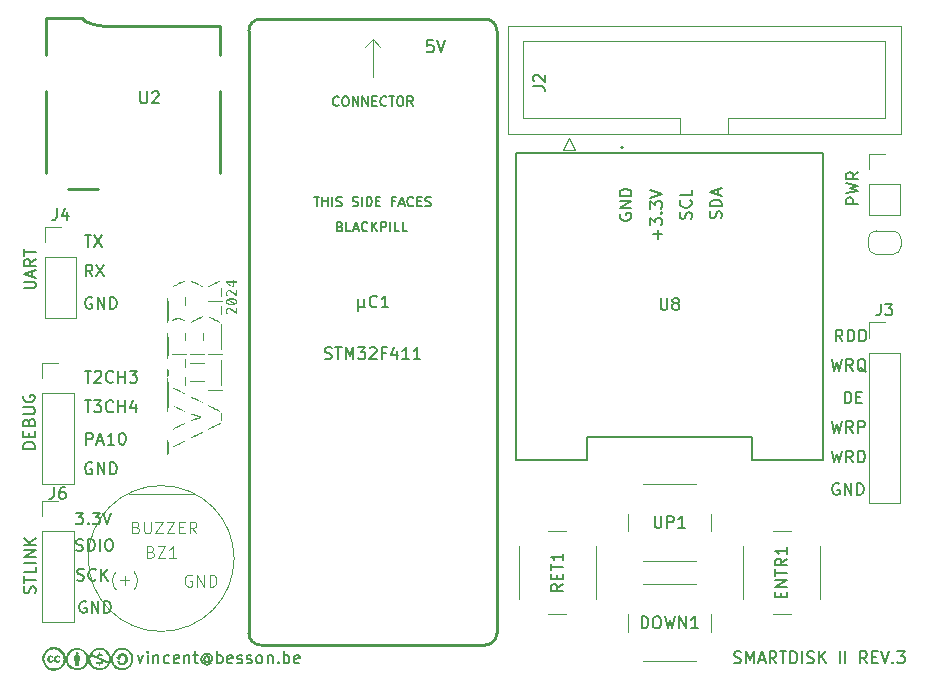
<source format=gbr>
%TF.GenerationSoftware,KiCad,Pcbnew,8.0.5*%
%TF.CreationDate,2024-12-10T05:31:14-08:00*%
%TF.ProjectId,sdiskII_stm32,73646973-6b49-4495-9f73-746d33322e6b,3*%
%TF.SameCoordinates,Original*%
%TF.FileFunction,Legend,Top*%
%TF.FilePolarity,Positive*%
%FSLAX46Y46*%
G04 Gerber Fmt 4.6, Leading zero omitted, Abs format (unit mm)*
G04 Created by KiCad (PCBNEW 8.0.5) date 2024-12-10 05:31:14*
%MOMM*%
%LPD*%
G01*
G04 APERTURE LIST*
%ADD10C,0.187500*%
%ADD11C,0.150000*%
%ADD12C,0.300000*%
%ADD13C,0.100000*%
%ADD14C,0.160000*%
%ADD15C,0.203200*%
%ADD16C,0.120000*%
%ADD17C,0.000000*%
%ADD18C,0.250000*%
%ADD19C,0.127000*%
%ADD20C,0.200000*%
G04 APERTURE END LIST*
D10*
X133067869Y-122438549D02*
X132067869Y-122438549D01*
X132067869Y-122438549D02*
X132067869Y-122200454D01*
X132067869Y-122200454D02*
X132115488Y-122057597D01*
X132115488Y-122057597D02*
X132210726Y-121962359D01*
X132210726Y-121962359D02*
X132305964Y-121914740D01*
X132305964Y-121914740D02*
X132496440Y-121867121D01*
X132496440Y-121867121D02*
X132639297Y-121867121D01*
X132639297Y-121867121D02*
X132829773Y-121914740D01*
X132829773Y-121914740D02*
X132925011Y-121962359D01*
X132925011Y-121962359D02*
X133020250Y-122057597D01*
X133020250Y-122057597D02*
X133067869Y-122200454D01*
X133067869Y-122200454D02*
X133067869Y-122438549D01*
X132544059Y-121438549D02*
X132544059Y-121105216D01*
X133067869Y-120962359D02*
X133067869Y-121438549D01*
X133067869Y-121438549D02*
X132067869Y-121438549D01*
X132067869Y-121438549D02*
X132067869Y-120962359D01*
X132544059Y-120200454D02*
X132591678Y-120057597D01*
X132591678Y-120057597D02*
X132639297Y-120009978D01*
X132639297Y-120009978D02*
X132734535Y-119962359D01*
X132734535Y-119962359D02*
X132877392Y-119962359D01*
X132877392Y-119962359D02*
X132972630Y-120009978D01*
X132972630Y-120009978D02*
X133020250Y-120057597D01*
X133020250Y-120057597D02*
X133067869Y-120152835D01*
X133067869Y-120152835D02*
X133067869Y-120533787D01*
X133067869Y-120533787D02*
X132067869Y-120533787D01*
X132067869Y-120533787D02*
X132067869Y-120200454D01*
X132067869Y-120200454D02*
X132115488Y-120105216D01*
X132115488Y-120105216D02*
X132163107Y-120057597D01*
X132163107Y-120057597D02*
X132258345Y-120009978D01*
X132258345Y-120009978D02*
X132353583Y-120009978D01*
X132353583Y-120009978D02*
X132448821Y-120057597D01*
X132448821Y-120057597D02*
X132496440Y-120105216D01*
X132496440Y-120105216D02*
X132544059Y-120200454D01*
X132544059Y-120200454D02*
X132544059Y-120533787D01*
X132067869Y-119533787D02*
X132877392Y-119533787D01*
X132877392Y-119533787D02*
X132972630Y-119486168D01*
X132972630Y-119486168D02*
X133020250Y-119438549D01*
X133020250Y-119438549D02*
X133067869Y-119343311D01*
X133067869Y-119343311D02*
X133067869Y-119152835D01*
X133067869Y-119152835D02*
X133020250Y-119057597D01*
X133020250Y-119057597D02*
X132972630Y-119009978D01*
X132972630Y-119009978D02*
X132877392Y-118962359D01*
X132877392Y-118962359D02*
X132067869Y-118962359D01*
X132115488Y-117962359D02*
X132067869Y-118057597D01*
X132067869Y-118057597D02*
X132067869Y-118200454D01*
X132067869Y-118200454D02*
X132115488Y-118343311D01*
X132115488Y-118343311D02*
X132210726Y-118438549D01*
X132210726Y-118438549D02*
X132305964Y-118486168D01*
X132305964Y-118486168D02*
X132496440Y-118533787D01*
X132496440Y-118533787D02*
X132639297Y-118533787D01*
X132639297Y-118533787D02*
X132829773Y-118486168D01*
X132829773Y-118486168D02*
X132925011Y-118438549D01*
X132925011Y-118438549D02*
X133020250Y-118343311D01*
X133020250Y-118343311D02*
X133067869Y-118200454D01*
X133067869Y-118200454D02*
X133067869Y-118105216D01*
X133067869Y-118105216D02*
X133020250Y-117962359D01*
X133020250Y-117962359D02*
X132972630Y-117914740D01*
X132972630Y-117914740D02*
X132639297Y-117914740D01*
X132639297Y-117914740D02*
X132639297Y-118105216D01*
X137258593Y-115867869D02*
X137830021Y-115867869D01*
X137544307Y-116867869D02*
X137544307Y-115867869D01*
X138115736Y-115963107D02*
X138163355Y-115915488D01*
X138163355Y-115915488D02*
X138258593Y-115867869D01*
X138258593Y-115867869D02*
X138496688Y-115867869D01*
X138496688Y-115867869D02*
X138591926Y-115915488D01*
X138591926Y-115915488D02*
X138639545Y-115963107D01*
X138639545Y-115963107D02*
X138687164Y-116058345D01*
X138687164Y-116058345D02*
X138687164Y-116153583D01*
X138687164Y-116153583D02*
X138639545Y-116296440D01*
X138639545Y-116296440D02*
X138068117Y-116867869D01*
X138068117Y-116867869D02*
X138687164Y-116867869D01*
X139687164Y-116772630D02*
X139639545Y-116820250D01*
X139639545Y-116820250D02*
X139496688Y-116867869D01*
X139496688Y-116867869D02*
X139401450Y-116867869D01*
X139401450Y-116867869D02*
X139258593Y-116820250D01*
X139258593Y-116820250D02*
X139163355Y-116725011D01*
X139163355Y-116725011D02*
X139115736Y-116629773D01*
X139115736Y-116629773D02*
X139068117Y-116439297D01*
X139068117Y-116439297D02*
X139068117Y-116296440D01*
X139068117Y-116296440D02*
X139115736Y-116105964D01*
X139115736Y-116105964D02*
X139163355Y-116010726D01*
X139163355Y-116010726D02*
X139258593Y-115915488D01*
X139258593Y-115915488D02*
X139401450Y-115867869D01*
X139401450Y-115867869D02*
X139496688Y-115867869D01*
X139496688Y-115867869D02*
X139639545Y-115915488D01*
X139639545Y-115915488D02*
X139687164Y-115963107D01*
X140115736Y-116867869D02*
X140115736Y-115867869D01*
X140115736Y-116344059D02*
X140687164Y-116344059D01*
X140687164Y-116867869D02*
X140687164Y-115867869D01*
X141068117Y-115867869D02*
X141687164Y-115867869D01*
X141687164Y-115867869D02*
X141353831Y-116248821D01*
X141353831Y-116248821D02*
X141496688Y-116248821D01*
X141496688Y-116248821D02*
X141591926Y-116296440D01*
X141591926Y-116296440D02*
X141639545Y-116344059D01*
X141639545Y-116344059D02*
X141687164Y-116439297D01*
X141687164Y-116439297D02*
X141687164Y-116677392D01*
X141687164Y-116677392D02*
X141639545Y-116772630D01*
X141639545Y-116772630D02*
X141591926Y-116820250D01*
X141591926Y-116820250D02*
X141496688Y-116867869D01*
X141496688Y-116867869D02*
X141210974Y-116867869D01*
X141210974Y-116867869D02*
X141115736Y-116820250D01*
X141115736Y-116820250D02*
X141068117Y-116772630D01*
X137385259Y-135415488D02*
X137290021Y-135367869D01*
X137290021Y-135367869D02*
X137147164Y-135367869D01*
X137147164Y-135367869D02*
X137004307Y-135415488D01*
X137004307Y-135415488D02*
X136909069Y-135510726D01*
X136909069Y-135510726D02*
X136861450Y-135605964D01*
X136861450Y-135605964D02*
X136813831Y-135796440D01*
X136813831Y-135796440D02*
X136813831Y-135939297D01*
X136813831Y-135939297D02*
X136861450Y-136129773D01*
X136861450Y-136129773D02*
X136909069Y-136225011D01*
X136909069Y-136225011D02*
X137004307Y-136320250D01*
X137004307Y-136320250D02*
X137147164Y-136367869D01*
X137147164Y-136367869D02*
X137242402Y-136367869D01*
X137242402Y-136367869D02*
X137385259Y-136320250D01*
X137385259Y-136320250D02*
X137432878Y-136272630D01*
X137432878Y-136272630D02*
X137432878Y-135939297D01*
X137432878Y-135939297D02*
X137242402Y-135939297D01*
X137861450Y-136367869D02*
X137861450Y-135367869D01*
X137861450Y-135367869D02*
X138432878Y-136367869D01*
X138432878Y-136367869D02*
X138432878Y-135367869D01*
X138909069Y-136367869D02*
X138909069Y-135367869D01*
X138909069Y-135367869D02*
X139147164Y-135367869D01*
X139147164Y-135367869D02*
X139290021Y-135415488D01*
X139290021Y-135415488D02*
X139385259Y-135510726D01*
X139385259Y-135510726D02*
X139432878Y-135605964D01*
X139432878Y-135605964D02*
X139480497Y-135796440D01*
X139480497Y-135796440D02*
X139480497Y-135939297D01*
X139480497Y-135939297D02*
X139432878Y-136129773D01*
X139432878Y-136129773D02*
X139385259Y-136225011D01*
X139385259Y-136225011D02*
X139290021Y-136320250D01*
X139290021Y-136320250D02*
X139147164Y-136367869D01*
X139147164Y-136367869D02*
X138909069Y-136367869D01*
X182605488Y-102564740D02*
X182557869Y-102659978D01*
X182557869Y-102659978D02*
X182557869Y-102802835D01*
X182557869Y-102802835D02*
X182605488Y-102945692D01*
X182605488Y-102945692D02*
X182700726Y-103040930D01*
X182700726Y-103040930D02*
X182795964Y-103088549D01*
X182795964Y-103088549D02*
X182986440Y-103136168D01*
X182986440Y-103136168D02*
X183129297Y-103136168D01*
X183129297Y-103136168D02*
X183319773Y-103088549D01*
X183319773Y-103088549D02*
X183415011Y-103040930D01*
X183415011Y-103040930D02*
X183510250Y-102945692D01*
X183510250Y-102945692D02*
X183557869Y-102802835D01*
X183557869Y-102802835D02*
X183557869Y-102707597D01*
X183557869Y-102707597D02*
X183510250Y-102564740D01*
X183510250Y-102564740D02*
X183462630Y-102517121D01*
X183462630Y-102517121D02*
X183129297Y-102517121D01*
X183129297Y-102517121D02*
X183129297Y-102707597D01*
X183557869Y-102088549D02*
X182557869Y-102088549D01*
X182557869Y-102088549D02*
X183557869Y-101517121D01*
X183557869Y-101517121D02*
X182557869Y-101517121D01*
X183557869Y-101040930D02*
X182557869Y-101040930D01*
X182557869Y-101040930D02*
X182557869Y-100802835D01*
X182557869Y-100802835D02*
X182605488Y-100659978D01*
X182605488Y-100659978D02*
X182700726Y-100564740D01*
X182700726Y-100564740D02*
X182795964Y-100517121D01*
X182795964Y-100517121D02*
X182986440Y-100469502D01*
X182986440Y-100469502D02*
X183129297Y-100469502D01*
X183129297Y-100469502D02*
X183319773Y-100517121D01*
X183319773Y-100517121D02*
X183415011Y-100564740D01*
X183415011Y-100564740D02*
X183510250Y-100659978D01*
X183510250Y-100659978D02*
X183557869Y-100802835D01*
X183557869Y-100802835D02*
X183557869Y-101040930D01*
X200516212Y-114867869D02*
X200754307Y-115867869D01*
X200754307Y-115867869D02*
X200944783Y-115153583D01*
X200944783Y-115153583D02*
X201135259Y-115867869D01*
X201135259Y-115867869D02*
X201373355Y-114867869D01*
X202325735Y-115867869D02*
X201992402Y-115391678D01*
X201754307Y-115867869D02*
X201754307Y-114867869D01*
X201754307Y-114867869D02*
X202135259Y-114867869D01*
X202135259Y-114867869D02*
X202230497Y-114915488D01*
X202230497Y-114915488D02*
X202278116Y-114963107D01*
X202278116Y-114963107D02*
X202325735Y-115058345D01*
X202325735Y-115058345D02*
X202325735Y-115201202D01*
X202325735Y-115201202D02*
X202278116Y-115296440D01*
X202278116Y-115296440D02*
X202230497Y-115344059D01*
X202230497Y-115344059D02*
X202135259Y-115391678D01*
X202135259Y-115391678D02*
X201754307Y-115391678D01*
X203420973Y-115963107D02*
X203325735Y-115915488D01*
X203325735Y-115915488D02*
X203230497Y-115820250D01*
X203230497Y-115820250D02*
X203087640Y-115677392D01*
X203087640Y-115677392D02*
X202992402Y-115629773D01*
X202992402Y-115629773D02*
X202897164Y-115629773D01*
X202944783Y-115867869D02*
X202849545Y-115820250D01*
X202849545Y-115820250D02*
X202754307Y-115725011D01*
X202754307Y-115725011D02*
X202706688Y-115534535D01*
X202706688Y-115534535D02*
X202706688Y-115201202D01*
X202706688Y-115201202D02*
X202754307Y-115010726D01*
X202754307Y-115010726D02*
X202849545Y-114915488D01*
X202849545Y-114915488D02*
X202944783Y-114867869D01*
X202944783Y-114867869D02*
X203135259Y-114867869D01*
X203135259Y-114867869D02*
X203230497Y-114915488D01*
X203230497Y-114915488D02*
X203325735Y-115010726D01*
X203325735Y-115010726D02*
X203373354Y-115201202D01*
X203373354Y-115201202D02*
X203373354Y-115534535D01*
X203373354Y-115534535D02*
X203325735Y-115725011D01*
X203325735Y-115725011D02*
X203230497Y-115820250D01*
X203230497Y-115820250D02*
X203135259Y-115867869D01*
X203135259Y-115867869D02*
X202944783Y-115867869D01*
X137258593Y-118367869D02*
X137830021Y-118367869D01*
X137544307Y-119367869D02*
X137544307Y-118367869D01*
X138068117Y-118367869D02*
X138687164Y-118367869D01*
X138687164Y-118367869D02*
X138353831Y-118748821D01*
X138353831Y-118748821D02*
X138496688Y-118748821D01*
X138496688Y-118748821D02*
X138591926Y-118796440D01*
X138591926Y-118796440D02*
X138639545Y-118844059D01*
X138639545Y-118844059D02*
X138687164Y-118939297D01*
X138687164Y-118939297D02*
X138687164Y-119177392D01*
X138687164Y-119177392D02*
X138639545Y-119272630D01*
X138639545Y-119272630D02*
X138591926Y-119320250D01*
X138591926Y-119320250D02*
X138496688Y-119367869D01*
X138496688Y-119367869D02*
X138210974Y-119367869D01*
X138210974Y-119367869D02*
X138115736Y-119320250D01*
X138115736Y-119320250D02*
X138068117Y-119272630D01*
X139687164Y-119272630D02*
X139639545Y-119320250D01*
X139639545Y-119320250D02*
X139496688Y-119367869D01*
X139496688Y-119367869D02*
X139401450Y-119367869D01*
X139401450Y-119367869D02*
X139258593Y-119320250D01*
X139258593Y-119320250D02*
X139163355Y-119225011D01*
X139163355Y-119225011D02*
X139115736Y-119129773D01*
X139115736Y-119129773D02*
X139068117Y-118939297D01*
X139068117Y-118939297D02*
X139068117Y-118796440D01*
X139068117Y-118796440D02*
X139115736Y-118605964D01*
X139115736Y-118605964D02*
X139163355Y-118510726D01*
X139163355Y-118510726D02*
X139258593Y-118415488D01*
X139258593Y-118415488D02*
X139401450Y-118367869D01*
X139401450Y-118367869D02*
X139496688Y-118367869D01*
X139496688Y-118367869D02*
X139639545Y-118415488D01*
X139639545Y-118415488D02*
X139687164Y-118463107D01*
X140115736Y-119367869D02*
X140115736Y-118367869D01*
X140115736Y-118844059D02*
X140687164Y-118844059D01*
X140687164Y-119367869D02*
X140687164Y-118367869D01*
X141591926Y-118701202D02*
X141591926Y-119367869D01*
X141353831Y-118320250D02*
X141115736Y-119034535D01*
X141115736Y-119034535D02*
X141734783Y-119034535D01*
X200516212Y-120117869D02*
X200754307Y-121117869D01*
X200754307Y-121117869D02*
X200944783Y-120403583D01*
X200944783Y-120403583D02*
X201135259Y-121117869D01*
X201135259Y-121117869D02*
X201373355Y-120117869D01*
X202325735Y-121117869D02*
X201992402Y-120641678D01*
X201754307Y-121117869D02*
X201754307Y-120117869D01*
X201754307Y-120117869D02*
X202135259Y-120117869D01*
X202135259Y-120117869D02*
X202230497Y-120165488D01*
X202230497Y-120165488D02*
X202278116Y-120213107D01*
X202278116Y-120213107D02*
X202325735Y-120308345D01*
X202325735Y-120308345D02*
X202325735Y-120451202D01*
X202325735Y-120451202D02*
X202278116Y-120546440D01*
X202278116Y-120546440D02*
X202230497Y-120594059D01*
X202230497Y-120594059D02*
X202135259Y-120641678D01*
X202135259Y-120641678D02*
X201754307Y-120641678D01*
X202754307Y-121117869D02*
X202754307Y-120117869D01*
X202754307Y-120117869D02*
X203135259Y-120117869D01*
X203135259Y-120117869D02*
X203230497Y-120165488D01*
X203230497Y-120165488D02*
X203278116Y-120213107D01*
X203278116Y-120213107D02*
X203325735Y-120308345D01*
X203325735Y-120308345D02*
X203325735Y-120451202D01*
X203325735Y-120451202D02*
X203278116Y-120546440D01*
X203278116Y-120546440D02*
X203230497Y-120594059D01*
X203230497Y-120594059D02*
X203135259Y-120641678D01*
X203135259Y-120641678D02*
X202754307Y-120641678D01*
X201135259Y-125415488D02*
X201040021Y-125367869D01*
X201040021Y-125367869D02*
X200897164Y-125367869D01*
X200897164Y-125367869D02*
X200754307Y-125415488D01*
X200754307Y-125415488D02*
X200659069Y-125510726D01*
X200659069Y-125510726D02*
X200611450Y-125605964D01*
X200611450Y-125605964D02*
X200563831Y-125796440D01*
X200563831Y-125796440D02*
X200563831Y-125939297D01*
X200563831Y-125939297D02*
X200611450Y-126129773D01*
X200611450Y-126129773D02*
X200659069Y-126225011D01*
X200659069Y-126225011D02*
X200754307Y-126320250D01*
X200754307Y-126320250D02*
X200897164Y-126367869D01*
X200897164Y-126367869D02*
X200992402Y-126367869D01*
X200992402Y-126367869D02*
X201135259Y-126320250D01*
X201135259Y-126320250D02*
X201182878Y-126272630D01*
X201182878Y-126272630D02*
X201182878Y-125939297D01*
X201182878Y-125939297D02*
X200992402Y-125939297D01*
X201611450Y-126367869D02*
X201611450Y-125367869D01*
X201611450Y-125367869D02*
X202182878Y-126367869D01*
X202182878Y-126367869D02*
X202182878Y-125367869D01*
X202659069Y-126367869D02*
X202659069Y-125367869D01*
X202659069Y-125367869D02*
X202897164Y-125367869D01*
X202897164Y-125367869D02*
X203040021Y-125415488D01*
X203040021Y-125415488D02*
X203135259Y-125510726D01*
X203135259Y-125510726D02*
X203182878Y-125605964D01*
X203182878Y-125605964D02*
X203230497Y-125796440D01*
X203230497Y-125796440D02*
X203230497Y-125939297D01*
X203230497Y-125939297D02*
X203182878Y-126129773D01*
X203182878Y-126129773D02*
X203135259Y-126225011D01*
X203135259Y-126225011D02*
X203040021Y-126320250D01*
X203040021Y-126320250D02*
X202897164Y-126367869D01*
X202897164Y-126367869D02*
X202659069Y-126367869D01*
X136563831Y-131070250D02*
X136706688Y-131117869D01*
X136706688Y-131117869D02*
X136944783Y-131117869D01*
X136944783Y-131117869D02*
X137040021Y-131070250D01*
X137040021Y-131070250D02*
X137087640Y-131022630D01*
X137087640Y-131022630D02*
X137135259Y-130927392D01*
X137135259Y-130927392D02*
X137135259Y-130832154D01*
X137135259Y-130832154D02*
X137087640Y-130736916D01*
X137087640Y-130736916D02*
X137040021Y-130689297D01*
X137040021Y-130689297D02*
X136944783Y-130641678D01*
X136944783Y-130641678D02*
X136754307Y-130594059D01*
X136754307Y-130594059D02*
X136659069Y-130546440D01*
X136659069Y-130546440D02*
X136611450Y-130498821D01*
X136611450Y-130498821D02*
X136563831Y-130403583D01*
X136563831Y-130403583D02*
X136563831Y-130308345D01*
X136563831Y-130308345D02*
X136611450Y-130213107D01*
X136611450Y-130213107D02*
X136659069Y-130165488D01*
X136659069Y-130165488D02*
X136754307Y-130117869D01*
X136754307Y-130117869D02*
X136992402Y-130117869D01*
X136992402Y-130117869D02*
X137135259Y-130165488D01*
X137563831Y-131117869D02*
X137563831Y-130117869D01*
X137563831Y-130117869D02*
X137801926Y-130117869D01*
X137801926Y-130117869D02*
X137944783Y-130165488D01*
X137944783Y-130165488D02*
X138040021Y-130260726D01*
X138040021Y-130260726D02*
X138087640Y-130355964D01*
X138087640Y-130355964D02*
X138135259Y-130546440D01*
X138135259Y-130546440D02*
X138135259Y-130689297D01*
X138135259Y-130689297D02*
X138087640Y-130879773D01*
X138087640Y-130879773D02*
X138040021Y-130975011D01*
X138040021Y-130975011D02*
X137944783Y-131070250D01*
X137944783Y-131070250D02*
X137801926Y-131117869D01*
X137801926Y-131117869D02*
X137563831Y-131117869D01*
X138563831Y-131117869D02*
X138563831Y-130117869D01*
X139230497Y-130117869D02*
X139420973Y-130117869D01*
X139420973Y-130117869D02*
X139516211Y-130165488D01*
X139516211Y-130165488D02*
X139611449Y-130260726D01*
X139611449Y-130260726D02*
X139659068Y-130451202D01*
X139659068Y-130451202D02*
X139659068Y-130784535D01*
X139659068Y-130784535D02*
X139611449Y-130975011D01*
X139611449Y-130975011D02*
X139516211Y-131070250D01*
X139516211Y-131070250D02*
X139420973Y-131117869D01*
X139420973Y-131117869D02*
X139230497Y-131117869D01*
X139230497Y-131117869D02*
X139135259Y-131070250D01*
X139135259Y-131070250D02*
X139040021Y-130975011D01*
X139040021Y-130975011D02*
X138992402Y-130784535D01*
X138992402Y-130784535D02*
X138992402Y-130451202D01*
X138992402Y-130451202D02*
X139040021Y-130260726D01*
X139040021Y-130260726D02*
X139135259Y-130165488D01*
X139135259Y-130165488D02*
X139230497Y-130117869D01*
X200516212Y-122617869D02*
X200754307Y-123617869D01*
X200754307Y-123617869D02*
X200944783Y-122903583D01*
X200944783Y-122903583D02*
X201135259Y-123617869D01*
X201135259Y-123617869D02*
X201373355Y-122617869D01*
X202325735Y-123617869D02*
X201992402Y-123141678D01*
X201754307Y-123617869D02*
X201754307Y-122617869D01*
X201754307Y-122617869D02*
X202135259Y-122617869D01*
X202135259Y-122617869D02*
X202230497Y-122665488D01*
X202230497Y-122665488D02*
X202278116Y-122713107D01*
X202278116Y-122713107D02*
X202325735Y-122808345D01*
X202325735Y-122808345D02*
X202325735Y-122951202D01*
X202325735Y-122951202D02*
X202278116Y-123046440D01*
X202278116Y-123046440D02*
X202230497Y-123094059D01*
X202230497Y-123094059D02*
X202135259Y-123141678D01*
X202135259Y-123141678D02*
X201754307Y-123141678D01*
X202754307Y-123617869D02*
X202754307Y-122617869D01*
X202754307Y-122617869D02*
X202992402Y-122617869D01*
X202992402Y-122617869D02*
X203135259Y-122665488D01*
X203135259Y-122665488D02*
X203230497Y-122760726D01*
X203230497Y-122760726D02*
X203278116Y-122855964D01*
X203278116Y-122855964D02*
X203325735Y-123046440D01*
X203325735Y-123046440D02*
X203325735Y-123189297D01*
X203325735Y-123189297D02*
X203278116Y-123379773D01*
X203278116Y-123379773D02*
X203230497Y-123475011D01*
X203230497Y-123475011D02*
X203135259Y-123570250D01*
X203135259Y-123570250D02*
X202992402Y-123617869D01*
X202992402Y-123617869D02*
X202754307Y-123617869D01*
X157603831Y-114820250D02*
X157746688Y-114867869D01*
X157746688Y-114867869D02*
X157984783Y-114867869D01*
X157984783Y-114867869D02*
X158080021Y-114820250D01*
X158080021Y-114820250D02*
X158127640Y-114772630D01*
X158127640Y-114772630D02*
X158175259Y-114677392D01*
X158175259Y-114677392D02*
X158175259Y-114582154D01*
X158175259Y-114582154D02*
X158127640Y-114486916D01*
X158127640Y-114486916D02*
X158080021Y-114439297D01*
X158080021Y-114439297D02*
X157984783Y-114391678D01*
X157984783Y-114391678D02*
X157794307Y-114344059D01*
X157794307Y-114344059D02*
X157699069Y-114296440D01*
X157699069Y-114296440D02*
X157651450Y-114248821D01*
X157651450Y-114248821D02*
X157603831Y-114153583D01*
X157603831Y-114153583D02*
X157603831Y-114058345D01*
X157603831Y-114058345D02*
X157651450Y-113963107D01*
X157651450Y-113963107D02*
X157699069Y-113915488D01*
X157699069Y-113915488D02*
X157794307Y-113867869D01*
X157794307Y-113867869D02*
X158032402Y-113867869D01*
X158032402Y-113867869D02*
X158175259Y-113915488D01*
X158460974Y-113867869D02*
X159032402Y-113867869D01*
X158746688Y-114867869D02*
X158746688Y-113867869D01*
X159365736Y-114867869D02*
X159365736Y-113867869D01*
X159365736Y-113867869D02*
X159699069Y-114582154D01*
X159699069Y-114582154D02*
X160032402Y-113867869D01*
X160032402Y-113867869D02*
X160032402Y-114867869D01*
X160413355Y-113867869D02*
X161032402Y-113867869D01*
X161032402Y-113867869D02*
X160699069Y-114248821D01*
X160699069Y-114248821D02*
X160841926Y-114248821D01*
X160841926Y-114248821D02*
X160937164Y-114296440D01*
X160937164Y-114296440D02*
X160984783Y-114344059D01*
X160984783Y-114344059D02*
X161032402Y-114439297D01*
X161032402Y-114439297D02*
X161032402Y-114677392D01*
X161032402Y-114677392D02*
X160984783Y-114772630D01*
X160984783Y-114772630D02*
X160937164Y-114820250D01*
X160937164Y-114820250D02*
X160841926Y-114867869D01*
X160841926Y-114867869D02*
X160556212Y-114867869D01*
X160556212Y-114867869D02*
X160460974Y-114820250D01*
X160460974Y-114820250D02*
X160413355Y-114772630D01*
X161413355Y-113963107D02*
X161460974Y-113915488D01*
X161460974Y-113915488D02*
X161556212Y-113867869D01*
X161556212Y-113867869D02*
X161794307Y-113867869D01*
X161794307Y-113867869D02*
X161889545Y-113915488D01*
X161889545Y-113915488D02*
X161937164Y-113963107D01*
X161937164Y-113963107D02*
X161984783Y-114058345D01*
X161984783Y-114058345D02*
X161984783Y-114153583D01*
X161984783Y-114153583D02*
X161937164Y-114296440D01*
X161937164Y-114296440D02*
X161365736Y-114867869D01*
X161365736Y-114867869D02*
X161984783Y-114867869D01*
X162746688Y-114344059D02*
X162413355Y-114344059D01*
X162413355Y-114867869D02*
X162413355Y-113867869D01*
X162413355Y-113867869D02*
X162889545Y-113867869D01*
X163699069Y-114201202D02*
X163699069Y-114867869D01*
X163460974Y-113820250D02*
X163222879Y-114534535D01*
X163222879Y-114534535D02*
X163841926Y-114534535D01*
X164746688Y-114867869D02*
X164175260Y-114867869D01*
X164460974Y-114867869D02*
X164460974Y-113867869D01*
X164460974Y-113867869D02*
X164365736Y-114010726D01*
X164365736Y-114010726D02*
X164270498Y-114105964D01*
X164270498Y-114105964D02*
X164175260Y-114153583D01*
X165699069Y-114867869D02*
X165127641Y-114867869D01*
X165413355Y-114867869D02*
X165413355Y-113867869D01*
X165413355Y-113867869D02*
X165318117Y-114010726D01*
X165318117Y-114010726D02*
X165222879Y-114105964D01*
X165222879Y-114105964D02*
X165127641Y-114153583D01*
X133070250Y-134686168D02*
X133117869Y-134543311D01*
X133117869Y-134543311D02*
X133117869Y-134305216D01*
X133117869Y-134305216D02*
X133070250Y-134209978D01*
X133070250Y-134209978D02*
X133022630Y-134162359D01*
X133022630Y-134162359D02*
X132927392Y-134114740D01*
X132927392Y-134114740D02*
X132832154Y-134114740D01*
X132832154Y-134114740D02*
X132736916Y-134162359D01*
X132736916Y-134162359D02*
X132689297Y-134209978D01*
X132689297Y-134209978D02*
X132641678Y-134305216D01*
X132641678Y-134305216D02*
X132594059Y-134495692D01*
X132594059Y-134495692D02*
X132546440Y-134590930D01*
X132546440Y-134590930D02*
X132498821Y-134638549D01*
X132498821Y-134638549D02*
X132403583Y-134686168D01*
X132403583Y-134686168D02*
X132308345Y-134686168D01*
X132308345Y-134686168D02*
X132213107Y-134638549D01*
X132213107Y-134638549D02*
X132165488Y-134590930D01*
X132165488Y-134590930D02*
X132117869Y-134495692D01*
X132117869Y-134495692D02*
X132117869Y-134257597D01*
X132117869Y-134257597D02*
X132165488Y-134114740D01*
X132117869Y-133829025D02*
X132117869Y-133257597D01*
X133117869Y-133543311D02*
X132117869Y-133543311D01*
X133117869Y-132448073D02*
X133117869Y-132924263D01*
X133117869Y-132924263D02*
X132117869Y-132924263D01*
X133117869Y-132114739D02*
X132117869Y-132114739D01*
X133117869Y-131638549D02*
X132117869Y-131638549D01*
X132117869Y-131638549D02*
X133117869Y-131067121D01*
X133117869Y-131067121D02*
X132117869Y-131067121D01*
X133117869Y-130590930D02*
X132117869Y-130590930D01*
X133117869Y-130019502D02*
X132546440Y-130448073D01*
X132117869Y-130019502D02*
X132689297Y-130590930D01*
X188610250Y-102986168D02*
X188657869Y-102843311D01*
X188657869Y-102843311D02*
X188657869Y-102605216D01*
X188657869Y-102605216D02*
X188610250Y-102509978D01*
X188610250Y-102509978D02*
X188562630Y-102462359D01*
X188562630Y-102462359D02*
X188467392Y-102414740D01*
X188467392Y-102414740D02*
X188372154Y-102414740D01*
X188372154Y-102414740D02*
X188276916Y-102462359D01*
X188276916Y-102462359D02*
X188229297Y-102509978D01*
X188229297Y-102509978D02*
X188181678Y-102605216D01*
X188181678Y-102605216D02*
X188134059Y-102795692D01*
X188134059Y-102795692D02*
X188086440Y-102890930D01*
X188086440Y-102890930D02*
X188038821Y-102938549D01*
X188038821Y-102938549D02*
X187943583Y-102986168D01*
X187943583Y-102986168D02*
X187848345Y-102986168D01*
X187848345Y-102986168D02*
X187753107Y-102938549D01*
X187753107Y-102938549D02*
X187705488Y-102890930D01*
X187705488Y-102890930D02*
X187657869Y-102795692D01*
X187657869Y-102795692D02*
X187657869Y-102557597D01*
X187657869Y-102557597D02*
X187705488Y-102414740D01*
X188562630Y-101414740D02*
X188610250Y-101462359D01*
X188610250Y-101462359D02*
X188657869Y-101605216D01*
X188657869Y-101605216D02*
X188657869Y-101700454D01*
X188657869Y-101700454D02*
X188610250Y-101843311D01*
X188610250Y-101843311D02*
X188515011Y-101938549D01*
X188515011Y-101938549D02*
X188419773Y-101986168D01*
X188419773Y-101986168D02*
X188229297Y-102033787D01*
X188229297Y-102033787D02*
X188086440Y-102033787D01*
X188086440Y-102033787D02*
X187895964Y-101986168D01*
X187895964Y-101986168D02*
X187800726Y-101938549D01*
X187800726Y-101938549D02*
X187705488Y-101843311D01*
X187705488Y-101843311D02*
X187657869Y-101700454D01*
X187657869Y-101700454D02*
X187657869Y-101605216D01*
X187657869Y-101605216D02*
X187705488Y-101462359D01*
X187705488Y-101462359D02*
X187753107Y-101414740D01*
X188657869Y-100509978D02*
X188657869Y-100986168D01*
X188657869Y-100986168D02*
X187657869Y-100986168D01*
X201432878Y-113367869D02*
X201099545Y-112891678D01*
X200861450Y-113367869D02*
X200861450Y-112367869D01*
X200861450Y-112367869D02*
X201242402Y-112367869D01*
X201242402Y-112367869D02*
X201337640Y-112415488D01*
X201337640Y-112415488D02*
X201385259Y-112463107D01*
X201385259Y-112463107D02*
X201432878Y-112558345D01*
X201432878Y-112558345D02*
X201432878Y-112701202D01*
X201432878Y-112701202D02*
X201385259Y-112796440D01*
X201385259Y-112796440D02*
X201337640Y-112844059D01*
X201337640Y-112844059D02*
X201242402Y-112891678D01*
X201242402Y-112891678D02*
X200861450Y-112891678D01*
X201861450Y-113367869D02*
X201861450Y-112367869D01*
X201861450Y-112367869D02*
X202099545Y-112367869D01*
X202099545Y-112367869D02*
X202242402Y-112415488D01*
X202242402Y-112415488D02*
X202337640Y-112510726D01*
X202337640Y-112510726D02*
X202385259Y-112605964D01*
X202385259Y-112605964D02*
X202432878Y-112796440D01*
X202432878Y-112796440D02*
X202432878Y-112939297D01*
X202432878Y-112939297D02*
X202385259Y-113129773D01*
X202385259Y-113129773D02*
X202337640Y-113225011D01*
X202337640Y-113225011D02*
X202242402Y-113320250D01*
X202242402Y-113320250D02*
X202099545Y-113367869D01*
X202099545Y-113367869D02*
X201861450Y-113367869D01*
X202861450Y-113367869D02*
X202861450Y-112367869D01*
X202861450Y-112367869D02*
X203099545Y-112367869D01*
X203099545Y-112367869D02*
X203242402Y-112415488D01*
X203242402Y-112415488D02*
X203337640Y-112510726D01*
X203337640Y-112510726D02*
X203385259Y-112605964D01*
X203385259Y-112605964D02*
X203432878Y-112796440D01*
X203432878Y-112796440D02*
X203432878Y-112939297D01*
X203432878Y-112939297D02*
X203385259Y-113129773D01*
X203385259Y-113129773D02*
X203337640Y-113225011D01*
X203337640Y-113225011D02*
X203242402Y-113320250D01*
X203242402Y-113320250D02*
X203099545Y-113367869D01*
X203099545Y-113367869D02*
X202861450Y-113367869D01*
X192257598Y-140570250D02*
X192400455Y-140617869D01*
X192400455Y-140617869D02*
X192638550Y-140617869D01*
X192638550Y-140617869D02*
X192733788Y-140570250D01*
X192733788Y-140570250D02*
X192781407Y-140522630D01*
X192781407Y-140522630D02*
X192829026Y-140427392D01*
X192829026Y-140427392D02*
X192829026Y-140332154D01*
X192829026Y-140332154D02*
X192781407Y-140236916D01*
X192781407Y-140236916D02*
X192733788Y-140189297D01*
X192733788Y-140189297D02*
X192638550Y-140141678D01*
X192638550Y-140141678D02*
X192448074Y-140094059D01*
X192448074Y-140094059D02*
X192352836Y-140046440D01*
X192352836Y-140046440D02*
X192305217Y-139998821D01*
X192305217Y-139998821D02*
X192257598Y-139903583D01*
X192257598Y-139903583D02*
X192257598Y-139808345D01*
X192257598Y-139808345D02*
X192305217Y-139713107D01*
X192305217Y-139713107D02*
X192352836Y-139665488D01*
X192352836Y-139665488D02*
X192448074Y-139617869D01*
X192448074Y-139617869D02*
X192686169Y-139617869D01*
X192686169Y-139617869D02*
X192829026Y-139665488D01*
X193257598Y-140617869D02*
X193257598Y-139617869D01*
X193257598Y-139617869D02*
X193590931Y-140332154D01*
X193590931Y-140332154D02*
X193924264Y-139617869D01*
X193924264Y-139617869D02*
X193924264Y-140617869D01*
X194352836Y-140332154D02*
X194829026Y-140332154D01*
X194257598Y-140617869D02*
X194590931Y-139617869D01*
X194590931Y-139617869D02*
X194924264Y-140617869D01*
X195829026Y-140617869D02*
X195495693Y-140141678D01*
X195257598Y-140617869D02*
X195257598Y-139617869D01*
X195257598Y-139617869D02*
X195638550Y-139617869D01*
X195638550Y-139617869D02*
X195733788Y-139665488D01*
X195733788Y-139665488D02*
X195781407Y-139713107D01*
X195781407Y-139713107D02*
X195829026Y-139808345D01*
X195829026Y-139808345D02*
X195829026Y-139951202D01*
X195829026Y-139951202D02*
X195781407Y-140046440D01*
X195781407Y-140046440D02*
X195733788Y-140094059D01*
X195733788Y-140094059D02*
X195638550Y-140141678D01*
X195638550Y-140141678D02*
X195257598Y-140141678D01*
X196114741Y-139617869D02*
X196686169Y-139617869D01*
X196400455Y-140617869D02*
X196400455Y-139617869D01*
X197019503Y-140617869D02*
X197019503Y-139617869D01*
X197019503Y-139617869D02*
X197257598Y-139617869D01*
X197257598Y-139617869D02*
X197400455Y-139665488D01*
X197400455Y-139665488D02*
X197495693Y-139760726D01*
X197495693Y-139760726D02*
X197543312Y-139855964D01*
X197543312Y-139855964D02*
X197590931Y-140046440D01*
X197590931Y-140046440D02*
X197590931Y-140189297D01*
X197590931Y-140189297D02*
X197543312Y-140379773D01*
X197543312Y-140379773D02*
X197495693Y-140475011D01*
X197495693Y-140475011D02*
X197400455Y-140570250D01*
X197400455Y-140570250D02*
X197257598Y-140617869D01*
X197257598Y-140617869D02*
X197019503Y-140617869D01*
X198019503Y-140617869D02*
X198019503Y-139617869D01*
X198448074Y-140570250D02*
X198590931Y-140617869D01*
X198590931Y-140617869D02*
X198829026Y-140617869D01*
X198829026Y-140617869D02*
X198924264Y-140570250D01*
X198924264Y-140570250D02*
X198971883Y-140522630D01*
X198971883Y-140522630D02*
X199019502Y-140427392D01*
X199019502Y-140427392D02*
X199019502Y-140332154D01*
X199019502Y-140332154D02*
X198971883Y-140236916D01*
X198971883Y-140236916D02*
X198924264Y-140189297D01*
X198924264Y-140189297D02*
X198829026Y-140141678D01*
X198829026Y-140141678D02*
X198638550Y-140094059D01*
X198638550Y-140094059D02*
X198543312Y-140046440D01*
X198543312Y-140046440D02*
X198495693Y-139998821D01*
X198495693Y-139998821D02*
X198448074Y-139903583D01*
X198448074Y-139903583D02*
X198448074Y-139808345D01*
X198448074Y-139808345D02*
X198495693Y-139713107D01*
X198495693Y-139713107D02*
X198543312Y-139665488D01*
X198543312Y-139665488D02*
X198638550Y-139617869D01*
X198638550Y-139617869D02*
X198876645Y-139617869D01*
X198876645Y-139617869D02*
X199019502Y-139665488D01*
X199448074Y-140617869D02*
X199448074Y-139617869D01*
X200019502Y-140617869D02*
X199590931Y-140046440D01*
X200019502Y-139617869D02*
X199448074Y-140189297D01*
X201209979Y-140617869D02*
X201209979Y-139617869D01*
X201686169Y-140617869D02*
X201686169Y-139617869D01*
X203495692Y-140617869D02*
X203162359Y-140141678D01*
X202924264Y-140617869D02*
X202924264Y-139617869D01*
X202924264Y-139617869D02*
X203305216Y-139617869D01*
X203305216Y-139617869D02*
X203400454Y-139665488D01*
X203400454Y-139665488D02*
X203448073Y-139713107D01*
X203448073Y-139713107D02*
X203495692Y-139808345D01*
X203495692Y-139808345D02*
X203495692Y-139951202D01*
X203495692Y-139951202D02*
X203448073Y-140046440D01*
X203448073Y-140046440D02*
X203400454Y-140094059D01*
X203400454Y-140094059D02*
X203305216Y-140141678D01*
X203305216Y-140141678D02*
X202924264Y-140141678D01*
X203924264Y-140094059D02*
X204257597Y-140094059D01*
X204400454Y-140617869D02*
X203924264Y-140617869D01*
X203924264Y-140617869D02*
X203924264Y-139617869D01*
X203924264Y-139617869D02*
X204400454Y-139617869D01*
X204686169Y-139617869D02*
X205019502Y-140617869D01*
X205019502Y-140617869D02*
X205352835Y-139617869D01*
X205686169Y-140522630D02*
X205733788Y-140570250D01*
X205733788Y-140570250D02*
X205686169Y-140617869D01*
X205686169Y-140617869D02*
X205638550Y-140570250D01*
X205638550Y-140570250D02*
X205686169Y-140522630D01*
X205686169Y-140522630D02*
X205686169Y-140617869D01*
X206067121Y-139617869D02*
X206686168Y-139617869D01*
X206686168Y-139617869D02*
X206352835Y-139998821D01*
X206352835Y-139998821D02*
X206495692Y-139998821D01*
X206495692Y-139998821D02*
X206590930Y-140046440D01*
X206590930Y-140046440D02*
X206638549Y-140094059D01*
X206638549Y-140094059D02*
X206686168Y-140189297D01*
X206686168Y-140189297D02*
X206686168Y-140427392D01*
X206686168Y-140427392D02*
X206638549Y-140522630D01*
X206638549Y-140522630D02*
X206590930Y-140570250D01*
X206590930Y-140570250D02*
X206495692Y-140617869D01*
X206495692Y-140617869D02*
X206209978Y-140617869D01*
X206209978Y-140617869D02*
X206114740Y-140570250D01*
X206114740Y-140570250D02*
X206067121Y-140522630D01*
X185776916Y-104688549D02*
X185776916Y-103926645D01*
X186157869Y-104307597D02*
X185395964Y-104307597D01*
X185157869Y-103545692D02*
X185157869Y-102926645D01*
X185157869Y-102926645D02*
X185538821Y-103259978D01*
X185538821Y-103259978D02*
X185538821Y-103117121D01*
X185538821Y-103117121D02*
X185586440Y-103021883D01*
X185586440Y-103021883D02*
X185634059Y-102974264D01*
X185634059Y-102974264D02*
X185729297Y-102926645D01*
X185729297Y-102926645D02*
X185967392Y-102926645D01*
X185967392Y-102926645D02*
X186062630Y-102974264D01*
X186062630Y-102974264D02*
X186110250Y-103021883D01*
X186110250Y-103021883D02*
X186157869Y-103117121D01*
X186157869Y-103117121D02*
X186157869Y-103402835D01*
X186157869Y-103402835D02*
X186110250Y-103498073D01*
X186110250Y-103498073D02*
X186062630Y-103545692D01*
X186062630Y-102498073D02*
X186110250Y-102450454D01*
X186110250Y-102450454D02*
X186157869Y-102498073D01*
X186157869Y-102498073D02*
X186110250Y-102545692D01*
X186110250Y-102545692D02*
X186062630Y-102498073D01*
X186062630Y-102498073D02*
X186157869Y-102498073D01*
X185157869Y-102117121D02*
X185157869Y-101498074D01*
X185157869Y-101498074D02*
X185538821Y-101831407D01*
X185538821Y-101831407D02*
X185538821Y-101688550D01*
X185538821Y-101688550D02*
X185586440Y-101593312D01*
X185586440Y-101593312D02*
X185634059Y-101545693D01*
X185634059Y-101545693D02*
X185729297Y-101498074D01*
X185729297Y-101498074D02*
X185967392Y-101498074D01*
X185967392Y-101498074D02*
X186062630Y-101545693D01*
X186062630Y-101545693D02*
X186110250Y-101593312D01*
X186110250Y-101593312D02*
X186157869Y-101688550D01*
X186157869Y-101688550D02*
X186157869Y-101974264D01*
X186157869Y-101974264D02*
X186110250Y-102069502D01*
X186110250Y-102069502D02*
X186062630Y-102117121D01*
X185157869Y-101212359D02*
X186157869Y-100879026D01*
X186157869Y-100879026D02*
X185157869Y-100545693D01*
X191160250Y-102936168D02*
X191207869Y-102793311D01*
X191207869Y-102793311D02*
X191207869Y-102555216D01*
X191207869Y-102555216D02*
X191160250Y-102459978D01*
X191160250Y-102459978D02*
X191112630Y-102412359D01*
X191112630Y-102412359D02*
X191017392Y-102364740D01*
X191017392Y-102364740D02*
X190922154Y-102364740D01*
X190922154Y-102364740D02*
X190826916Y-102412359D01*
X190826916Y-102412359D02*
X190779297Y-102459978D01*
X190779297Y-102459978D02*
X190731678Y-102555216D01*
X190731678Y-102555216D02*
X190684059Y-102745692D01*
X190684059Y-102745692D02*
X190636440Y-102840930D01*
X190636440Y-102840930D02*
X190588821Y-102888549D01*
X190588821Y-102888549D02*
X190493583Y-102936168D01*
X190493583Y-102936168D02*
X190398345Y-102936168D01*
X190398345Y-102936168D02*
X190303107Y-102888549D01*
X190303107Y-102888549D02*
X190255488Y-102840930D01*
X190255488Y-102840930D02*
X190207869Y-102745692D01*
X190207869Y-102745692D02*
X190207869Y-102507597D01*
X190207869Y-102507597D02*
X190255488Y-102364740D01*
X191207869Y-101936168D02*
X190207869Y-101936168D01*
X190207869Y-101936168D02*
X190207869Y-101698073D01*
X190207869Y-101698073D02*
X190255488Y-101555216D01*
X190255488Y-101555216D02*
X190350726Y-101459978D01*
X190350726Y-101459978D02*
X190445964Y-101412359D01*
X190445964Y-101412359D02*
X190636440Y-101364740D01*
X190636440Y-101364740D02*
X190779297Y-101364740D01*
X190779297Y-101364740D02*
X190969773Y-101412359D01*
X190969773Y-101412359D02*
X191065011Y-101459978D01*
X191065011Y-101459978D02*
X191160250Y-101555216D01*
X191160250Y-101555216D02*
X191207869Y-101698073D01*
X191207869Y-101698073D02*
X191207869Y-101936168D01*
X190922154Y-100983787D02*
X190922154Y-100507597D01*
X191207869Y-101079025D02*
X190207869Y-100745692D01*
X190207869Y-100745692D02*
X191207869Y-100412359D01*
X137401450Y-122117869D02*
X137401450Y-121117869D01*
X137401450Y-121117869D02*
X137782402Y-121117869D01*
X137782402Y-121117869D02*
X137877640Y-121165488D01*
X137877640Y-121165488D02*
X137925259Y-121213107D01*
X137925259Y-121213107D02*
X137972878Y-121308345D01*
X137972878Y-121308345D02*
X137972878Y-121451202D01*
X137972878Y-121451202D02*
X137925259Y-121546440D01*
X137925259Y-121546440D02*
X137877640Y-121594059D01*
X137877640Y-121594059D02*
X137782402Y-121641678D01*
X137782402Y-121641678D02*
X137401450Y-121641678D01*
X138353831Y-121832154D02*
X138830021Y-121832154D01*
X138258593Y-122117869D02*
X138591926Y-121117869D01*
X138591926Y-121117869D02*
X138925259Y-122117869D01*
X139782402Y-122117869D02*
X139210974Y-122117869D01*
X139496688Y-122117869D02*
X139496688Y-121117869D01*
X139496688Y-121117869D02*
X139401450Y-121260726D01*
X139401450Y-121260726D02*
X139306212Y-121355964D01*
X139306212Y-121355964D02*
X139210974Y-121403583D01*
X140401450Y-121117869D02*
X140496688Y-121117869D01*
X140496688Y-121117869D02*
X140591926Y-121165488D01*
X140591926Y-121165488D02*
X140639545Y-121213107D01*
X140639545Y-121213107D02*
X140687164Y-121308345D01*
X140687164Y-121308345D02*
X140734783Y-121498821D01*
X140734783Y-121498821D02*
X140734783Y-121736916D01*
X140734783Y-121736916D02*
X140687164Y-121927392D01*
X140687164Y-121927392D02*
X140639545Y-122022630D01*
X140639545Y-122022630D02*
X140591926Y-122070250D01*
X140591926Y-122070250D02*
X140496688Y-122117869D01*
X140496688Y-122117869D02*
X140401450Y-122117869D01*
X140401450Y-122117869D02*
X140306212Y-122070250D01*
X140306212Y-122070250D02*
X140258593Y-122022630D01*
X140258593Y-122022630D02*
X140210974Y-121927392D01*
X140210974Y-121927392D02*
X140163355Y-121736916D01*
X140163355Y-121736916D02*
X140163355Y-121498821D01*
X140163355Y-121498821D02*
X140210974Y-121308345D01*
X140210974Y-121308345D02*
X140258593Y-121213107D01*
X140258593Y-121213107D02*
X140306212Y-121165488D01*
X140306212Y-121165488D02*
X140401450Y-121117869D01*
X202767869Y-101738549D02*
X201767869Y-101738549D01*
X201767869Y-101738549D02*
X201767869Y-101357597D01*
X201767869Y-101357597D02*
X201815488Y-101262359D01*
X201815488Y-101262359D02*
X201863107Y-101214740D01*
X201863107Y-101214740D02*
X201958345Y-101167121D01*
X201958345Y-101167121D02*
X202101202Y-101167121D01*
X202101202Y-101167121D02*
X202196440Y-101214740D01*
X202196440Y-101214740D02*
X202244059Y-101262359D01*
X202244059Y-101262359D02*
X202291678Y-101357597D01*
X202291678Y-101357597D02*
X202291678Y-101738549D01*
X201767869Y-100833787D02*
X202767869Y-100595692D01*
X202767869Y-100595692D02*
X202053583Y-100405216D01*
X202053583Y-100405216D02*
X202767869Y-100214740D01*
X202767869Y-100214740D02*
X201767869Y-99976645D01*
X202767869Y-99024264D02*
X202291678Y-99357597D01*
X202767869Y-99595692D02*
X201767869Y-99595692D01*
X201767869Y-99595692D02*
X201767869Y-99214740D01*
X201767869Y-99214740D02*
X201815488Y-99119502D01*
X201815488Y-99119502D02*
X201863107Y-99071883D01*
X201863107Y-99071883D02*
X201958345Y-99024264D01*
X201958345Y-99024264D02*
X202101202Y-99024264D01*
X202101202Y-99024264D02*
X202196440Y-99071883D01*
X202196440Y-99071883D02*
X202244059Y-99119502D01*
X202244059Y-99119502D02*
X202291678Y-99214740D01*
X202291678Y-99214740D02*
X202291678Y-99595692D01*
X137885259Y-123665488D02*
X137790021Y-123617869D01*
X137790021Y-123617869D02*
X137647164Y-123617869D01*
X137647164Y-123617869D02*
X137504307Y-123665488D01*
X137504307Y-123665488D02*
X137409069Y-123760726D01*
X137409069Y-123760726D02*
X137361450Y-123855964D01*
X137361450Y-123855964D02*
X137313831Y-124046440D01*
X137313831Y-124046440D02*
X137313831Y-124189297D01*
X137313831Y-124189297D02*
X137361450Y-124379773D01*
X137361450Y-124379773D02*
X137409069Y-124475011D01*
X137409069Y-124475011D02*
X137504307Y-124570250D01*
X137504307Y-124570250D02*
X137647164Y-124617869D01*
X137647164Y-124617869D02*
X137742402Y-124617869D01*
X137742402Y-124617869D02*
X137885259Y-124570250D01*
X137885259Y-124570250D02*
X137932878Y-124522630D01*
X137932878Y-124522630D02*
X137932878Y-124189297D01*
X137932878Y-124189297D02*
X137742402Y-124189297D01*
X138361450Y-124617869D02*
X138361450Y-123617869D01*
X138361450Y-123617869D02*
X138932878Y-124617869D01*
X138932878Y-124617869D02*
X138932878Y-123617869D01*
X139409069Y-124617869D02*
X139409069Y-123617869D01*
X139409069Y-123617869D02*
X139647164Y-123617869D01*
X139647164Y-123617869D02*
X139790021Y-123665488D01*
X139790021Y-123665488D02*
X139885259Y-123760726D01*
X139885259Y-123760726D02*
X139932878Y-123855964D01*
X139932878Y-123855964D02*
X139980497Y-124046440D01*
X139980497Y-124046440D02*
X139980497Y-124189297D01*
X139980497Y-124189297D02*
X139932878Y-124379773D01*
X139932878Y-124379773D02*
X139885259Y-124475011D01*
X139885259Y-124475011D02*
X139790021Y-124570250D01*
X139790021Y-124570250D02*
X139647164Y-124617869D01*
X139647164Y-124617869D02*
X139409069Y-124617869D01*
X141756212Y-139951202D02*
X141994307Y-140617869D01*
X141994307Y-140617869D02*
X142232402Y-139951202D01*
X142613355Y-140617869D02*
X142613355Y-139951202D01*
X142613355Y-139617869D02*
X142565736Y-139665488D01*
X142565736Y-139665488D02*
X142613355Y-139713107D01*
X142613355Y-139713107D02*
X142660974Y-139665488D01*
X142660974Y-139665488D02*
X142613355Y-139617869D01*
X142613355Y-139617869D02*
X142613355Y-139713107D01*
X143089545Y-139951202D02*
X143089545Y-140617869D01*
X143089545Y-140046440D02*
X143137164Y-139998821D01*
X143137164Y-139998821D02*
X143232402Y-139951202D01*
X143232402Y-139951202D02*
X143375259Y-139951202D01*
X143375259Y-139951202D02*
X143470497Y-139998821D01*
X143470497Y-139998821D02*
X143518116Y-140094059D01*
X143518116Y-140094059D02*
X143518116Y-140617869D01*
X144422878Y-140570250D02*
X144327640Y-140617869D01*
X144327640Y-140617869D02*
X144137164Y-140617869D01*
X144137164Y-140617869D02*
X144041926Y-140570250D01*
X144041926Y-140570250D02*
X143994307Y-140522630D01*
X143994307Y-140522630D02*
X143946688Y-140427392D01*
X143946688Y-140427392D02*
X143946688Y-140141678D01*
X143946688Y-140141678D02*
X143994307Y-140046440D01*
X143994307Y-140046440D02*
X144041926Y-139998821D01*
X144041926Y-139998821D02*
X144137164Y-139951202D01*
X144137164Y-139951202D02*
X144327640Y-139951202D01*
X144327640Y-139951202D02*
X144422878Y-139998821D01*
X145232402Y-140570250D02*
X145137164Y-140617869D01*
X145137164Y-140617869D02*
X144946688Y-140617869D01*
X144946688Y-140617869D02*
X144851450Y-140570250D01*
X144851450Y-140570250D02*
X144803831Y-140475011D01*
X144803831Y-140475011D02*
X144803831Y-140094059D01*
X144803831Y-140094059D02*
X144851450Y-139998821D01*
X144851450Y-139998821D02*
X144946688Y-139951202D01*
X144946688Y-139951202D02*
X145137164Y-139951202D01*
X145137164Y-139951202D02*
X145232402Y-139998821D01*
X145232402Y-139998821D02*
X145280021Y-140094059D01*
X145280021Y-140094059D02*
X145280021Y-140189297D01*
X145280021Y-140189297D02*
X144803831Y-140284535D01*
X145708593Y-139951202D02*
X145708593Y-140617869D01*
X145708593Y-140046440D02*
X145756212Y-139998821D01*
X145756212Y-139998821D02*
X145851450Y-139951202D01*
X145851450Y-139951202D02*
X145994307Y-139951202D01*
X145994307Y-139951202D02*
X146089545Y-139998821D01*
X146089545Y-139998821D02*
X146137164Y-140094059D01*
X146137164Y-140094059D02*
X146137164Y-140617869D01*
X146470498Y-139951202D02*
X146851450Y-139951202D01*
X146613355Y-139617869D02*
X146613355Y-140475011D01*
X146613355Y-140475011D02*
X146660974Y-140570250D01*
X146660974Y-140570250D02*
X146756212Y-140617869D01*
X146756212Y-140617869D02*
X146851450Y-140617869D01*
X147803831Y-140141678D02*
X147756212Y-140094059D01*
X147756212Y-140094059D02*
X147660974Y-140046440D01*
X147660974Y-140046440D02*
X147565736Y-140046440D01*
X147565736Y-140046440D02*
X147470498Y-140094059D01*
X147470498Y-140094059D02*
X147422879Y-140141678D01*
X147422879Y-140141678D02*
X147375260Y-140236916D01*
X147375260Y-140236916D02*
X147375260Y-140332154D01*
X147375260Y-140332154D02*
X147422879Y-140427392D01*
X147422879Y-140427392D02*
X147470498Y-140475011D01*
X147470498Y-140475011D02*
X147565736Y-140522630D01*
X147565736Y-140522630D02*
X147660974Y-140522630D01*
X147660974Y-140522630D02*
X147756212Y-140475011D01*
X147756212Y-140475011D02*
X147803831Y-140427392D01*
X147803831Y-140046440D02*
X147803831Y-140427392D01*
X147803831Y-140427392D02*
X147851450Y-140475011D01*
X147851450Y-140475011D02*
X147899069Y-140475011D01*
X147899069Y-140475011D02*
X147994308Y-140427392D01*
X147994308Y-140427392D02*
X148041927Y-140332154D01*
X148041927Y-140332154D02*
X148041927Y-140094059D01*
X148041927Y-140094059D02*
X147946689Y-139951202D01*
X147946689Y-139951202D02*
X147803831Y-139855964D01*
X147803831Y-139855964D02*
X147613355Y-139808345D01*
X147613355Y-139808345D02*
X147422879Y-139855964D01*
X147422879Y-139855964D02*
X147280022Y-139951202D01*
X147280022Y-139951202D02*
X147184784Y-140094059D01*
X147184784Y-140094059D02*
X147137165Y-140284535D01*
X147137165Y-140284535D02*
X147184784Y-140475011D01*
X147184784Y-140475011D02*
X147280022Y-140617869D01*
X147280022Y-140617869D02*
X147422879Y-140713107D01*
X147422879Y-140713107D02*
X147613355Y-140760726D01*
X147613355Y-140760726D02*
X147803831Y-140713107D01*
X147803831Y-140713107D02*
X147946689Y-140617869D01*
X148470498Y-140617869D02*
X148470498Y-139617869D01*
X148470498Y-139998821D02*
X148565736Y-139951202D01*
X148565736Y-139951202D02*
X148756212Y-139951202D01*
X148756212Y-139951202D02*
X148851450Y-139998821D01*
X148851450Y-139998821D02*
X148899069Y-140046440D01*
X148899069Y-140046440D02*
X148946688Y-140141678D01*
X148946688Y-140141678D02*
X148946688Y-140427392D01*
X148946688Y-140427392D02*
X148899069Y-140522630D01*
X148899069Y-140522630D02*
X148851450Y-140570250D01*
X148851450Y-140570250D02*
X148756212Y-140617869D01*
X148756212Y-140617869D02*
X148565736Y-140617869D01*
X148565736Y-140617869D02*
X148470498Y-140570250D01*
X149756212Y-140570250D02*
X149660974Y-140617869D01*
X149660974Y-140617869D02*
X149470498Y-140617869D01*
X149470498Y-140617869D02*
X149375260Y-140570250D01*
X149375260Y-140570250D02*
X149327641Y-140475011D01*
X149327641Y-140475011D02*
X149327641Y-140094059D01*
X149327641Y-140094059D02*
X149375260Y-139998821D01*
X149375260Y-139998821D02*
X149470498Y-139951202D01*
X149470498Y-139951202D02*
X149660974Y-139951202D01*
X149660974Y-139951202D02*
X149756212Y-139998821D01*
X149756212Y-139998821D02*
X149803831Y-140094059D01*
X149803831Y-140094059D02*
X149803831Y-140189297D01*
X149803831Y-140189297D02*
X149327641Y-140284535D01*
X150184784Y-140570250D02*
X150280022Y-140617869D01*
X150280022Y-140617869D02*
X150470498Y-140617869D01*
X150470498Y-140617869D02*
X150565736Y-140570250D01*
X150565736Y-140570250D02*
X150613355Y-140475011D01*
X150613355Y-140475011D02*
X150613355Y-140427392D01*
X150613355Y-140427392D02*
X150565736Y-140332154D01*
X150565736Y-140332154D02*
X150470498Y-140284535D01*
X150470498Y-140284535D02*
X150327641Y-140284535D01*
X150327641Y-140284535D02*
X150232403Y-140236916D01*
X150232403Y-140236916D02*
X150184784Y-140141678D01*
X150184784Y-140141678D02*
X150184784Y-140094059D01*
X150184784Y-140094059D02*
X150232403Y-139998821D01*
X150232403Y-139998821D02*
X150327641Y-139951202D01*
X150327641Y-139951202D02*
X150470498Y-139951202D01*
X150470498Y-139951202D02*
X150565736Y-139998821D01*
X150994308Y-140570250D02*
X151089546Y-140617869D01*
X151089546Y-140617869D02*
X151280022Y-140617869D01*
X151280022Y-140617869D02*
X151375260Y-140570250D01*
X151375260Y-140570250D02*
X151422879Y-140475011D01*
X151422879Y-140475011D02*
X151422879Y-140427392D01*
X151422879Y-140427392D02*
X151375260Y-140332154D01*
X151375260Y-140332154D02*
X151280022Y-140284535D01*
X151280022Y-140284535D02*
X151137165Y-140284535D01*
X151137165Y-140284535D02*
X151041927Y-140236916D01*
X151041927Y-140236916D02*
X150994308Y-140141678D01*
X150994308Y-140141678D02*
X150994308Y-140094059D01*
X150994308Y-140094059D02*
X151041927Y-139998821D01*
X151041927Y-139998821D02*
X151137165Y-139951202D01*
X151137165Y-139951202D02*
X151280022Y-139951202D01*
X151280022Y-139951202D02*
X151375260Y-139998821D01*
X151994308Y-140617869D02*
X151899070Y-140570250D01*
X151899070Y-140570250D02*
X151851451Y-140522630D01*
X151851451Y-140522630D02*
X151803832Y-140427392D01*
X151803832Y-140427392D02*
X151803832Y-140141678D01*
X151803832Y-140141678D02*
X151851451Y-140046440D01*
X151851451Y-140046440D02*
X151899070Y-139998821D01*
X151899070Y-139998821D02*
X151994308Y-139951202D01*
X151994308Y-139951202D02*
X152137165Y-139951202D01*
X152137165Y-139951202D02*
X152232403Y-139998821D01*
X152232403Y-139998821D02*
X152280022Y-140046440D01*
X152280022Y-140046440D02*
X152327641Y-140141678D01*
X152327641Y-140141678D02*
X152327641Y-140427392D01*
X152327641Y-140427392D02*
X152280022Y-140522630D01*
X152280022Y-140522630D02*
X152232403Y-140570250D01*
X152232403Y-140570250D02*
X152137165Y-140617869D01*
X152137165Y-140617869D02*
X151994308Y-140617869D01*
X152756213Y-139951202D02*
X152756213Y-140617869D01*
X152756213Y-140046440D02*
X152803832Y-139998821D01*
X152803832Y-139998821D02*
X152899070Y-139951202D01*
X152899070Y-139951202D02*
X153041927Y-139951202D01*
X153041927Y-139951202D02*
X153137165Y-139998821D01*
X153137165Y-139998821D02*
X153184784Y-140094059D01*
X153184784Y-140094059D02*
X153184784Y-140617869D01*
X153660975Y-140522630D02*
X153708594Y-140570250D01*
X153708594Y-140570250D02*
X153660975Y-140617869D01*
X153660975Y-140617869D02*
X153613356Y-140570250D01*
X153613356Y-140570250D02*
X153660975Y-140522630D01*
X153660975Y-140522630D02*
X153660975Y-140617869D01*
X154137165Y-140617869D02*
X154137165Y-139617869D01*
X154137165Y-139998821D02*
X154232403Y-139951202D01*
X154232403Y-139951202D02*
X154422879Y-139951202D01*
X154422879Y-139951202D02*
X154518117Y-139998821D01*
X154518117Y-139998821D02*
X154565736Y-140046440D01*
X154565736Y-140046440D02*
X154613355Y-140141678D01*
X154613355Y-140141678D02*
X154613355Y-140427392D01*
X154613355Y-140427392D02*
X154565736Y-140522630D01*
X154565736Y-140522630D02*
X154518117Y-140570250D01*
X154518117Y-140570250D02*
X154422879Y-140617869D01*
X154422879Y-140617869D02*
X154232403Y-140617869D01*
X154232403Y-140617869D02*
X154137165Y-140570250D01*
X155422879Y-140570250D02*
X155327641Y-140617869D01*
X155327641Y-140617869D02*
X155137165Y-140617869D01*
X155137165Y-140617869D02*
X155041927Y-140570250D01*
X155041927Y-140570250D02*
X154994308Y-140475011D01*
X154994308Y-140475011D02*
X154994308Y-140094059D01*
X154994308Y-140094059D02*
X155041927Y-139998821D01*
X155041927Y-139998821D02*
X155137165Y-139951202D01*
X155137165Y-139951202D02*
X155327641Y-139951202D01*
X155327641Y-139951202D02*
X155422879Y-139998821D01*
X155422879Y-139998821D02*
X155470498Y-140094059D01*
X155470498Y-140094059D02*
X155470498Y-140189297D01*
X155470498Y-140189297D02*
X154994308Y-140284535D01*
X137258593Y-104367869D02*
X137830021Y-104367869D01*
X137544307Y-105367869D02*
X137544307Y-104367869D01*
X138068117Y-104367869D02*
X138734783Y-105367869D01*
X138734783Y-104367869D02*
X138068117Y-105367869D01*
X132117869Y-108888549D02*
X132927392Y-108888549D01*
X132927392Y-108888549D02*
X133022630Y-108840930D01*
X133022630Y-108840930D02*
X133070250Y-108793311D01*
X133070250Y-108793311D02*
X133117869Y-108698073D01*
X133117869Y-108698073D02*
X133117869Y-108507597D01*
X133117869Y-108507597D02*
X133070250Y-108412359D01*
X133070250Y-108412359D02*
X133022630Y-108364740D01*
X133022630Y-108364740D02*
X132927392Y-108317121D01*
X132927392Y-108317121D02*
X132117869Y-108317121D01*
X132832154Y-107888549D02*
X132832154Y-107412359D01*
X133117869Y-107983787D02*
X132117869Y-107650454D01*
X132117869Y-107650454D02*
X133117869Y-107317121D01*
X133117869Y-106412359D02*
X132641678Y-106745692D01*
X133117869Y-106983787D02*
X132117869Y-106983787D01*
X132117869Y-106983787D02*
X132117869Y-106602835D01*
X132117869Y-106602835D02*
X132165488Y-106507597D01*
X132165488Y-106507597D02*
X132213107Y-106459978D01*
X132213107Y-106459978D02*
X132308345Y-106412359D01*
X132308345Y-106412359D02*
X132451202Y-106412359D01*
X132451202Y-106412359D02*
X132546440Y-106459978D01*
X132546440Y-106459978D02*
X132594059Y-106507597D01*
X132594059Y-106507597D02*
X132641678Y-106602835D01*
X132641678Y-106602835D02*
X132641678Y-106983787D01*
X132117869Y-106126644D02*
X132117869Y-105555216D01*
X133117869Y-105840930D02*
X132117869Y-105840930D01*
X201611450Y-118617869D02*
X201611450Y-117617869D01*
X201611450Y-117617869D02*
X201849545Y-117617869D01*
X201849545Y-117617869D02*
X201992402Y-117665488D01*
X201992402Y-117665488D02*
X202087640Y-117760726D01*
X202087640Y-117760726D02*
X202135259Y-117855964D01*
X202135259Y-117855964D02*
X202182878Y-118046440D01*
X202182878Y-118046440D02*
X202182878Y-118189297D01*
X202182878Y-118189297D02*
X202135259Y-118379773D01*
X202135259Y-118379773D02*
X202087640Y-118475011D01*
X202087640Y-118475011D02*
X201992402Y-118570250D01*
X201992402Y-118570250D02*
X201849545Y-118617869D01*
X201849545Y-118617869D02*
X201611450Y-118617869D01*
X202611450Y-118094059D02*
X202944783Y-118094059D01*
X203087640Y-118617869D02*
X202611450Y-118617869D01*
X202611450Y-118617869D02*
X202611450Y-117617869D01*
X202611450Y-117617869D02*
X203087640Y-117617869D01*
X136643831Y-133570250D02*
X136786688Y-133617869D01*
X136786688Y-133617869D02*
X137024783Y-133617869D01*
X137024783Y-133617869D02*
X137120021Y-133570250D01*
X137120021Y-133570250D02*
X137167640Y-133522630D01*
X137167640Y-133522630D02*
X137215259Y-133427392D01*
X137215259Y-133427392D02*
X137215259Y-133332154D01*
X137215259Y-133332154D02*
X137167640Y-133236916D01*
X137167640Y-133236916D02*
X137120021Y-133189297D01*
X137120021Y-133189297D02*
X137024783Y-133141678D01*
X137024783Y-133141678D02*
X136834307Y-133094059D01*
X136834307Y-133094059D02*
X136739069Y-133046440D01*
X136739069Y-133046440D02*
X136691450Y-132998821D01*
X136691450Y-132998821D02*
X136643831Y-132903583D01*
X136643831Y-132903583D02*
X136643831Y-132808345D01*
X136643831Y-132808345D02*
X136691450Y-132713107D01*
X136691450Y-132713107D02*
X136739069Y-132665488D01*
X136739069Y-132665488D02*
X136834307Y-132617869D01*
X136834307Y-132617869D02*
X137072402Y-132617869D01*
X137072402Y-132617869D02*
X137215259Y-132665488D01*
X138215259Y-133522630D02*
X138167640Y-133570250D01*
X138167640Y-133570250D02*
X138024783Y-133617869D01*
X138024783Y-133617869D02*
X137929545Y-133617869D01*
X137929545Y-133617869D02*
X137786688Y-133570250D01*
X137786688Y-133570250D02*
X137691450Y-133475011D01*
X137691450Y-133475011D02*
X137643831Y-133379773D01*
X137643831Y-133379773D02*
X137596212Y-133189297D01*
X137596212Y-133189297D02*
X137596212Y-133046440D01*
X137596212Y-133046440D02*
X137643831Y-132855964D01*
X137643831Y-132855964D02*
X137691450Y-132760726D01*
X137691450Y-132760726D02*
X137786688Y-132665488D01*
X137786688Y-132665488D02*
X137929545Y-132617869D01*
X137929545Y-132617869D02*
X138024783Y-132617869D01*
X138024783Y-132617869D02*
X138167640Y-132665488D01*
X138167640Y-132665488D02*
X138215259Y-132713107D01*
X138643831Y-133617869D02*
X138643831Y-132617869D01*
X139215259Y-133617869D02*
X138786688Y-133046440D01*
X139215259Y-132617869D02*
X138643831Y-133189297D01*
X137932878Y-107867869D02*
X137599545Y-107391678D01*
X137361450Y-107867869D02*
X137361450Y-106867869D01*
X137361450Y-106867869D02*
X137742402Y-106867869D01*
X137742402Y-106867869D02*
X137837640Y-106915488D01*
X137837640Y-106915488D02*
X137885259Y-106963107D01*
X137885259Y-106963107D02*
X137932878Y-107058345D01*
X137932878Y-107058345D02*
X137932878Y-107201202D01*
X137932878Y-107201202D02*
X137885259Y-107296440D01*
X137885259Y-107296440D02*
X137837640Y-107344059D01*
X137837640Y-107344059D02*
X137742402Y-107391678D01*
X137742402Y-107391678D02*
X137361450Y-107391678D01*
X138266212Y-106867869D02*
X138932878Y-107867869D01*
X138932878Y-106867869D02*
X138266212Y-107867869D01*
X137885259Y-109665488D02*
X137790021Y-109617869D01*
X137790021Y-109617869D02*
X137647164Y-109617869D01*
X137647164Y-109617869D02*
X137504307Y-109665488D01*
X137504307Y-109665488D02*
X137409069Y-109760726D01*
X137409069Y-109760726D02*
X137361450Y-109855964D01*
X137361450Y-109855964D02*
X137313831Y-110046440D01*
X137313831Y-110046440D02*
X137313831Y-110189297D01*
X137313831Y-110189297D02*
X137361450Y-110379773D01*
X137361450Y-110379773D02*
X137409069Y-110475011D01*
X137409069Y-110475011D02*
X137504307Y-110570250D01*
X137504307Y-110570250D02*
X137647164Y-110617869D01*
X137647164Y-110617869D02*
X137742402Y-110617869D01*
X137742402Y-110617869D02*
X137885259Y-110570250D01*
X137885259Y-110570250D02*
X137932878Y-110522630D01*
X137932878Y-110522630D02*
X137932878Y-110189297D01*
X137932878Y-110189297D02*
X137742402Y-110189297D01*
X138361450Y-110617869D02*
X138361450Y-109617869D01*
X138361450Y-109617869D02*
X138932878Y-110617869D01*
X138932878Y-110617869D02*
X138932878Y-109617869D01*
X139409069Y-110617869D02*
X139409069Y-109617869D01*
X139409069Y-109617869D02*
X139647164Y-109617869D01*
X139647164Y-109617869D02*
X139790021Y-109665488D01*
X139790021Y-109665488D02*
X139885259Y-109760726D01*
X139885259Y-109760726D02*
X139932878Y-109855964D01*
X139932878Y-109855964D02*
X139980497Y-110046440D01*
X139980497Y-110046440D02*
X139980497Y-110189297D01*
X139980497Y-110189297D02*
X139932878Y-110379773D01*
X139932878Y-110379773D02*
X139885259Y-110475011D01*
X139885259Y-110475011D02*
X139790021Y-110570250D01*
X139790021Y-110570250D02*
X139647164Y-110617869D01*
X139647164Y-110617869D02*
X139409069Y-110617869D01*
X136516212Y-127867869D02*
X137135259Y-127867869D01*
X137135259Y-127867869D02*
X136801926Y-128248821D01*
X136801926Y-128248821D02*
X136944783Y-128248821D01*
X136944783Y-128248821D02*
X137040021Y-128296440D01*
X137040021Y-128296440D02*
X137087640Y-128344059D01*
X137087640Y-128344059D02*
X137135259Y-128439297D01*
X137135259Y-128439297D02*
X137135259Y-128677392D01*
X137135259Y-128677392D02*
X137087640Y-128772630D01*
X137087640Y-128772630D02*
X137040021Y-128820250D01*
X137040021Y-128820250D02*
X136944783Y-128867869D01*
X136944783Y-128867869D02*
X136659069Y-128867869D01*
X136659069Y-128867869D02*
X136563831Y-128820250D01*
X136563831Y-128820250D02*
X136516212Y-128772630D01*
X137563831Y-128772630D02*
X137611450Y-128820250D01*
X137611450Y-128820250D02*
X137563831Y-128867869D01*
X137563831Y-128867869D02*
X137516212Y-128820250D01*
X137516212Y-128820250D02*
X137563831Y-128772630D01*
X137563831Y-128772630D02*
X137563831Y-128867869D01*
X137944783Y-127867869D02*
X138563830Y-127867869D01*
X138563830Y-127867869D02*
X138230497Y-128248821D01*
X138230497Y-128248821D02*
X138373354Y-128248821D01*
X138373354Y-128248821D02*
X138468592Y-128296440D01*
X138468592Y-128296440D02*
X138516211Y-128344059D01*
X138516211Y-128344059D02*
X138563830Y-128439297D01*
X138563830Y-128439297D02*
X138563830Y-128677392D01*
X138563830Y-128677392D02*
X138516211Y-128772630D01*
X138516211Y-128772630D02*
X138468592Y-128820250D01*
X138468592Y-128820250D02*
X138373354Y-128867869D01*
X138373354Y-128867869D02*
X138087640Y-128867869D01*
X138087640Y-128867869D02*
X137992402Y-128820250D01*
X137992402Y-128820250D02*
X137944783Y-128772630D01*
X138849545Y-127867869D02*
X139182878Y-128867869D01*
X139182878Y-128867869D02*
X139516211Y-127867869D01*
D11*
X175244819Y-91783333D02*
X175959104Y-91783333D01*
X175959104Y-91783333D02*
X176101961Y-91830952D01*
X176101961Y-91830952D02*
X176197200Y-91926190D01*
X176197200Y-91926190D02*
X176244819Y-92069047D01*
X176244819Y-92069047D02*
X176244819Y-92164285D01*
X175340057Y-91354761D02*
X175292438Y-91307142D01*
X175292438Y-91307142D02*
X175244819Y-91211904D01*
X175244819Y-91211904D02*
X175244819Y-90973809D01*
X175244819Y-90973809D02*
X175292438Y-90878571D01*
X175292438Y-90878571D02*
X175340057Y-90830952D01*
X175340057Y-90830952D02*
X175435295Y-90783333D01*
X175435295Y-90783333D02*
X175530533Y-90783333D01*
X175530533Y-90783333D02*
X175673390Y-90830952D01*
X175673390Y-90830952D02*
X176244819Y-91402380D01*
X176244819Y-91402380D02*
X176244819Y-90783333D01*
X204666666Y-110174819D02*
X204666666Y-110889104D01*
X204666666Y-110889104D02*
X204619047Y-111031961D01*
X204619047Y-111031961D02*
X204523809Y-111127200D01*
X204523809Y-111127200D02*
X204380952Y-111174819D01*
X204380952Y-111174819D02*
X204285714Y-111174819D01*
X205047619Y-110174819D02*
X205666666Y-110174819D01*
X205666666Y-110174819D02*
X205333333Y-110555771D01*
X205333333Y-110555771D02*
X205476190Y-110555771D01*
X205476190Y-110555771D02*
X205571428Y-110603390D01*
X205571428Y-110603390D02*
X205619047Y-110651009D01*
X205619047Y-110651009D02*
X205666666Y-110746247D01*
X205666666Y-110746247D02*
X205666666Y-110984342D01*
X205666666Y-110984342D02*
X205619047Y-111079580D01*
X205619047Y-111079580D02*
X205571428Y-111127200D01*
X205571428Y-111127200D02*
X205476190Y-111174819D01*
X205476190Y-111174819D02*
X205190476Y-111174819D01*
X205190476Y-111174819D02*
X205095238Y-111127200D01*
X205095238Y-111127200D02*
X205047619Y-111079580D01*
X185528095Y-128154819D02*
X185528095Y-128964342D01*
X185528095Y-128964342D02*
X185575714Y-129059580D01*
X185575714Y-129059580D02*
X185623333Y-129107200D01*
X185623333Y-129107200D02*
X185718571Y-129154819D01*
X185718571Y-129154819D02*
X185909047Y-129154819D01*
X185909047Y-129154819D02*
X186004285Y-129107200D01*
X186004285Y-129107200D02*
X186051904Y-129059580D01*
X186051904Y-129059580D02*
X186099523Y-128964342D01*
X186099523Y-128964342D02*
X186099523Y-128154819D01*
X186575714Y-129154819D02*
X186575714Y-128154819D01*
X186575714Y-128154819D02*
X186956666Y-128154819D01*
X186956666Y-128154819D02*
X187051904Y-128202438D01*
X187051904Y-128202438D02*
X187099523Y-128250057D01*
X187099523Y-128250057D02*
X187147142Y-128345295D01*
X187147142Y-128345295D02*
X187147142Y-128488152D01*
X187147142Y-128488152D02*
X187099523Y-128583390D01*
X187099523Y-128583390D02*
X187051904Y-128631009D01*
X187051904Y-128631009D02*
X186956666Y-128678628D01*
X186956666Y-128678628D02*
X186575714Y-128678628D01*
X188099523Y-129154819D02*
X187528095Y-129154819D01*
X187813809Y-129154819D02*
X187813809Y-128154819D01*
X187813809Y-128154819D02*
X187718571Y-128297676D01*
X187718571Y-128297676D02*
X187623333Y-128392914D01*
X187623333Y-128392914D02*
X187528095Y-128440533D01*
D12*
D13*
X142869047Y-131183609D02*
X143011904Y-131231228D01*
X143011904Y-131231228D02*
X143059523Y-131278847D01*
X143059523Y-131278847D02*
X143107142Y-131374085D01*
X143107142Y-131374085D02*
X143107142Y-131516942D01*
X143107142Y-131516942D02*
X143059523Y-131612180D01*
X143059523Y-131612180D02*
X143011904Y-131659800D01*
X143011904Y-131659800D02*
X142916666Y-131707419D01*
X142916666Y-131707419D02*
X142535714Y-131707419D01*
X142535714Y-131707419D02*
X142535714Y-130707419D01*
X142535714Y-130707419D02*
X142869047Y-130707419D01*
X142869047Y-130707419D02*
X142964285Y-130755038D01*
X142964285Y-130755038D02*
X143011904Y-130802657D01*
X143011904Y-130802657D02*
X143059523Y-130897895D01*
X143059523Y-130897895D02*
X143059523Y-130993133D01*
X143059523Y-130993133D02*
X143011904Y-131088371D01*
X143011904Y-131088371D02*
X142964285Y-131135990D01*
X142964285Y-131135990D02*
X142869047Y-131183609D01*
X142869047Y-131183609D02*
X142535714Y-131183609D01*
X143440476Y-130707419D02*
X144107142Y-130707419D01*
X144107142Y-130707419D02*
X143440476Y-131707419D01*
X143440476Y-131707419D02*
X144107142Y-131707419D01*
X145011904Y-131707419D02*
X144440476Y-131707419D01*
X144726190Y-131707419D02*
X144726190Y-130707419D01*
X144726190Y-130707419D02*
X144630952Y-130850276D01*
X144630952Y-130850276D02*
X144535714Y-130945514D01*
X144535714Y-130945514D02*
X144440476Y-130993133D01*
X139889598Y-134353371D02*
X139841979Y-134305752D01*
X139841979Y-134305752D02*
X139746741Y-134162895D01*
X139746741Y-134162895D02*
X139699122Y-134067657D01*
X139699122Y-134067657D02*
X139651503Y-133924800D01*
X139651503Y-133924800D02*
X139603884Y-133686704D01*
X139603884Y-133686704D02*
X139603884Y-133496228D01*
X139603884Y-133496228D02*
X139651503Y-133258133D01*
X139651503Y-133258133D02*
X139699122Y-133115276D01*
X139699122Y-133115276D02*
X139746741Y-133020038D01*
X139746741Y-133020038D02*
X139841979Y-132877180D01*
X139841979Y-132877180D02*
X139889598Y-132829561D01*
X140270551Y-133591466D02*
X141032456Y-133591466D01*
X140651503Y-133972419D02*
X140651503Y-133210514D01*
X141413408Y-134353371D02*
X141461027Y-134305752D01*
X141461027Y-134305752D02*
X141556265Y-134162895D01*
X141556265Y-134162895D02*
X141603884Y-134067657D01*
X141603884Y-134067657D02*
X141651503Y-133924800D01*
X141651503Y-133924800D02*
X141699122Y-133686704D01*
X141699122Y-133686704D02*
X141699122Y-133496228D01*
X141699122Y-133496228D02*
X141651503Y-133258133D01*
X141651503Y-133258133D02*
X141603884Y-133115276D01*
X141603884Y-133115276D02*
X141556265Y-133020038D01*
X141556265Y-133020038D02*
X141461027Y-132877180D01*
X141461027Y-132877180D02*
X141413408Y-132829561D01*
X146327693Y-133170038D02*
X146232455Y-133122419D01*
X146232455Y-133122419D02*
X146089598Y-133122419D01*
X146089598Y-133122419D02*
X145946741Y-133170038D01*
X145946741Y-133170038D02*
X145851503Y-133265276D01*
X145851503Y-133265276D02*
X145803884Y-133360514D01*
X145803884Y-133360514D02*
X145756265Y-133550990D01*
X145756265Y-133550990D02*
X145756265Y-133693847D01*
X145756265Y-133693847D02*
X145803884Y-133884323D01*
X145803884Y-133884323D02*
X145851503Y-133979561D01*
X145851503Y-133979561D02*
X145946741Y-134074800D01*
X145946741Y-134074800D02*
X146089598Y-134122419D01*
X146089598Y-134122419D02*
X146184836Y-134122419D01*
X146184836Y-134122419D02*
X146327693Y-134074800D01*
X146327693Y-134074800D02*
X146375312Y-134027180D01*
X146375312Y-134027180D02*
X146375312Y-133693847D01*
X146375312Y-133693847D02*
X146184836Y-133693847D01*
X146803884Y-134122419D02*
X146803884Y-133122419D01*
X146803884Y-133122419D02*
X147375312Y-134122419D01*
X147375312Y-134122419D02*
X147375312Y-133122419D01*
X147851503Y-134122419D02*
X147851503Y-133122419D01*
X147851503Y-133122419D02*
X148089598Y-133122419D01*
X148089598Y-133122419D02*
X148232455Y-133170038D01*
X148232455Y-133170038D02*
X148327693Y-133265276D01*
X148327693Y-133265276D02*
X148375312Y-133360514D01*
X148375312Y-133360514D02*
X148422931Y-133550990D01*
X148422931Y-133550990D02*
X148422931Y-133693847D01*
X148422931Y-133693847D02*
X148375312Y-133884323D01*
X148375312Y-133884323D02*
X148327693Y-133979561D01*
X148327693Y-133979561D02*
X148232455Y-134074800D01*
X148232455Y-134074800D02*
X148089598Y-134122419D01*
X148089598Y-134122419D02*
X147851503Y-134122419D01*
X141637217Y-129098609D02*
X141780074Y-129146228D01*
X141780074Y-129146228D02*
X141827693Y-129193847D01*
X141827693Y-129193847D02*
X141875312Y-129289085D01*
X141875312Y-129289085D02*
X141875312Y-129431942D01*
X141875312Y-129431942D02*
X141827693Y-129527180D01*
X141827693Y-129527180D02*
X141780074Y-129574800D01*
X141780074Y-129574800D02*
X141684836Y-129622419D01*
X141684836Y-129622419D02*
X141303884Y-129622419D01*
X141303884Y-129622419D02*
X141303884Y-128622419D01*
X141303884Y-128622419D02*
X141637217Y-128622419D01*
X141637217Y-128622419D02*
X141732455Y-128670038D01*
X141732455Y-128670038D02*
X141780074Y-128717657D01*
X141780074Y-128717657D02*
X141827693Y-128812895D01*
X141827693Y-128812895D02*
X141827693Y-128908133D01*
X141827693Y-128908133D02*
X141780074Y-129003371D01*
X141780074Y-129003371D02*
X141732455Y-129050990D01*
X141732455Y-129050990D02*
X141637217Y-129098609D01*
X141637217Y-129098609D02*
X141303884Y-129098609D01*
X142303884Y-128622419D02*
X142303884Y-129431942D01*
X142303884Y-129431942D02*
X142351503Y-129527180D01*
X142351503Y-129527180D02*
X142399122Y-129574800D01*
X142399122Y-129574800D02*
X142494360Y-129622419D01*
X142494360Y-129622419D02*
X142684836Y-129622419D01*
X142684836Y-129622419D02*
X142780074Y-129574800D01*
X142780074Y-129574800D02*
X142827693Y-129527180D01*
X142827693Y-129527180D02*
X142875312Y-129431942D01*
X142875312Y-129431942D02*
X142875312Y-128622419D01*
X143256265Y-128622419D02*
X143922931Y-128622419D01*
X143922931Y-128622419D02*
X143256265Y-129622419D01*
X143256265Y-129622419D02*
X143922931Y-129622419D01*
X144208646Y-128622419D02*
X144875312Y-128622419D01*
X144875312Y-128622419D02*
X144208646Y-129622419D01*
X144208646Y-129622419D02*
X144875312Y-129622419D01*
X145256265Y-129098609D02*
X145589598Y-129098609D01*
X145732455Y-129622419D02*
X145256265Y-129622419D01*
X145256265Y-129622419D02*
X145256265Y-128622419D01*
X145256265Y-128622419D02*
X145732455Y-128622419D01*
X146732455Y-129622419D02*
X146399122Y-129146228D01*
X146161027Y-129622419D02*
X146161027Y-128622419D01*
X146161027Y-128622419D02*
X146541979Y-128622419D01*
X146541979Y-128622419D02*
X146637217Y-128670038D01*
X146637217Y-128670038D02*
X146684836Y-128717657D01*
X146684836Y-128717657D02*
X146732455Y-128812895D01*
X146732455Y-128812895D02*
X146732455Y-128955752D01*
X146732455Y-128955752D02*
X146684836Y-129050990D01*
X146684836Y-129050990D02*
X146637217Y-129098609D01*
X146637217Y-129098609D02*
X146541979Y-129146228D01*
X146541979Y-129146228D02*
X146161027Y-129146228D01*
D11*
X134906666Y-102099819D02*
X134906666Y-102814104D01*
X134906666Y-102814104D02*
X134859047Y-102956961D01*
X134859047Y-102956961D02*
X134763809Y-103052200D01*
X134763809Y-103052200D02*
X134620952Y-103099819D01*
X134620952Y-103099819D02*
X134525714Y-103099819D01*
X135811428Y-102433152D02*
X135811428Y-103099819D01*
X135573333Y-102052200D02*
X135335238Y-102766485D01*
X135335238Y-102766485D02*
X135954285Y-102766485D01*
X160408095Y-109818152D02*
X160408095Y-110818152D01*
X160884285Y-110341961D02*
X160931904Y-110437200D01*
X160931904Y-110437200D02*
X161027142Y-110484819D01*
X160408095Y-110341961D02*
X160455714Y-110437200D01*
X160455714Y-110437200D02*
X160550952Y-110484819D01*
X160550952Y-110484819D02*
X160741428Y-110484819D01*
X160741428Y-110484819D02*
X160836666Y-110437200D01*
X160836666Y-110437200D02*
X160884285Y-110341961D01*
X160884285Y-110341961D02*
X160884285Y-109818152D01*
X162027142Y-110389580D02*
X161979523Y-110437200D01*
X161979523Y-110437200D02*
X161836666Y-110484819D01*
X161836666Y-110484819D02*
X161741428Y-110484819D01*
X161741428Y-110484819D02*
X161598571Y-110437200D01*
X161598571Y-110437200D02*
X161503333Y-110341961D01*
X161503333Y-110341961D02*
X161455714Y-110246723D01*
X161455714Y-110246723D02*
X161408095Y-110056247D01*
X161408095Y-110056247D02*
X161408095Y-109913390D01*
X161408095Y-109913390D02*
X161455714Y-109722914D01*
X161455714Y-109722914D02*
X161503333Y-109627676D01*
X161503333Y-109627676D02*
X161598571Y-109532438D01*
X161598571Y-109532438D02*
X161741428Y-109484819D01*
X161741428Y-109484819D02*
X161836666Y-109484819D01*
X161836666Y-109484819D02*
X161979523Y-109532438D01*
X161979523Y-109532438D02*
X162027142Y-109580057D01*
X162979523Y-110484819D02*
X162408095Y-110484819D01*
X162693809Y-110484819D02*
X162693809Y-109484819D01*
X162693809Y-109484819D02*
X162598571Y-109627676D01*
X162598571Y-109627676D02*
X162503333Y-109722914D01*
X162503333Y-109722914D02*
X162408095Y-109770533D01*
D14*
X158892381Y-103642727D02*
X159006667Y-103680822D01*
X159006667Y-103680822D02*
X159044762Y-103718918D01*
X159044762Y-103718918D02*
X159082858Y-103795108D01*
X159082858Y-103795108D02*
X159082858Y-103909394D01*
X159082858Y-103909394D02*
X159044762Y-103985584D01*
X159044762Y-103985584D02*
X159006667Y-104023680D01*
X159006667Y-104023680D02*
X158930477Y-104061775D01*
X158930477Y-104061775D02*
X158625715Y-104061775D01*
X158625715Y-104061775D02*
X158625715Y-103261775D01*
X158625715Y-103261775D02*
X158892381Y-103261775D01*
X158892381Y-103261775D02*
X158968572Y-103299870D01*
X158968572Y-103299870D02*
X159006667Y-103337965D01*
X159006667Y-103337965D02*
X159044762Y-103414156D01*
X159044762Y-103414156D02*
X159044762Y-103490346D01*
X159044762Y-103490346D02*
X159006667Y-103566537D01*
X159006667Y-103566537D02*
X158968572Y-103604632D01*
X158968572Y-103604632D02*
X158892381Y-103642727D01*
X158892381Y-103642727D02*
X158625715Y-103642727D01*
X159806667Y-104061775D02*
X159425715Y-104061775D01*
X159425715Y-104061775D02*
X159425715Y-103261775D01*
X160035238Y-103833203D02*
X160416191Y-103833203D01*
X159959048Y-104061775D02*
X160225715Y-103261775D01*
X160225715Y-103261775D02*
X160492381Y-104061775D01*
X161216191Y-103985584D02*
X161178095Y-104023680D01*
X161178095Y-104023680D02*
X161063810Y-104061775D01*
X161063810Y-104061775D02*
X160987619Y-104061775D01*
X160987619Y-104061775D02*
X160873333Y-104023680D01*
X160873333Y-104023680D02*
X160797143Y-103947489D01*
X160797143Y-103947489D02*
X160759048Y-103871299D01*
X160759048Y-103871299D02*
X160720952Y-103718918D01*
X160720952Y-103718918D02*
X160720952Y-103604632D01*
X160720952Y-103604632D02*
X160759048Y-103452251D01*
X160759048Y-103452251D02*
X160797143Y-103376060D01*
X160797143Y-103376060D02*
X160873333Y-103299870D01*
X160873333Y-103299870D02*
X160987619Y-103261775D01*
X160987619Y-103261775D02*
X161063810Y-103261775D01*
X161063810Y-103261775D02*
X161178095Y-103299870D01*
X161178095Y-103299870D02*
X161216191Y-103337965D01*
X161559048Y-104061775D02*
X161559048Y-103261775D01*
X162016191Y-104061775D02*
X161673333Y-103604632D01*
X162016191Y-103261775D02*
X161559048Y-103718918D01*
X162359048Y-104061775D02*
X162359048Y-103261775D01*
X162359048Y-103261775D02*
X162663810Y-103261775D01*
X162663810Y-103261775D02*
X162740000Y-103299870D01*
X162740000Y-103299870D02*
X162778095Y-103337965D01*
X162778095Y-103337965D02*
X162816191Y-103414156D01*
X162816191Y-103414156D02*
X162816191Y-103528441D01*
X162816191Y-103528441D02*
X162778095Y-103604632D01*
X162778095Y-103604632D02*
X162740000Y-103642727D01*
X162740000Y-103642727D02*
X162663810Y-103680822D01*
X162663810Y-103680822D02*
X162359048Y-103680822D01*
X163159048Y-104061775D02*
X163159048Y-103261775D01*
X163920952Y-104061775D02*
X163540000Y-104061775D01*
X163540000Y-104061775D02*
X163540000Y-103261775D01*
X164568571Y-104061775D02*
X164187619Y-104061775D01*
X164187619Y-104061775D02*
X164187619Y-103261775D01*
X156679523Y-101131775D02*
X157136666Y-101131775D01*
X156908094Y-101931775D02*
X156908094Y-101131775D01*
X157403333Y-101931775D02*
X157403333Y-101131775D01*
X157403333Y-101512727D02*
X157860476Y-101512727D01*
X157860476Y-101931775D02*
X157860476Y-101131775D01*
X158241428Y-101931775D02*
X158241428Y-101131775D01*
X158584284Y-101893680D02*
X158698570Y-101931775D01*
X158698570Y-101931775D02*
X158889046Y-101931775D01*
X158889046Y-101931775D02*
X158965237Y-101893680D01*
X158965237Y-101893680D02*
X159003332Y-101855584D01*
X159003332Y-101855584D02*
X159041427Y-101779394D01*
X159041427Y-101779394D02*
X159041427Y-101703203D01*
X159041427Y-101703203D02*
X159003332Y-101627013D01*
X159003332Y-101627013D02*
X158965237Y-101588918D01*
X158965237Y-101588918D02*
X158889046Y-101550822D01*
X158889046Y-101550822D02*
X158736665Y-101512727D01*
X158736665Y-101512727D02*
X158660475Y-101474632D01*
X158660475Y-101474632D02*
X158622380Y-101436537D01*
X158622380Y-101436537D02*
X158584284Y-101360346D01*
X158584284Y-101360346D02*
X158584284Y-101284156D01*
X158584284Y-101284156D02*
X158622380Y-101207965D01*
X158622380Y-101207965D02*
X158660475Y-101169870D01*
X158660475Y-101169870D02*
X158736665Y-101131775D01*
X158736665Y-101131775D02*
X158927142Y-101131775D01*
X158927142Y-101131775D02*
X159041427Y-101169870D01*
X159955713Y-101893680D02*
X160069999Y-101931775D01*
X160069999Y-101931775D02*
X160260475Y-101931775D01*
X160260475Y-101931775D02*
X160336666Y-101893680D01*
X160336666Y-101893680D02*
X160374761Y-101855584D01*
X160374761Y-101855584D02*
X160412856Y-101779394D01*
X160412856Y-101779394D02*
X160412856Y-101703203D01*
X160412856Y-101703203D02*
X160374761Y-101627013D01*
X160374761Y-101627013D02*
X160336666Y-101588918D01*
X160336666Y-101588918D02*
X160260475Y-101550822D01*
X160260475Y-101550822D02*
X160108094Y-101512727D01*
X160108094Y-101512727D02*
X160031904Y-101474632D01*
X160031904Y-101474632D02*
X159993809Y-101436537D01*
X159993809Y-101436537D02*
X159955713Y-101360346D01*
X159955713Y-101360346D02*
X159955713Y-101284156D01*
X159955713Y-101284156D02*
X159993809Y-101207965D01*
X159993809Y-101207965D02*
X160031904Y-101169870D01*
X160031904Y-101169870D02*
X160108094Y-101131775D01*
X160108094Y-101131775D02*
X160298571Y-101131775D01*
X160298571Y-101131775D02*
X160412856Y-101169870D01*
X160755714Y-101931775D02*
X160755714Y-101131775D01*
X161136666Y-101931775D02*
X161136666Y-101131775D01*
X161136666Y-101131775D02*
X161327142Y-101131775D01*
X161327142Y-101131775D02*
X161441428Y-101169870D01*
X161441428Y-101169870D02*
X161517618Y-101246060D01*
X161517618Y-101246060D02*
X161555713Y-101322251D01*
X161555713Y-101322251D02*
X161593809Y-101474632D01*
X161593809Y-101474632D02*
X161593809Y-101588918D01*
X161593809Y-101588918D02*
X161555713Y-101741299D01*
X161555713Y-101741299D02*
X161517618Y-101817489D01*
X161517618Y-101817489D02*
X161441428Y-101893680D01*
X161441428Y-101893680D02*
X161327142Y-101931775D01*
X161327142Y-101931775D02*
X161136666Y-101931775D01*
X161936666Y-101512727D02*
X162203332Y-101512727D01*
X162317618Y-101931775D02*
X161936666Y-101931775D01*
X161936666Y-101931775D02*
X161936666Y-101131775D01*
X161936666Y-101131775D02*
X162317618Y-101131775D01*
X163536666Y-101512727D02*
X163270000Y-101512727D01*
X163270000Y-101931775D02*
X163270000Y-101131775D01*
X163270000Y-101131775D02*
X163650952Y-101131775D01*
X163917618Y-101703203D02*
X164298571Y-101703203D01*
X163841428Y-101931775D02*
X164108095Y-101131775D01*
X164108095Y-101131775D02*
X164374761Y-101931775D01*
X165098571Y-101855584D02*
X165060475Y-101893680D01*
X165060475Y-101893680D02*
X164946190Y-101931775D01*
X164946190Y-101931775D02*
X164869999Y-101931775D01*
X164869999Y-101931775D02*
X164755713Y-101893680D01*
X164755713Y-101893680D02*
X164679523Y-101817489D01*
X164679523Y-101817489D02*
X164641428Y-101741299D01*
X164641428Y-101741299D02*
X164603332Y-101588918D01*
X164603332Y-101588918D02*
X164603332Y-101474632D01*
X164603332Y-101474632D02*
X164641428Y-101322251D01*
X164641428Y-101322251D02*
X164679523Y-101246060D01*
X164679523Y-101246060D02*
X164755713Y-101169870D01*
X164755713Y-101169870D02*
X164869999Y-101131775D01*
X164869999Y-101131775D02*
X164946190Y-101131775D01*
X164946190Y-101131775D02*
X165060475Y-101169870D01*
X165060475Y-101169870D02*
X165098571Y-101207965D01*
X165441428Y-101512727D02*
X165708094Y-101512727D01*
X165822380Y-101931775D02*
X165441428Y-101931775D01*
X165441428Y-101931775D02*
X165441428Y-101131775D01*
X165441428Y-101131775D02*
X165822380Y-101131775D01*
X166127142Y-101893680D02*
X166241428Y-101931775D01*
X166241428Y-101931775D02*
X166431904Y-101931775D01*
X166431904Y-101931775D02*
X166508095Y-101893680D01*
X166508095Y-101893680D02*
X166546190Y-101855584D01*
X166546190Y-101855584D02*
X166584285Y-101779394D01*
X166584285Y-101779394D02*
X166584285Y-101703203D01*
X166584285Y-101703203D02*
X166546190Y-101627013D01*
X166546190Y-101627013D02*
X166508095Y-101588918D01*
X166508095Y-101588918D02*
X166431904Y-101550822D01*
X166431904Y-101550822D02*
X166279523Y-101512727D01*
X166279523Y-101512727D02*
X166203333Y-101474632D01*
X166203333Y-101474632D02*
X166165238Y-101436537D01*
X166165238Y-101436537D02*
X166127142Y-101360346D01*
X166127142Y-101360346D02*
X166127142Y-101284156D01*
X166127142Y-101284156D02*
X166165238Y-101207965D01*
X166165238Y-101207965D02*
X166203333Y-101169870D01*
X166203333Y-101169870D02*
X166279523Y-101131775D01*
X166279523Y-101131775D02*
X166470000Y-101131775D01*
X166470000Y-101131775D02*
X166584285Y-101169870D01*
X158774762Y-93355584D02*
X158736666Y-93393680D01*
X158736666Y-93393680D02*
X158622381Y-93431775D01*
X158622381Y-93431775D02*
X158546190Y-93431775D01*
X158546190Y-93431775D02*
X158431904Y-93393680D01*
X158431904Y-93393680D02*
X158355714Y-93317489D01*
X158355714Y-93317489D02*
X158317619Y-93241299D01*
X158317619Y-93241299D02*
X158279523Y-93088918D01*
X158279523Y-93088918D02*
X158279523Y-92974632D01*
X158279523Y-92974632D02*
X158317619Y-92822251D01*
X158317619Y-92822251D02*
X158355714Y-92746060D01*
X158355714Y-92746060D02*
X158431904Y-92669870D01*
X158431904Y-92669870D02*
X158546190Y-92631775D01*
X158546190Y-92631775D02*
X158622381Y-92631775D01*
X158622381Y-92631775D02*
X158736666Y-92669870D01*
X158736666Y-92669870D02*
X158774762Y-92707965D01*
X159270000Y-92631775D02*
X159422381Y-92631775D01*
X159422381Y-92631775D02*
X159498571Y-92669870D01*
X159498571Y-92669870D02*
X159574762Y-92746060D01*
X159574762Y-92746060D02*
X159612857Y-92898441D01*
X159612857Y-92898441D02*
X159612857Y-93165108D01*
X159612857Y-93165108D02*
X159574762Y-93317489D01*
X159574762Y-93317489D02*
X159498571Y-93393680D01*
X159498571Y-93393680D02*
X159422381Y-93431775D01*
X159422381Y-93431775D02*
X159270000Y-93431775D01*
X159270000Y-93431775D02*
X159193809Y-93393680D01*
X159193809Y-93393680D02*
X159117619Y-93317489D01*
X159117619Y-93317489D02*
X159079523Y-93165108D01*
X159079523Y-93165108D02*
X159079523Y-92898441D01*
X159079523Y-92898441D02*
X159117619Y-92746060D01*
X159117619Y-92746060D02*
X159193809Y-92669870D01*
X159193809Y-92669870D02*
X159270000Y-92631775D01*
X159955714Y-93431775D02*
X159955714Y-92631775D01*
X159955714Y-92631775D02*
X160412857Y-93431775D01*
X160412857Y-93431775D02*
X160412857Y-92631775D01*
X160793809Y-93431775D02*
X160793809Y-92631775D01*
X160793809Y-92631775D02*
X161250952Y-93431775D01*
X161250952Y-93431775D02*
X161250952Y-92631775D01*
X161631904Y-93012727D02*
X161898570Y-93012727D01*
X162012856Y-93431775D02*
X161631904Y-93431775D01*
X161631904Y-93431775D02*
X161631904Y-92631775D01*
X161631904Y-92631775D02*
X162012856Y-92631775D01*
X162812857Y-93355584D02*
X162774761Y-93393680D01*
X162774761Y-93393680D02*
X162660476Y-93431775D01*
X162660476Y-93431775D02*
X162584285Y-93431775D01*
X162584285Y-93431775D02*
X162469999Y-93393680D01*
X162469999Y-93393680D02*
X162393809Y-93317489D01*
X162393809Y-93317489D02*
X162355714Y-93241299D01*
X162355714Y-93241299D02*
X162317618Y-93088918D01*
X162317618Y-93088918D02*
X162317618Y-92974632D01*
X162317618Y-92974632D02*
X162355714Y-92822251D01*
X162355714Y-92822251D02*
X162393809Y-92746060D01*
X162393809Y-92746060D02*
X162469999Y-92669870D01*
X162469999Y-92669870D02*
X162584285Y-92631775D01*
X162584285Y-92631775D02*
X162660476Y-92631775D01*
X162660476Y-92631775D02*
X162774761Y-92669870D01*
X162774761Y-92669870D02*
X162812857Y-92707965D01*
X163041428Y-92631775D02*
X163498571Y-92631775D01*
X163269999Y-93431775D02*
X163269999Y-92631775D01*
X163917619Y-92631775D02*
X164070000Y-92631775D01*
X164070000Y-92631775D02*
X164146190Y-92669870D01*
X164146190Y-92669870D02*
X164222381Y-92746060D01*
X164222381Y-92746060D02*
X164260476Y-92898441D01*
X164260476Y-92898441D02*
X164260476Y-93165108D01*
X164260476Y-93165108D02*
X164222381Y-93317489D01*
X164222381Y-93317489D02*
X164146190Y-93393680D01*
X164146190Y-93393680D02*
X164070000Y-93431775D01*
X164070000Y-93431775D02*
X163917619Y-93431775D01*
X163917619Y-93431775D02*
X163841428Y-93393680D01*
X163841428Y-93393680D02*
X163765238Y-93317489D01*
X163765238Y-93317489D02*
X163727142Y-93165108D01*
X163727142Y-93165108D02*
X163727142Y-92898441D01*
X163727142Y-92898441D02*
X163765238Y-92746060D01*
X163765238Y-92746060D02*
X163841428Y-92669870D01*
X163841428Y-92669870D02*
X163917619Y-92631775D01*
X165060476Y-93431775D02*
X164793809Y-93050822D01*
X164603333Y-93431775D02*
X164603333Y-92631775D01*
X164603333Y-92631775D02*
X164908095Y-92631775D01*
X164908095Y-92631775D02*
X164984285Y-92669870D01*
X164984285Y-92669870D02*
X165022380Y-92707965D01*
X165022380Y-92707965D02*
X165060476Y-92784156D01*
X165060476Y-92784156D02*
X165060476Y-92898441D01*
X165060476Y-92898441D02*
X165022380Y-92974632D01*
X165022380Y-92974632D02*
X164984285Y-93012727D01*
X164984285Y-93012727D02*
X164908095Y-93050822D01*
X164908095Y-93050822D02*
X164603333Y-93050822D01*
D15*
X166773554Y-87883453D02*
X166289744Y-87883453D01*
X166289744Y-87883453D02*
X166241363Y-88367263D01*
X166241363Y-88367263D02*
X166289744Y-88318882D01*
X166289744Y-88318882D02*
X166386506Y-88270501D01*
X166386506Y-88270501D02*
X166628411Y-88270501D01*
X166628411Y-88270501D02*
X166725173Y-88318882D01*
X166725173Y-88318882D02*
X166773554Y-88367263D01*
X166773554Y-88367263D02*
X166821935Y-88464025D01*
X166821935Y-88464025D02*
X166821935Y-88705930D01*
X166821935Y-88705930D02*
X166773554Y-88802692D01*
X166773554Y-88802692D02*
X166725173Y-88851073D01*
X166725173Y-88851073D02*
X166628411Y-88899453D01*
X166628411Y-88899453D02*
X166386506Y-88899453D01*
X166386506Y-88899453D02*
X166289744Y-88851073D01*
X166289744Y-88851073D02*
X166241363Y-88802692D01*
X167112220Y-87883453D02*
X167450887Y-88899453D01*
X167450887Y-88899453D02*
X167789554Y-87883453D01*
D11*
X196221009Y-135045237D02*
X196221009Y-134711904D01*
X196744819Y-134569047D02*
X196744819Y-135045237D01*
X196744819Y-135045237D02*
X195744819Y-135045237D01*
X195744819Y-135045237D02*
X195744819Y-134569047D01*
X196744819Y-134140475D02*
X195744819Y-134140475D01*
X195744819Y-134140475D02*
X196744819Y-133569047D01*
X196744819Y-133569047D02*
X195744819Y-133569047D01*
X195744819Y-133235713D02*
X195744819Y-132664285D01*
X196744819Y-132949999D02*
X195744819Y-132949999D01*
X196744819Y-131759523D02*
X196268628Y-132092856D01*
X196744819Y-132330951D02*
X195744819Y-132330951D01*
X195744819Y-132330951D02*
X195744819Y-131949999D01*
X195744819Y-131949999D02*
X195792438Y-131854761D01*
X195792438Y-131854761D02*
X195840057Y-131807142D01*
X195840057Y-131807142D02*
X195935295Y-131759523D01*
X195935295Y-131759523D02*
X196078152Y-131759523D01*
X196078152Y-131759523D02*
X196173390Y-131807142D01*
X196173390Y-131807142D02*
X196221009Y-131854761D01*
X196221009Y-131854761D02*
X196268628Y-131949999D01*
X196268628Y-131949999D02*
X196268628Y-132330951D01*
X196744819Y-130807142D02*
X196744819Y-131378570D01*
X196744819Y-131092856D02*
X195744819Y-131092856D01*
X195744819Y-131092856D02*
X195887676Y-131188094D01*
X195887676Y-131188094D02*
X195982914Y-131283332D01*
X195982914Y-131283332D02*
X196030533Y-131378570D01*
X134666666Y-125704819D02*
X134666666Y-126419104D01*
X134666666Y-126419104D02*
X134619047Y-126561961D01*
X134619047Y-126561961D02*
X134523809Y-126657200D01*
X134523809Y-126657200D02*
X134380952Y-126704819D01*
X134380952Y-126704819D02*
X134285714Y-126704819D01*
X135571428Y-125704819D02*
X135380952Y-125704819D01*
X135380952Y-125704819D02*
X135285714Y-125752438D01*
X135285714Y-125752438D02*
X135238095Y-125800057D01*
X135238095Y-125800057D02*
X135142857Y-125942914D01*
X135142857Y-125942914D02*
X135095238Y-126133390D01*
X135095238Y-126133390D02*
X135095238Y-126514342D01*
X135095238Y-126514342D02*
X135142857Y-126609580D01*
X135142857Y-126609580D02*
X135190476Y-126657200D01*
X135190476Y-126657200D02*
X135285714Y-126704819D01*
X135285714Y-126704819D02*
X135476190Y-126704819D01*
X135476190Y-126704819D02*
X135571428Y-126657200D01*
X135571428Y-126657200D02*
X135619047Y-126609580D01*
X135619047Y-126609580D02*
X135666666Y-126514342D01*
X135666666Y-126514342D02*
X135666666Y-126276247D01*
X135666666Y-126276247D02*
X135619047Y-126181009D01*
X135619047Y-126181009D02*
X135571428Y-126133390D01*
X135571428Y-126133390D02*
X135476190Y-126085771D01*
X135476190Y-126085771D02*
X135285714Y-126085771D01*
X135285714Y-126085771D02*
X135190476Y-126133390D01*
X135190476Y-126133390D02*
X135142857Y-126181009D01*
X135142857Y-126181009D02*
X135095238Y-126276247D01*
D12*
D11*
X186028095Y-109692319D02*
X186028095Y-110501842D01*
X186028095Y-110501842D02*
X186075714Y-110597080D01*
X186075714Y-110597080D02*
X186123333Y-110644700D01*
X186123333Y-110644700D02*
X186218571Y-110692319D01*
X186218571Y-110692319D02*
X186409047Y-110692319D01*
X186409047Y-110692319D02*
X186504285Y-110644700D01*
X186504285Y-110644700D02*
X186551904Y-110597080D01*
X186551904Y-110597080D02*
X186599523Y-110501842D01*
X186599523Y-110501842D02*
X186599523Y-109692319D01*
X187218571Y-110120890D02*
X187123333Y-110073271D01*
X187123333Y-110073271D02*
X187075714Y-110025652D01*
X187075714Y-110025652D02*
X187028095Y-109930414D01*
X187028095Y-109930414D02*
X187028095Y-109882795D01*
X187028095Y-109882795D02*
X187075714Y-109787557D01*
X187075714Y-109787557D02*
X187123333Y-109739938D01*
X187123333Y-109739938D02*
X187218571Y-109692319D01*
X187218571Y-109692319D02*
X187409047Y-109692319D01*
X187409047Y-109692319D02*
X187504285Y-109739938D01*
X187504285Y-109739938D02*
X187551904Y-109787557D01*
X187551904Y-109787557D02*
X187599523Y-109882795D01*
X187599523Y-109882795D02*
X187599523Y-109930414D01*
X187599523Y-109930414D02*
X187551904Y-110025652D01*
X187551904Y-110025652D02*
X187504285Y-110073271D01*
X187504285Y-110073271D02*
X187409047Y-110120890D01*
X187409047Y-110120890D02*
X187218571Y-110120890D01*
X187218571Y-110120890D02*
X187123333Y-110168509D01*
X187123333Y-110168509D02*
X187075714Y-110216128D01*
X187075714Y-110216128D02*
X187028095Y-110311366D01*
X187028095Y-110311366D02*
X187028095Y-110501842D01*
X187028095Y-110501842D02*
X187075714Y-110597080D01*
X187075714Y-110597080D02*
X187123333Y-110644700D01*
X187123333Y-110644700D02*
X187218571Y-110692319D01*
X187218571Y-110692319D02*
X187409047Y-110692319D01*
X187409047Y-110692319D02*
X187504285Y-110644700D01*
X187504285Y-110644700D02*
X187551904Y-110597080D01*
X187551904Y-110597080D02*
X187599523Y-110501842D01*
X187599523Y-110501842D02*
X187599523Y-110311366D01*
X187599523Y-110311366D02*
X187551904Y-110216128D01*
X187551904Y-110216128D02*
X187504285Y-110168509D01*
X187504285Y-110168509D02*
X187409047Y-110120890D01*
X141988095Y-92204819D02*
X141988095Y-93014342D01*
X141988095Y-93014342D02*
X142035714Y-93109580D01*
X142035714Y-93109580D02*
X142083333Y-93157200D01*
X142083333Y-93157200D02*
X142178571Y-93204819D01*
X142178571Y-93204819D02*
X142369047Y-93204819D01*
X142369047Y-93204819D02*
X142464285Y-93157200D01*
X142464285Y-93157200D02*
X142511904Y-93109580D01*
X142511904Y-93109580D02*
X142559523Y-93014342D01*
X142559523Y-93014342D02*
X142559523Y-92204819D01*
X142988095Y-92300057D02*
X143035714Y-92252438D01*
X143035714Y-92252438D02*
X143130952Y-92204819D01*
X143130952Y-92204819D02*
X143369047Y-92204819D01*
X143369047Y-92204819D02*
X143464285Y-92252438D01*
X143464285Y-92252438D02*
X143511904Y-92300057D01*
X143511904Y-92300057D02*
X143559523Y-92395295D01*
X143559523Y-92395295D02*
X143559523Y-92490533D01*
X143559523Y-92490533D02*
X143511904Y-92633390D01*
X143511904Y-92633390D02*
X142940476Y-93204819D01*
X142940476Y-93204819D02*
X143559523Y-93204819D01*
X177744819Y-133950000D02*
X177268628Y-134283333D01*
X177744819Y-134521428D02*
X176744819Y-134521428D01*
X176744819Y-134521428D02*
X176744819Y-134140476D01*
X176744819Y-134140476D02*
X176792438Y-134045238D01*
X176792438Y-134045238D02*
X176840057Y-133997619D01*
X176840057Y-133997619D02*
X176935295Y-133950000D01*
X176935295Y-133950000D02*
X177078152Y-133950000D01*
X177078152Y-133950000D02*
X177173390Y-133997619D01*
X177173390Y-133997619D02*
X177221009Y-134045238D01*
X177221009Y-134045238D02*
X177268628Y-134140476D01*
X177268628Y-134140476D02*
X177268628Y-134521428D01*
X177221009Y-133521428D02*
X177221009Y-133188095D01*
X177744819Y-133045238D02*
X177744819Y-133521428D01*
X177744819Y-133521428D02*
X176744819Y-133521428D01*
X176744819Y-133521428D02*
X176744819Y-133045238D01*
X176744819Y-132759523D02*
X176744819Y-132188095D01*
X177744819Y-132473809D02*
X176744819Y-132473809D01*
X177744819Y-131330952D02*
X177744819Y-131902380D01*
X177744819Y-131616666D02*
X176744819Y-131616666D01*
X176744819Y-131616666D02*
X176887676Y-131711904D01*
X176887676Y-131711904D02*
X176982914Y-131807142D01*
X176982914Y-131807142D02*
X177030533Y-131902380D01*
X184432857Y-137654819D02*
X184432857Y-136654819D01*
X184432857Y-136654819D02*
X184670952Y-136654819D01*
X184670952Y-136654819D02*
X184813809Y-136702438D01*
X184813809Y-136702438D02*
X184909047Y-136797676D01*
X184909047Y-136797676D02*
X184956666Y-136892914D01*
X184956666Y-136892914D02*
X185004285Y-137083390D01*
X185004285Y-137083390D02*
X185004285Y-137226247D01*
X185004285Y-137226247D02*
X184956666Y-137416723D01*
X184956666Y-137416723D02*
X184909047Y-137511961D01*
X184909047Y-137511961D02*
X184813809Y-137607200D01*
X184813809Y-137607200D02*
X184670952Y-137654819D01*
X184670952Y-137654819D02*
X184432857Y-137654819D01*
X185623333Y-136654819D02*
X185813809Y-136654819D01*
X185813809Y-136654819D02*
X185909047Y-136702438D01*
X185909047Y-136702438D02*
X186004285Y-136797676D01*
X186004285Y-136797676D02*
X186051904Y-136988152D01*
X186051904Y-136988152D02*
X186051904Y-137321485D01*
X186051904Y-137321485D02*
X186004285Y-137511961D01*
X186004285Y-137511961D02*
X185909047Y-137607200D01*
X185909047Y-137607200D02*
X185813809Y-137654819D01*
X185813809Y-137654819D02*
X185623333Y-137654819D01*
X185623333Y-137654819D02*
X185528095Y-137607200D01*
X185528095Y-137607200D02*
X185432857Y-137511961D01*
X185432857Y-137511961D02*
X185385238Y-137321485D01*
X185385238Y-137321485D02*
X185385238Y-136988152D01*
X185385238Y-136988152D02*
X185432857Y-136797676D01*
X185432857Y-136797676D02*
X185528095Y-136702438D01*
X185528095Y-136702438D02*
X185623333Y-136654819D01*
X186385238Y-136654819D02*
X186623333Y-137654819D01*
X186623333Y-137654819D02*
X186813809Y-136940533D01*
X186813809Y-136940533D02*
X187004285Y-137654819D01*
X187004285Y-137654819D02*
X187242381Y-136654819D01*
X187623333Y-137654819D02*
X187623333Y-136654819D01*
X187623333Y-136654819D02*
X188194761Y-137654819D01*
X188194761Y-137654819D02*
X188194761Y-136654819D01*
X189194761Y-137654819D02*
X188623333Y-137654819D01*
X188909047Y-137654819D02*
X188909047Y-136654819D01*
X188909047Y-136654819D02*
X188813809Y-136797676D01*
X188813809Y-136797676D02*
X188718571Y-136892914D01*
X188718571Y-136892914D02*
X188623333Y-136940533D01*
D16*
%TO.C,J2*%
X173080000Y-86660000D02*
X206360000Y-86660000D01*
X173080000Y-95780000D02*
X173080000Y-86660000D01*
X174380000Y-87970000D02*
X205060000Y-87970000D01*
X174380000Y-94470000D02*
X174380000Y-87970000D01*
X177790000Y-97170000D02*
X178790000Y-97170000D01*
X178290000Y-96170000D02*
X177790000Y-97170000D01*
X178790000Y-97170000D02*
X178290000Y-96170000D01*
X187670000Y-94470000D02*
X174380000Y-94470000D01*
X187670000Y-95780000D02*
X187670000Y-94470000D01*
X191770000Y-94470000D02*
X191770000Y-94470000D01*
X191770000Y-94470000D02*
X191770000Y-95780000D01*
X205060000Y-87970000D02*
X205060000Y-94470000D01*
X205060000Y-94470000D02*
X191770000Y-94470000D01*
X206360000Y-86660000D02*
X206360000Y-95780000D01*
X206360000Y-95780000D02*
X173080000Y-95780000D01*
%TO.C,J3*%
X203670000Y-111720000D02*
X205000000Y-111720000D01*
X203670000Y-113050000D02*
X203670000Y-111720000D01*
X203670000Y-114320000D02*
X203670000Y-127080000D01*
X203670000Y-114320000D02*
X206330000Y-114320000D01*
X203670000Y-127080000D02*
X206330000Y-127080000D01*
X206330000Y-114320000D02*
X206330000Y-127080000D01*
%TO.C,UP1*%
X183290000Y-127950000D02*
X183290000Y-129450000D01*
X184540000Y-131950000D02*
X189040000Y-131950000D01*
X189040000Y-125450000D02*
X184540000Y-125450000D01*
X190290000Y-129450000D02*
X190290000Y-127950000D01*
%TO.C,DEBUG*%
X133670000Y-115170000D02*
X135000000Y-115170000D01*
X133670000Y-116500000D02*
X133670000Y-115170000D01*
X133670000Y-117770000D02*
X133670000Y-125450000D01*
X133670000Y-117770000D02*
X136330000Y-117770000D01*
X133670000Y-125450000D02*
X136330000Y-125450000D01*
X136330000Y-117770000D02*
X136330000Y-125450000D01*
D17*
%TO.C, *%
G36*
X144341600Y-115627583D02*
G01*
X144355154Y-115639919D01*
X144364017Y-115669567D01*
X144369181Y-115723960D01*
X144371637Y-115810534D01*
X144372377Y-115936723D01*
X144372414Y-116000493D01*
X144372086Y-116144758D01*
X144370441Y-116246411D01*
X144366488Y-116312884D01*
X144359236Y-116351614D01*
X144347693Y-116370035D01*
X144330867Y-116375583D01*
X144322365Y-116375862D01*
X144303129Y-116373403D01*
X144289576Y-116361067D01*
X144280712Y-116331419D01*
X144275548Y-116277026D01*
X144273092Y-116190452D01*
X144272353Y-116064263D01*
X144272315Y-116000493D01*
X144272643Y-115856227D01*
X144274288Y-115754575D01*
X144278241Y-115688102D01*
X144285494Y-115649372D01*
X144297037Y-115630950D01*
X144313862Y-115625403D01*
X144322365Y-115625123D01*
X144341600Y-115627583D01*
G37*
G36*
X144836491Y-117305254D02*
G01*
X144925848Y-117337822D01*
X145036343Y-117383376D01*
X145160349Y-117438305D01*
X145290240Y-117498997D01*
X145418390Y-117561840D01*
X145537173Y-117623222D01*
X145638962Y-117679530D01*
X145716132Y-117727154D01*
X145761056Y-117762479D01*
X145769278Y-117775490D01*
X145771622Y-117816905D01*
X145767181Y-117827291D01*
X145740659Y-117817022D01*
X145677128Y-117788755D01*
X145584626Y-117746302D01*
X145471191Y-117693473D01*
X145344862Y-117634079D01*
X145213677Y-117571932D01*
X145085674Y-117510842D01*
X144968892Y-117454619D01*
X144871370Y-117407076D01*
X144801145Y-117372022D01*
X144766257Y-117353270D01*
X144764205Y-117351790D01*
X144750082Y-117312712D01*
X144751693Y-117293527D01*
X144775897Y-117289285D01*
X144836491Y-117305254D01*
G37*
G36*
X144836491Y-118806732D02*
G01*
X144925848Y-118839299D01*
X145036343Y-118884854D01*
X145160349Y-118939783D01*
X145290240Y-119000475D01*
X145418390Y-119063318D01*
X145537173Y-119124700D01*
X145638962Y-119181008D01*
X145716132Y-119228631D01*
X145761056Y-119263957D01*
X145769278Y-119276968D01*
X145771622Y-119318383D01*
X145767181Y-119328769D01*
X145740659Y-119318500D01*
X145677128Y-119290233D01*
X145584626Y-119247780D01*
X145471191Y-119194951D01*
X145344862Y-119135557D01*
X145213677Y-119073410D01*
X145085674Y-119012319D01*
X144968892Y-118956097D01*
X144871370Y-118908554D01*
X144801145Y-118873500D01*
X144766257Y-118854748D01*
X144764205Y-118853268D01*
X144750082Y-118814190D01*
X144751693Y-118795005D01*
X144775897Y-118790763D01*
X144836491Y-118806732D01*
G37*
G36*
X145843078Y-109621672D02*
G01*
X145856631Y-109634008D01*
X145865495Y-109663655D01*
X145870659Y-109718048D01*
X145873115Y-109804622D01*
X145873854Y-109930812D01*
X145873892Y-109994582D01*
X145873564Y-110138847D01*
X145871919Y-110240499D01*
X145867966Y-110306973D01*
X145860714Y-110345703D01*
X145849170Y-110364124D01*
X145832345Y-110369671D01*
X145823842Y-110369951D01*
X145804607Y-110367491D01*
X145791053Y-110355155D01*
X145782190Y-110325508D01*
X145777026Y-110271115D01*
X145774570Y-110184541D01*
X145773830Y-110058351D01*
X145773793Y-109994582D01*
X145774121Y-109850316D01*
X145775766Y-109748664D01*
X145779719Y-109682190D01*
X145786971Y-109643460D01*
X145798515Y-109625039D01*
X145815340Y-109619492D01*
X145823842Y-109619212D01*
X145843078Y-109621672D01*
G37*
G36*
X145843078Y-112624628D02*
G01*
X145856631Y-112636964D01*
X145865495Y-112666611D01*
X145870659Y-112721004D01*
X145873115Y-112807578D01*
X145873854Y-112933767D01*
X145873892Y-112997537D01*
X145873564Y-113141803D01*
X145871919Y-113243455D01*
X145867966Y-113309929D01*
X145860714Y-113348659D01*
X145849170Y-113367080D01*
X145832345Y-113372627D01*
X145823842Y-113372907D01*
X145804607Y-113370447D01*
X145791053Y-113358111D01*
X145782190Y-113328464D01*
X145777026Y-113274071D01*
X145774570Y-113187497D01*
X145773830Y-113061307D01*
X145773793Y-112997537D01*
X145774121Y-112853272D01*
X145775766Y-112751620D01*
X145779719Y-112685146D01*
X145786971Y-112646416D01*
X145798515Y-112627995D01*
X145815340Y-112622447D01*
X145823842Y-112622168D01*
X145843078Y-112624628D01*
G37*
G36*
X145843078Y-114876844D02*
G01*
X145856631Y-114889180D01*
X145865495Y-114918828D01*
X145870659Y-114973221D01*
X145873115Y-115059795D01*
X145873854Y-115185984D01*
X145873892Y-115249754D01*
X145873564Y-115394019D01*
X145871919Y-115495672D01*
X145867966Y-115562145D01*
X145860714Y-115600875D01*
X145849170Y-115619297D01*
X145832345Y-115624844D01*
X145823842Y-115625123D01*
X145804607Y-115622664D01*
X145791053Y-115610328D01*
X145782190Y-115580680D01*
X145777026Y-115526287D01*
X145774570Y-115439713D01*
X145773830Y-115313524D01*
X145773793Y-115249754D01*
X145774121Y-115105489D01*
X145775766Y-115003836D01*
X145779719Y-114937363D01*
X145786971Y-114898633D01*
X145798515Y-114880212D01*
X145815340Y-114874664D01*
X145823842Y-114874385D01*
X145843078Y-114876844D01*
G37*
G36*
X145843078Y-116403347D02*
G01*
X145856631Y-116415683D01*
X145865495Y-116445330D01*
X145870659Y-116499723D01*
X145873115Y-116586297D01*
X145873854Y-116712487D01*
X145873892Y-116776256D01*
X145873564Y-116920522D01*
X145871919Y-117022174D01*
X145867966Y-117088648D01*
X145860714Y-117127378D01*
X145849170Y-117145799D01*
X145832345Y-117151346D01*
X145823842Y-117151626D01*
X145804607Y-117149166D01*
X145791053Y-117136830D01*
X145782190Y-117107183D01*
X145777026Y-117052790D01*
X145774570Y-116966216D01*
X145773830Y-116840026D01*
X145773793Y-116776256D01*
X145774121Y-116631991D01*
X145775766Y-116530339D01*
X145779719Y-116463865D01*
X145786971Y-116425135D01*
X145798515Y-116406714D01*
X145815340Y-116401167D01*
X145823842Y-116400887D01*
X145843078Y-116403347D01*
G37*
G36*
X146337968Y-108246338D02*
G01*
X146427326Y-108278905D01*
X146537821Y-108324460D01*
X146661827Y-108379389D01*
X146791718Y-108440081D01*
X146919868Y-108502924D01*
X147038651Y-108564306D01*
X147140440Y-108620614D01*
X147217610Y-108668237D01*
X147262534Y-108703563D01*
X147270755Y-108716574D01*
X147273100Y-108757989D01*
X147268659Y-108768375D01*
X147242137Y-108758106D01*
X147178606Y-108729839D01*
X147086104Y-108687386D01*
X146972669Y-108634557D01*
X146846340Y-108575163D01*
X146715154Y-108513016D01*
X146587152Y-108451925D01*
X146470370Y-108395703D01*
X146372848Y-108348160D01*
X146302623Y-108313106D01*
X146267735Y-108294353D01*
X146265683Y-108292874D01*
X146251560Y-108253796D01*
X146253171Y-108234611D01*
X146277375Y-108230369D01*
X146337968Y-108246338D01*
G37*
G36*
X146337968Y-118055993D02*
G01*
X146427326Y-118088561D01*
X146537821Y-118134115D01*
X146661827Y-118189044D01*
X146791718Y-118249736D01*
X146919868Y-118312579D01*
X147038651Y-118373961D01*
X147140440Y-118430269D01*
X147217610Y-118477892D01*
X147262534Y-118513218D01*
X147270755Y-118526229D01*
X147273100Y-118567644D01*
X147268659Y-118578030D01*
X147242137Y-118567761D01*
X147178606Y-118539494D01*
X147086104Y-118497041D01*
X146972669Y-118444212D01*
X146846340Y-118384818D01*
X146715154Y-118322671D01*
X146587152Y-118261580D01*
X146470370Y-118205358D01*
X146372848Y-118157815D01*
X146302623Y-118122761D01*
X146267735Y-118104009D01*
X146265683Y-118102529D01*
X146251560Y-118063451D01*
X146253171Y-118044266D01*
X146277375Y-118040024D01*
X146337968Y-118055993D01*
G37*
G36*
X147344556Y-112624628D02*
G01*
X147358109Y-112636964D01*
X147366972Y-112666611D01*
X147372136Y-112721004D01*
X147374593Y-112807578D01*
X147375332Y-112933767D01*
X147375370Y-112997537D01*
X147375042Y-113141803D01*
X147373397Y-113243455D01*
X147369444Y-113309929D01*
X147362191Y-113348659D01*
X147350648Y-113367080D01*
X147333823Y-113372627D01*
X147325320Y-113372907D01*
X147306085Y-113370447D01*
X147292531Y-113358111D01*
X147283668Y-113328464D01*
X147278504Y-113274071D01*
X147276048Y-113187497D01*
X147275308Y-113061307D01*
X147275271Y-112997537D01*
X147275599Y-112853272D01*
X147277244Y-112751620D01*
X147281197Y-112685146D01*
X147288449Y-112646416D01*
X147299992Y-112627995D01*
X147316818Y-112622447D01*
X147325320Y-112622168D01*
X147344556Y-112624628D01*
G37*
G36*
X147839446Y-111274318D02*
G01*
X147928804Y-111306886D01*
X148039299Y-111352440D01*
X148163305Y-111407369D01*
X148293196Y-111468061D01*
X148421346Y-111530904D01*
X148540128Y-111592286D01*
X148641918Y-111648594D01*
X148719087Y-111696218D01*
X148764011Y-111731543D01*
X148772233Y-111744554D01*
X148774578Y-111785969D01*
X148770136Y-111796355D01*
X148743615Y-111786086D01*
X148680084Y-111757819D01*
X148587582Y-111715366D01*
X148474147Y-111662537D01*
X148347817Y-111603143D01*
X148216632Y-111540996D01*
X148088630Y-111479906D01*
X147971848Y-111423683D01*
X147874326Y-111376140D01*
X147804101Y-111341086D01*
X147769213Y-111322334D01*
X147767161Y-111320854D01*
X147753038Y-111281776D01*
X147754648Y-111262591D01*
X147778852Y-111258349D01*
X147839446Y-111274318D01*
G37*
G36*
X147839446Y-118806732D02*
G01*
X147928804Y-118839299D01*
X148039299Y-118884854D01*
X148163305Y-118939783D01*
X148293196Y-119000475D01*
X148421346Y-119063318D01*
X148540128Y-119124700D01*
X148641918Y-119181008D01*
X148719087Y-119228631D01*
X148764011Y-119263957D01*
X148772233Y-119276968D01*
X148774578Y-119318383D01*
X148770136Y-119328769D01*
X148743615Y-119318500D01*
X148680084Y-119290233D01*
X148587582Y-119247780D01*
X148474147Y-119194951D01*
X148347817Y-119135557D01*
X148216632Y-119073410D01*
X148088630Y-119012319D01*
X147971848Y-118956097D01*
X147874326Y-118908554D01*
X147804101Y-118873500D01*
X147769213Y-118854748D01*
X147767161Y-118853268D01*
X147753038Y-118814190D01*
X147754648Y-118795005D01*
X147778852Y-118790763D01*
X147839446Y-118806732D01*
G37*
G36*
X148846034Y-108870933D02*
G01*
X148859587Y-108883269D01*
X148868450Y-108912916D01*
X148873614Y-108967309D01*
X148876070Y-109053883D01*
X148876810Y-109180073D01*
X148876847Y-109243843D01*
X148876519Y-109388108D01*
X148874875Y-109489760D01*
X148870922Y-109556234D01*
X148863669Y-109594964D01*
X148852126Y-109613385D01*
X148835301Y-109618933D01*
X148826798Y-109619212D01*
X148807563Y-109616752D01*
X148794009Y-109604416D01*
X148785146Y-109574769D01*
X148779982Y-109520376D01*
X148777526Y-109433802D01*
X148776786Y-109307612D01*
X148776749Y-109243843D01*
X148777077Y-109099577D01*
X148778722Y-108997925D01*
X148782675Y-108931451D01*
X148789927Y-108892721D01*
X148801470Y-108874300D01*
X148818295Y-108868753D01*
X148826798Y-108868473D01*
X148846034Y-108870933D01*
G37*
G36*
X148846034Y-110372411D02*
G01*
X148859587Y-110384747D01*
X148868450Y-110414394D01*
X148873614Y-110468787D01*
X148876070Y-110555361D01*
X148876810Y-110681551D01*
X148876847Y-110745321D01*
X148876519Y-110889586D01*
X148874875Y-110991238D01*
X148870922Y-111057712D01*
X148863669Y-111096442D01*
X148852126Y-111114863D01*
X148835301Y-111120410D01*
X148826798Y-111120690D01*
X148807563Y-111118230D01*
X148794009Y-111105894D01*
X148785146Y-111076247D01*
X148779982Y-111021854D01*
X148777526Y-110935280D01*
X148776786Y-110809090D01*
X148776749Y-110745321D01*
X148777077Y-110601055D01*
X148778722Y-110499403D01*
X148782675Y-110432929D01*
X148789927Y-110394199D01*
X148801470Y-110375778D01*
X148818295Y-110370231D01*
X148826798Y-110369951D01*
X148846034Y-110372411D01*
G37*
G36*
X148846034Y-116403347D02*
G01*
X148859587Y-116415683D01*
X148868450Y-116445330D01*
X148873614Y-116499723D01*
X148876070Y-116586297D01*
X148876810Y-116712487D01*
X148876847Y-116776256D01*
X148876519Y-116920522D01*
X148874875Y-117022174D01*
X148870922Y-117088648D01*
X148863669Y-117127378D01*
X148852126Y-117145799D01*
X148835301Y-117151346D01*
X148826798Y-117151626D01*
X148807563Y-117149166D01*
X148794009Y-117136830D01*
X148785146Y-117107183D01*
X148779982Y-117052790D01*
X148777526Y-116966216D01*
X148776786Y-116840026D01*
X148776749Y-116776256D01*
X148777077Y-116631991D01*
X148778722Y-116530339D01*
X148782675Y-116463865D01*
X148789927Y-116425135D01*
X148801470Y-116406714D01*
X148818295Y-116401167D01*
X148826798Y-116400887D01*
X148846034Y-116403347D01*
G37*
G36*
X148846034Y-119406303D02*
G01*
X148859587Y-119418639D01*
X148868450Y-119448286D01*
X148873614Y-119502679D01*
X148876070Y-119589253D01*
X148876810Y-119715442D01*
X148876847Y-119779212D01*
X148876519Y-119923478D01*
X148874875Y-120025130D01*
X148870922Y-120091603D01*
X148863669Y-120130333D01*
X148852126Y-120148755D01*
X148835301Y-120154302D01*
X148826798Y-120154582D01*
X148807563Y-120152122D01*
X148794009Y-120139786D01*
X148785146Y-120110139D01*
X148779982Y-120055745D01*
X148777526Y-119969172D01*
X148776786Y-119842982D01*
X148776749Y-119779212D01*
X148777077Y-119634947D01*
X148778722Y-119533295D01*
X148782675Y-119466821D01*
X148789927Y-119428091D01*
X148801470Y-119409670D01*
X148818295Y-119404122D01*
X148826798Y-119403843D01*
X148846034Y-119406303D01*
G37*
G36*
X145769257Y-108214026D02*
G01*
X145773721Y-108224538D01*
X145773841Y-108240901D01*
X145773793Y-108245558D01*
X145761288Y-108278301D01*
X145718912Y-108313613D01*
X145639374Y-108356856D01*
X145592365Y-108379026D01*
X145499429Y-108422057D01*
X145376594Y-108479461D01*
X145239140Y-108544072D01*
X145102345Y-108608727D01*
X145088410Y-108615336D01*
X144972463Y-108670014D01*
X144873460Y-108716057D01*
X144799761Y-108749628D01*
X144759724Y-108766890D01*
X144755094Y-108768375D01*
X144749673Y-108747618D01*
X144752299Y-108716799D01*
X144765881Y-108692661D01*
X144803193Y-108662021D01*
X144869251Y-108621964D01*
X144969068Y-108569578D01*
X145107662Y-108501947D01*
X145185714Y-108464963D01*
X145364140Y-108380956D01*
X145502333Y-108316189D01*
X145605421Y-108268751D01*
X145678530Y-108236728D01*
X145726788Y-108218209D01*
X145755321Y-108211279D01*
X145769257Y-108214026D01*
G37*
G36*
X145769257Y-120275898D02*
G01*
X145773721Y-120286410D01*
X145773841Y-120302773D01*
X145773793Y-120307430D01*
X145761288Y-120340173D01*
X145718912Y-120375484D01*
X145639374Y-120418728D01*
X145592365Y-120440898D01*
X145499429Y-120483929D01*
X145376594Y-120541333D01*
X145239140Y-120605944D01*
X145102345Y-120670599D01*
X145088410Y-120677208D01*
X144972463Y-120731886D01*
X144873460Y-120777929D01*
X144799761Y-120811500D01*
X144759724Y-120828762D01*
X144755094Y-120830247D01*
X144749673Y-120809490D01*
X144752299Y-120778671D01*
X144765881Y-120754533D01*
X144803193Y-120723893D01*
X144869251Y-120683836D01*
X144969068Y-120631450D01*
X145107662Y-120563819D01*
X145185714Y-120526835D01*
X145364140Y-120442827D01*
X145502333Y-120378061D01*
X145605421Y-120330623D01*
X145678530Y-120298600D01*
X145726788Y-120280080D01*
X145755321Y-120273151D01*
X145769257Y-120275898D01*
G37*
G36*
X145769257Y-121777376D02*
G01*
X145773721Y-121787888D01*
X145773841Y-121804251D01*
X145773793Y-121808908D01*
X145761288Y-121841651D01*
X145718912Y-121876962D01*
X145639374Y-121920206D01*
X145592365Y-121942376D01*
X145499429Y-121985407D01*
X145376594Y-122042810D01*
X145239140Y-122107422D01*
X145102345Y-122172077D01*
X145088410Y-122178686D01*
X144972463Y-122233364D01*
X144873460Y-122279407D01*
X144799761Y-122312978D01*
X144759724Y-122330239D01*
X144755094Y-122331724D01*
X144749673Y-122310968D01*
X144752299Y-122280149D01*
X144765881Y-122256011D01*
X144803193Y-122225370D01*
X144869251Y-122185314D01*
X144969068Y-122132927D01*
X145107662Y-122065296D01*
X145185714Y-122028313D01*
X145364140Y-121944305D01*
X145502333Y-121879539D01*
X145605421Y-121832101D01*
X145678530Y-121800078D01*
X145726788Y-121781558D01*
X145755321Y-121774628D01*
X145769257Y-121777376D01*
G37*
G36*
X147270734Y-111242006D02*
G01*
X147275199Y-111252518D01*
X147275319Y-111268881D01*
X147275271Y-111273538D01*
X147262766Y-111306281D01*
X147220390Y-111341593D01*
X147140852Y-111384836D01*
X147093842Y-111407006D01*
X147000907Y-111450037D01*
X146878072Y-111507441D01*
X146740617Y-111572053D01*
X146603823Y-111636707D01*
X146589888Y-111643317D01*
X146473941Y-111697994D01*
X146374938Y-111744037D01*
X146301239Y-111777608D01*
X146261202Y-111794870D01*
X146256571Y-111796355D01*
X146251151Y-111775599D01*
X146253777Y-111744780D01*
X146267359Y-111720641D01*
X146304671Y-111690001D01*
X146370728Y-111649945D01*
X146470546Y-111597558D01*
X146609140Y-111529927D01*
X146687192Y-111492943D01*
X146865618Y-111408936D01*
X147003811Y-111344169D01*
X147106899Y-111296731D01*
X147180008Y-111264709D01*
X147228266Y-111246189D01*
X147256799Y-111239259D01*
X147270734Y-111242006D01*
G37*
G36*
X147270734Y-121026637D02*
G01*
X147275199Y-121037149D01*
X147275319Y-121053512D01*
X147275271Y-121058169D01*
X147262766Y-121090912D01*
X147220390Y-121126223D01*
X147140852Y-121169467D01*
X147093842Y-121191637D01*
X147000907Y-121234668D01*
X146878072Y-121292072D01*
X146740617Y-121356683D01*
X146603823Y-121421338D01*
X146589888Y-121427947D01*
X146473941Y-121482625D01*
X146374938Y-121528668D01*
X146301239Y-121562239D01*
X146261202Y-121579500D01*
X146256571Y-121580986D01*
X146251151Y-121560229D01*
X146253777Y-121529410D01*
X146267359Y-121505272D01*
X146304671Y-121474632D01*
X146370728Y-121434575D01*
X146470546Y-121382189D01*
X146609140Y-121314558D01*
X146687192Y-121277574D01*
X146865618Y-121193566D01*
X147003811Y-121128800D01*
X147106899Y-121081362D01*
X147180008Y-121049339D01*
X147228266Y-121030819D01*
X147256799Y-121023890D01*
X147270734Y-121026637D01*
G37*
G36*
X148772212Y-108214026D02*
G01*
X148776677Y-108224538D01*
X148776797Y-108240901D01*
X148776749Y-108245558D01*
X148764244Y-108278301D01*
X148721868Y-108313613D01*
X148642329Y-108356856D01*
X148595320Y-108379026D01*
X148502384Y-108422057D01*
X148379550Y-108479461D01*
X148242095Y-108544072D01*
X148105301Y-108608727D01*
X148091366Y-108615336D01*
X147975418Y-108670014D01*
X147876416Y-108716057D01*
X147802717Y-108749628D01*
X147762680Y-108766890D01*
X147758049Y-108768375D01*
X147752629Y-108747618D01*
X147755255Y-108716799D01*
X147768837Y-108692661D01*
X147806149Y-108662021D01*
X147872206Y-108621964D01*
X147972024Y-108569578D01*
X148110617Y-108501947D01*
X148188670Y-108464963D01*
X148367095Y-108380956D01*
X148505289Y-108316189D01*
X148608377Y-108268751D01*
X148681486Y-108236728D01*
X148729744Y-108218209D01*
X148758277Y-108211279D01*
X148772212Y-108214026D01*
G37*
G36*
X148772212Y-120275898D02*
G01*
X148776677Y-120286410D01*
X148776797Y-120302773D01*
X148776749Y-120307430D01*
X148764244Y-120340173D01*
X148721868Y-120375484D01*
X148642329Y-120418728D01*
X148595320Y-120440898D01*
X148502384Y-120483929D01*
X148379550Y-120541333D01*
X148242095Y-120605944D01*
X148105301Y-120670599D01*
X148091366Y-120677208D01*
X147975418Y-120731886D01*
X147876416Y-120777929D01*
X147802717Y-120811500D01*
X147762680Y-120828762D01*
X147758049Y-120830247D01*
X147752629Y-120809490D01*
X147755255Y-120778671D01*
X147768837Y-120754533D01*
X147806149Y-120723893D01*
X147872206Y-120683836D01*
X147972024Y-120631450D01*
X148110617Y-120563819D01*
X148188670Y-120526835D01*
X148367095Y-120442827D01*
X148505289Y-120378061D01*
X148608377Y-120330623D01*
X148681486Y-120298600D01*
X148729744Y-120280080D01*
X148758277Y-120273151D01*
X148772212Y-120275898D01*
G37*
G36*
X144337268Y-121657635D02*
G01*
X144348875Y-121666067D01*
X144357599Y-121686909D01*
X144363849Y-121725718D01*
X144368038Y-121788048D01*
X144370578Y-121879456D01*
X144371879Y-122005497D01*
X144372353Y-122171726D01*
X144372414Y-122331724D01*
X144372297Y-122532919D01*
X144371673Y-122689621D01*
X144370129Y-122807384D01*
X144367254Y-122891764D01*
X144362637Y-122948317D01*
X144355866Y-122982599D01*
X144346530Y-123000164D01*
X144334216Y-123006568D01*
X144322365Y-123007389D01*
X144307461Y-123005814D01*
X144295854Y-122997382D01*
X144287131Y-122976540D01*
X144280880Y-122937731D01*
X144276691Y-122875401D01*
X144274152Y-122783993D01*
X144272851Y-122657952D01*
X144272376Y-122491723D01*
X144272315Y-122331724D01*
X144272432Y-122130529D01*
X144273057Y-121973828D01*
X144274601Y-121856065D01*
X144277475Y-121771685D01*
X144282092Y-121715132D01*
X144288863Y-121680850D01*
X144298200Y-121663285D01*
X144310513Y-121656881D01*
X144322365Y-121656059D01*
X144337268Y-121657635D01*
G37*
G36*
X145318242Y-111410099D02*
G01*
X145405068Y-111417050D01*
X145475516Y-111432435D01*
X145546397Y-111459364D01*
X145595158Y-111481892D01*
X145692247Y-111535213D01*
X145741977Y-111579530D01*
X145748769Y-111599006D01*
X145744156Y-111620195D01*
X145723812Y-111624730D01*
X145677977Y-111611190D01*
X145596890Y-111578155D01*
X145592365Y-111576234D01*
X145505566Y-111542864D01*
X145425984Y-111522728D01*
X145335294Y-111512734D01*
X145215170Y-111509793D01*
X145198227Y-111509767D01*
X145073427Y-111512081D01*
X144980222Y-111521083D01*
X144900284Y-111539864D01*
X144815288Y-111571514D01*
X144804089Y-111576234D01*
X144721229Y-111610158D01*
X144674049Y-111624525D01*
X144652790Y-111620754D01*
X144647691Y-111600268D01*
X144647685Y-111599006D01*
X144672001Y-111559767D01*
X144744239Y-111511094D01*
X144801295Y-111481892D01*
X144880302Y-111446706D01*
X144948971Y-111424895D01*
X145024112Y-111413351D01*
X145122537Y-111408964D01*
X145198227Y-111408473D01*
X145318242Y-111410099D01*
G37*
G36*
X145516088Y-114424075D02*
G01*
X145664550Y-114424783D01*
X145774507Y-114426527D01*
X145851732Y-114429769D01*
X145901998Y-114434972D01*
X145931077Y-114442596D01*
X145944741Y-114453104D01*
X145948763Y-114466957D01*
X145948966Y-114473990D01*
X145947299Y-114489410D01*
X145938449Y-114501286D01*
X145916645Y-114510083D01*
X145876114Y-114516261D01*
X145811084Y-114520282D01*
X145715782Y-114522609D01*
X145584435Y-114523702D01*
X145411271Y-114524024D01*
X145323350Y-114524040D01*
X145130612Y-114523906D01*
X144982150Y-114523198D01*
X144872193Y-114521454D01*
X144794967Y-114518212D01*
X144744702Y-114513009D01*
X144715623Y-114505385D01*
X144701959Y-114494877D01*
X144697937Y-114481024D01*
X144697734Y-114473990D01*
X144699401Y-114458571D01*
X144708250Y-114446695D01*
X144730054Y-114437898D01*
X144770585Y-114431720D01*
X144835616Y-114427699D01*
X144930918Y-114425372D01*
X145062265Y-114424279D01*
X145235428Y-114423957D01*
X145323350Y-114423941D01*
X145516088Y-114424075D01*
G37*
G36*
X147017566Y-114424075D02*
G01*
X147166027Y-114424783D01*
X147275985Y-114426527D01*
X147353210Y-114429769D01*
X147403476Y-114434972D01*
X147432555Y-114442596D01*
X147446219Y-114453104D01*
X147450241Y-114466957D01*
X147450443Y-114473990D01*
X147448776Y-114489410D01*
X147439927Y-114501286D01*
X147418123Y-114510083D01*
X147377592Y-114516261D01*
X147312562Y-114520282D01*
X147217259Y-114522609D01*
X147085913Y-114523702D01*
X146912749Y-114524024D01*
X146824828Y-114524040D01*
X146632089Y-114523906D01*
X146483628Y-114523198D01*
X146373671Y-114521454D01*
X146296445Y-114518212D01*
X146246179Y-114513009D01*
X146217101Y-114505385D01*
X146203436Y-114494877D01*
X146199414Y-114481024D01*
X146199212Y-114473990D01*
X146200879Y-114458571D01*
X146209728Y-114446695D01*
X146231532Y-114437898D01*
X146272063Y-114431720D01*
X146337093Y-114427699D01*
X146432396Y-114425372D01*
X146563743Y-114424279D01*
X146736906Y-114423957D01*
X146824828Y-114423941D01*
X147017566Y-114424075D01*
G37*
G36*
X147017566Y-115174813D02*
G01*
X147166027Y-115175521D01*
X147275985Y-115177266D01*
X147353210Y-115180508D01*
X147403476Y-115185711D01*
X147432555Y-115193335D01*
X147446219Y-115203843D01*
X147450241Y-115217696D01*
X147450443Y-115224729D01*
X147448776Y-115240148D01*
X147439927Y-115252025D01*
X147418123Y-115260822D01*
X147377592Y-115267000D01*
X147312562Y-115271021D01*
X147217259Y-115273348D01*
X147085913Y-115274441D01*
X146912749Y-115274762D01*
X146824828Y-115274779D01*
X146632089Y-115274645D01*
X146483628Y-115273937D01*
X146373671Y-115272193D01*
X146296445Y-115268951D01*
X146246179Y-115263748D01*
X146217101Y-115256124D01*
X146203436Y-115245616D01*
X146199414Y-115231763D01*
X146199212Y-115224729D01*
X146200879Y-115209310D01*
X146209728Y-115197433D01*
X146231532Y-115188637D01*
X146272063Y-115182459D01*
X146337093Y-115178438D01*
X146432396Y-115176111D01*
X146563743Y-115175018D01*
X146736906Y-115174696D01*
X146824828Y-115174680D01*
X147017566Y-115174813D01*
G37*
G36*
X147017566Y-116701316D02*
G01*
X147166027Y-116702024D01*
X147275985Y-116703768D01*
X147353210Y-116707011D01*
X147403476Y-116712213D01*
X147432555Y-116719837D01*
X147446219Y-116730345D01*
X147450241Y-116744198D01*
X147450443Y-116751232D01*
X147448776Y-116766651D01*
X147439927Y-116778528D01*
X147418123Y-116787324D01*
X147377592Y-116793502D01*
X147312562Y-116797524D01*
X147217259Y-116799850D01*
X147085913Y-116800943D01*
X146912749Y-116801265D01*
X146824828Y-116801281D01*
X146632089Y-116801148D01*
X146483628Y-116800440D01*
X146373671Y-116798696D01*
X146296445Y-116795453D01*
X146246179Y-116790251D01*
X146217101Y-116782626D01*
X146203436Y-116772119D01*
X146199414Y-116758266D01*
X146199212Y-116751232D01*
X146200879Y-116735813D01*
X146209728Y-116723936D01*
X146231532Y-116715139D01*
X146272063Y-116708961D01*
X146337093Y-116704940D01*
X146432396Y-116702614D01*
X146563743Y-116701521D01*
X146736906Y-116701199D01*
X146824828Y-116701183D01*
X147017566Y-116701316D01*
G37*
G36*
X148519044Y-109919641D02*
G01*
X148667505Y-109920349D01*
X148777463Y-109922093D01*
X148854688Y-109925336D01*
X148904954Y-109930538D01*
X148934033Y-109938162D01*
X148947697Y-109948670D01*
X148951719Y-109962523D01*
X148951921Y-109969557D01*
X148950254Y-109984976D01*
X148941405Y-109996853D01*
X148919601Y-110005650D01*
X148879070Y-110011828D01*
X148814040Y-110015849D01*
X148718737Y-110018175D01*
X148587391Y-110019268D01*
X148414227Y-110019590D01*
X148326306Y-110019606D01*
X148133567Y-110019473D01*
X147985106Y-110018765D01*
X147875148Y-110017021D01*
X147797923Y-110013778D01*
X147747657Y-110008576D01*
X147718578Y-110000952D01*
X147704914Y-109990444D01*
X147700892Y-109976591D01*
X147700690Y-109969557D01*
X147702357Y-109954138D01*
X147711206Y-109942261D01*
X147733010Y-109933464D01*
X147773541Y-109927286D01*
X147838571Y-109923265D01*
X147933874Y-109920939D01*
X148065220Y-109919846D01*
X148238384Y-109919524D01*
X148326306Y-109919508D01*
X148519044Y-109919641D01*
G37*
G36*
X148519044Y-114424075D02*
G01*
X148667505Y-114424783D01*
X148777463Y-114426527D01*
X148854688Y-114429769D01*
X148904954Y-114434972D01*
X148934033Y-114442596D01*
X148947697Y-114453104D01*
X148951719Y-114466957D01*
X148951921Y-114473990D01*
X148950254Y-114489410D01*
X148941405Y-114501286D01*
X148919601Y-114510083D01*
X148879070Y-114516261D01*
X148814040Y-114520282D01*
X148718737Y-114522609D01*
X148587391Y-114523702D01*
X148414227Y-114524024D01*
X148326306Y-114524040D01*
X148133567Y-114523906D01*
X147985106Y-114523198D01*
X147875148Y-114521454D01*
X147797923Y-114518212D01*
X147747657Y-114513009D01*
X147718578Y-114505385D01*
X147704914Y-114494877D01*
X147700892Y-114481024D01*
X147700690Y-114473990D01*
X147702357Y-114458571D01*
X147711206Y-114446695D01*
X147733010Y-114437898D01*
X147773541Y-114431720D01*
X147838571Y-114427699D01*
X147933874Y-114425372D01*
X148065220Y-114424279D01*
X148238384Y-114423957D01*
X148326306Y-114423941D01*
X148519044Y-114424075D01*
G37*
G36*
X148519044Y-117452055D02*
G01*
X148667505Y-117452763D01*
X148777463Y-117454507D01*
X148854688Y-117457750D01*
X148904954Y-117462952D01*
X148934033Y-117470576D01*
X148947697Y-117481084D01*
X148951719Y-117494937D01*
X148951921Y-117501971D01*
X148950254Y-117517390D01*
X148941405Y-117529267D01*
X148919601Y-117538063D01*
X148879070Y-117544241D01*
X148814040Y-117548263D01*
X148718737Y-117550589D01*
X148587391Y-117551682D01*
X148414227Y-117552004D01*
X148326306Y-117552020D01*
X148133567Y-117551887D01*
X147985106Y-117551179D01*
X147875148Y-117549434D01*
X147797923Y-117546192D01*
X147747657Y-117540990D01*
X147718578Y-117533365D01*
X147704914Y-117522858D01*
X147700892Y-117509005D01*
X147700690Y-117501971D01*
X147702357Y-117486552D01*
X147711206Y-117474675D01*
X147733010Y-117465878D01*
X147773541Y-117459700D01*
X147838571Y-117455679D01*
X147933874Y-117453353D01*
X148065220Y-117452259D01*
X148238384Y-117451938D01*
X148326306Y-117451922D01*
X148519044Y-117452055D01*
G37*
G36*
X148841019Y-114875845D02*
G01*
X148852256Y-114883741D01*
X148860858Y-114903344D01*
X148867178Y-114939925D01*
X148871567Y-114998755D01*
X148874377Y-115085107D01*
X148875958Y-115204251D01*
X148876663Y-115361459D01*
X148876843Y-115562003D01*
X148876847Y-115625123D01*
X148876750Y-115838443D01*
X148876224Y-116006985D01*
X148874917Y-116136021D01*
X148872478Y-116230821D01*
X148868556Y-116296658D01*
X148862799Y-116338803D01*
X148854856Y-116362528D01*
X148844376Y-116373103D01*
X148831006Y-116375801D01*
X148826798Y-116375862D01*
X148812577Y-116374402D01*
X148801341Y-116366506D01*
X148792738Y-116346903D01*
X148786418Y-116310322D01*
X148782029Y-116251492D01*
X148779219Y-116165140D01*
X148777638Y-116045996D01*
X148776933Y-115888788D01*
X148776753Y-115688244D01*
X148776749Y-115625123D01*
X148776846Y-115411804D01*
X148777373Y-115243262D01*
X148778679Y-115114226D01*
X148781118Y-115019426D01*
X148785040Y-114953589D01*
X148790797Y-114911443D01*
X148798740Y-114887719D01*
X148809220Y-114877144D01*
X148822590Y-114874446D01*
X148826798Y-114874385D01*
X148841019Y-114875845D01*
G37*
G36*
X144334208Y-109620312D02*
G01*
X144344019Y-109626482D01*
X144351988Y-109642028D01*
X144358307Y-109671256D01*
X144363167Y-109718473D01*
X144366760Y-109787984D01*
X144369276Y-109884096D01*
X144370908Y-110011114D01*
X144371846Y-110173345D01*
X144372282Y-110375095D01*
X144372408Y-110620669D01*
X144372414Y-110745321D01*
X144372365Y-111011806D01*
X144372091Y-111232549D01*
X144371400Y-111411855D01*
X144370101Y-111554029D01*
X144368002Y-111663378D01*
X144364913Y-111744209D01*
X144360641Y-111800827D01*
X144354996Y-111837537D01*
X144347786Y-111858647D01*
X144338819Y-111868463D01*
X144327905Y-111871290D01*
X144322365Y-111871429D01*
X144310521Y-111870329D01*
X144300710Y-111864159D01*
X144292741Y-111848613D01*
X144286422Y-111819385D01*
X144281562Y-111772168D01*
X144277970Y-111702657D01*
X144275453Y-111606545D01*
X144273822Y-111479527D01*
X144272883Y-111317296D01*
X144272447Y-111115546D01*
X144272322Y-110869972D01*
X144272315Y-110745321D01*
X144272364Y-110478835D01*
X144272638Y-110258092D01*
X144273329Y-110078787D01*
X144274628Y-109936612D01*
X144276727Y-109827263D01*
X144279816Y-109746432D01*
X144284088Y-109689814D01*
X144289733Y-109653104D01*
X144296943Y-109631994D01*
X144305910Y-109622178D01*
X144316825Y-109619351D01*
X144322365Y-109619212D01*
X144334208Y-109620312D01*
G37*
G36*
X144334208Y-112623268D02*
G01*
X144344019Y-112629437D01*
X144351988Y-112644984D01*
X144358307Y-112674212D01*
X144363167Y-112721429D01*
X144366760Y-112790940D01*
X144369276Y-112887052D01*
X144370908Y-113014070D01*
X144371846Y-113176301D01*
X144372282Y-113378050D01*
X144372408Y-113623625D01*
X144372414Y-113748276D01*
X144372365Y-114014762D01*
X144372091Y-114235505D01*
X144371400Y-114414810D01*
X144370101Y-114556985D01*
X144368002Y-114666334D01*
X144364913Y-114747165D01*
X144360641Y-114803782D01*
X144354996Y-114840493D01*
X144347786Y-114861603D01*
X144338819Y-114871419D01*
X144327905Y-114874245D01*
X144322365Y-114874385D01*
X144310521Y-114873285D01*
X144300710Y-114867115D01*
X144292741Y-114851569D01*
X144286422Y-114822340D01*
X144281562Y-114775124D01*
X144277970Y-114705612D01*
X144275453Y-114609501D01*
X144273822Y-114482482D01*
X144272883Y-114320252D01*
X144272447Y-114118502D01*
X144272322Y-113872928D01*
X144272315Y-113748276D01*
X144272364Y-113481790D01*
X144272638Y-113261048D01*
X144273329Y-113081742D01*
X144274628Y-112939568D01*
X144276727Y-112830218D01*
X144279816Y-112749388D01*
X144284088Y-112692770D01*
X144289733Y-112656059D01*
X144296943Y-112634949D01*
X144305910Y-112625134D01*
X144316825Y-112622307D01*
X144322365Y-112622168D01*
X144334208Y-112623268D01*
G37*
G36*
X146291880Y-119460459D02*
G01*
X146357497Y-119478404D01*
X146452719Y-119505093D01*
X146568323Y-119537889D01*
X146695090Y-119574159D01*
X146823798Y-119611266D01*
X146945224Y-119646578D01*
X147050149Y-119677457D01*
X147106355Y-119694274D01*
X147142145Y-119729637D01*
X147150148Y-119779212D01*
X147135247Y-119842137D01*
X147106355Y-119863488D01*
X147068269Y-119874527D01*
X146991331Y-119896904D01*
X146884736Y-119927941D01*
X146757679Y-119964962D01*
X146670769Y-119990298D01*
X146538312Y-120028665D01*
X146423144Y-120061545D01*
X146333628Y-120086589D01*
X146278129Y-120101446D01*
X146264119Y-120104532D01*
X146251966Y-120083531D01*
X146249261Y-120055288D01*
X146252380Y-120037150D01*
X146265508Y-120020192D01*
X146294307Y-120002241D01*
X146344435Y-119981124D01*
X146421552Y-119954670D01*
X146531318Y-119920707D01*
X146679392Y-119877062D01*
X146818537Y-119836799D01*
X146898363Y-119811721D01*
X146954725Y-119790069D01*
X146974941Y-119777059D01*
X146952840Y-119763466D01*
X146895021Y-119742237D01*
X146818572Y-119719277D01*
X146633360Y-119667422D01*
X146491512Y-119625562D01*
X146387799Y-119591705D01*
X146316993Y-119563859D01*
X146273865Y-119540033D01*
X146253186Y-119518235D01*
X146249261Y-119502427D01*
X146256099Y-119462541D01*
X146265090Y-119453892D01*
X146291880Y-119460459D01*
G37*
G36*
X148838642Y-111872529D02*
G01*
X148848453Y-111878699D01*
X148856422Y-111894245D01*
X148862741Y-111923473D01*
X148867601Y-111970690D01*
X148871193Y-112040201D01*
X148873709Y-112136313D01*
X148875341Y-112263331D01*
X148876279Y-112425562D01*
X148876716Y-112627311D01*
X148876841Y-112872886D01*
X148876847Y-112997537D01*
X148876798Y-113264023D01*
X148876524Y-113484766D01*
X148875833Y-113664071D01*
X148874534Y-113806246D01*
X148872436Y-113915595D01*
X148869346Y-113996426D01*
X148865075Y-114053043D01*
X148859429Y-114089754D01*
X148852219Y-114110864D01*
X148843253Y-114120680D01*
X148832338Y-114123506D01*
X148826798Y-114123646D01*
X148814954Y-114122546D01*
X148805144Y-114116376D01*
X148797174Y-114100830D01*
X148790856Y-114071601D01*
X148785996Y-114024385D01*
X148782403Y-113954873D01*
X148779887Y-113858762D01*
X148778255Y-113731743D01*
X148777317Y-113569513D01*
X148776881Y-113367763D01*
X148776755Y-113122189D01*
X148776749Y-112997537D01*
X148776798Y-112731051D01*
X148777072Y-112510309D01*
X148777763Y-112331003D01*
X148779062Y-112188829D01*
X148781160Y-112079479D01*
X148784250Y-111998649D01*
X148788521Y-111942031D01*
X148794167Y-111905320D01*
X148801377Y-111884210D01*
X148810344Y-111874395D01*
X148821258Y-111871568D01*
X148826798Y-111871429D01*
X148838642Y-111872529D01*
G37*
G36*
X149593093Y-109007050D02*
G01*
X149672826Y-109044251D01*
X149730836Y-109086267D01*
X149808584Y-109151245D01*
X149890836Y-109226347D01*
X149904304Y-109239326D01*
X150053005Y-109383934D01*
X150053005Y-109188765D01*
X150054102Y-109090526D01*
X150059134Y-109032133D01*
X150070714Y-109003397D01*
X150091453Y-108994132D01*
X150103054Y-108993596D01*
X150125382Y-108996891D01*
X150139863Y-109012674D01*
X150148182Y-109049793D01*
X150152026Y-109117099D01*
X150153079Y-109223438D01*
X150153104Y-109256355D01*
X150152655Y-109373301D01*
X150150017Y-109449108D01*
X150143252Y-109492688D01*
X150130421Y-109512950D01*
X150109586Y-109518805D01*
X150095943Y-109519114D01*
X150042733Y-109499109D01*
X149966965Y-109441785D01*
X149902002Y-109380075D01*
X149785405Y-109270525D01*
X149674400Y-109182899D01*
X149576791Y-109122563D01*
X149500380Y-109094883D01*
X149485660Y-109093695D01*
X149410976Y-109115198D01*
X149358220Y-109172495D01*
X149331090Y-109254773D01*
X149333284Y-109351214D01*
X149365470Y-109445282D01*
X149389032Y-109495453D01*
X149384399Y-109515426D01*
X149347039Y-109519106D01*
X149341410Y-109519114D01*
X149299215Y-109510857D01*
X149272026Y-109477543D01*
X149250776Y-109413663D01*
X149234510Y-109282101D01*
X149256130Y-109168566D01*
X149309217Y-109078675D01*
X149387352Y-109018046D01*
X149484117Y-108992298D01*
X149593093Y-109007050D01*
G37*
G36*
X149593093Y-110508528D02*
G01*
X149672826Y-110545729D01*
X149730836Y-110587744D01*
X149808584Y-110652723D01*
X149890836Y-110727824D01*
X149904304Y-110740804D01*
X150053005Y-110885412D01*
X150053005Y-110690243D01*
X150054102Y-110592004D01*
X150059134Y-110533610D01*
X150070714Y-110504875D01*
X150091453Y-110495610D01*
X150103054Y-110495074D01*
X150125382Y-110498369D01*
X150139863Y-110514152D01*
X150148182Y-110551271D01*
X150152026Y-110618576D01*
X150153079Y-110724916D01*
X150153104Y-110757833D01*
X150152655Y-110874779D01*
X150150017Y-110950586D01*
X150143252Y-110994166D01*
X150130421Y-111014428D01*
X150109586Y-111020282D01*
X150095943Y-111020591D01*
X150042733Y-111000586D01*
X149966965Y-110943263D01*
X149902002Y-110881552D01*
X149785405Y-110772003D01*
X149674400Y-110684377D01*
X149576791Y-110624041D01*
X149500380Y-110596361D01*
X149485660Y-110595173D01*
X149410976Y-110616675D01*
X149358220Y-110673973D01*
X149331090Y-110756251D01*
X149333284Y-110852692D01*
X149365470Y-110946760D01*
X149389032Y-110996931D01*
X149384399Y-111016904D01*
X149347039Y-111020584D01*
X149341410Y-111020591D01*
X149299215Y-111012334D01*
X149272026Y-110979021D01*
X149250776Y-110915141D01*
X149234510Y-110783579D01*
X149256130Y-110670044D01*
X149309217Y-110580152D01*
X149387352Y-110519524D01*
X149484117Y-110493776D01*
X149593093Y-110508528D01*
G37*
G36*
X144332743Y-116401793D02*
G01*
X144341578Y-116406997D01*
X144348993Y-116420230D01*
X144355113Y-116445221D01*
X144360061Y-116485699D01*
X144363963Y-116545395D01*
X144366943Y-116628038D01*
X144369124Y-116737357D01*
X144370632Y-116877084D01*
X144371591Y-117050946D01*
X144372124Y-117262675D01*
X144372357Y-117516000D01*
X144372413Y-117814650D01*
X144372414Y-117902365D01*
X144372384Y-118213724D01*
X144372210Y-118478763D01*
X144371769Y-118701213D01*
X144370936Y-118884802D01*
X144369587Y-119033261D01*
X144367597Y-119150320D01*
X144364842Y-119239707D01*
X144361198Y-119305154D01*
X144356541Y-119350389D01*
X144350745Y-119379143D01*
X144343688Y-119395144D01*
X144335243Y-119402124D01*
X144325288Y-119403811D01*
X144322365Y-119403843D01*
X144311986Y-119402937D01*
X144303151Y-119397732D01*
X144295736Y-119384500D01*
X144289617Y-119359509D01*
X144284668Y-119319031D01*
X144280766Y-119259335D01*
X144277787Y-119176692D01*
X144275605Y-119067372D01*
X144274097Y-118927646D01*
X144273139Y-118753783D01*
X144272605Y-118542054D01*
X144272373Y-118288730D01*
X144272316Y-117990080D01*
X144272315Y-117902365D01*
X144272346Y-117591006D01*
X144272519Y-117325967D01*
X144272960Y-117103517D01*
X144273793Y-116919928D01*
X144275142Y-116771469D01*
X144277132Y-116654410D01*
X144279887Y-116565022D01*
X144283531Y-116499576D01*
X144288189Y-116454341D01*
X144293984Y-116425587D01*
X144301042Y-116409585D01*
X144309486Y-116402606D01*
X144319441Y-116400919D01*
X144322365Y-116400887D01*
X144332743Y-116401793D01*
G37*
G36*
X149919656Y-108185479D02*
G01*
X149927882Y-108217833D01*
X149935250Y-108249110D01*
X149965845Y-108263900D01*
X150032403Y-108267863D01*
X150040493Y-108267882D01*
X150109982Y-108270475D01*
X150142906Y-108283221D01*
X150152673Y-108313569D01*
X150153104Y-108330444D01*
X150148436Y-108369049D01*
X150125494Y-108387340D01*
X150070866Y-108392766D01*
X150040493Y-108393005D01*
X149927882Y-108393005D01*
X149927882Y-108580690D01*
X149927230Y-108676126D01*
X149922737Y-108732065D01*
X149910595Y-108759056D01*
X149886995Y-108767652D01*
X149860150Y-108768375D01*
X149813651Y-108755376D01*
X149806610Y-108753408D01*
X149719584Y-108710563D01*
X149604909Y-108642926D01*
X149522317Y-108589783D01*
X149410099Y-108514445D01*
X149333715Y-108459343D01*
X149286495Y-108418294D01*
X149274087Y-108401648D01*
X149377340Y-108401648D01*
X149397099Y-108417584D01*
X149448978Y-108451981D01*
X149521878Y-108498057D01*
X149604704Y-108549031D01*
X149686356Y-108598121D01*
X149755737Y-108638545D01*
X149801751Y-108663522D01*
X149813651Y-108668276D01*
X149821392Y-108645638D01*
X149826525Y-108587244D01*
X149827783Y-108530641D01*
X149827783Y-108393005D01*
X149602562Y-108393005D01*
X149503374Y-108393894D01*
X149426474Y-108396275D01*
X149383031Y-108399719D01*
X149377340Y-108401648D01*
X149274087Y-108401648D01*
X149261764Y-108385117D01*
X149252850Y-108353628D01*
X149252217Y-108339537D01*
X149252217Y-108267882D01*
X149540000Y-108267882D01*
X149663649Y-108267351D01*
X149745719Y-108264777D01*
X149794679Y-108258687D01*
X149818994Y-108247609D01*
X149827133Y-108230069D01*
X149827783Y-108217833D01*
X149845478Y-108176009D01*
X149877833Y-108167784D01*
X149919656Y-108185479D01*
G37*
G36*
X149868208Y-109718246D02*
G01*
X149992289Y-109746382D01*
X150080395Y-109795536D01*
X150129922Y-109853270D01*
X150172028Y-109960604D01*
X150164633Y-110065914D01*
X150140514Y-110122671D01*
X150076336Y-110196171D01*
X149979354Y-110243636D01*
X149975053Y-110245741D01*
X149833612Y-110272464D01*
X149760779Y-110275637D01*
X149702660Y-110278169D01*
X149531516Y-110267812D01*
X149402485Y-110235853D01*
X149311915Y-110180955D01*
X149263627Y-110117573D01*
X149230462Y-110015543D01*
X149232935Y-109997069D01*
X149327291Y-109997069D01*
X149342670Y-110063000D01*
X149391836Y-110110593D01*
X149479331Y-110142106D01*
X149609696Y-110159796D01*
X149660977Y-110162896D01*
X149760779Y-110167166D01*
X149818014Y-110167100D01*
X149840098Y-110160877D01*
X149834449Y-110146675D01*
X149812062Y-110125810D01*
X149765633Y-110090886D01*
X149690489Y-110040361D01*
X149601119Y-109983900D01*
X149580449Y-109971316D01*
X149473942Y-109912818D01*
X149400147Y-109888017D01*
X149354336Y-109897394D01*
X149331784Y-109941430D01*
X149327291Y-109997069D01*
X149232935Y-109997069D01*
X149243547Y-109917805D01*
X149275398Y-109853270D01*
X149298375Y-109828325D01*
X149539365Y-109828325D01*
X149540000Y-109839097D01*
X149574196Y-109866086D01*
X149636587Y-109909414D01*
X149715904Y-109961887D01*
X149800879Y-110016306D01*
X149880242Y-110065474D01*
X149942727Y-110102195D01*
X149977063Y-110119272D01*
X149979354Y-110119705D01*
X150021279Y-110098501D01*
X150058794Y-110048229D01*
X150077681Y-109988898D01*
X150078030Y-109980859D01*
X150054894Y-109917095D01*
X150012800Y-109877922D01*
X149967434Y-109859951D01*
X149895929Y-109844072D01*
X149809514Y-109831207D01*
X149719420Y-109822278D01*
X149636877Y-109818206D01*
X149573115Y-109819914D01*
X149539365Y-109828325D01*
X149298375Y-109828325D01*
X149337943Y-109785368D01*
X149431928Y-109740013D01*
X149562847Y-109715354D01*
X149702660Y-109709279D01*
X149868208Y-109718246D01*
G37*
D13*
%TO.C,BZ1*%
X141000000Y-126250000D02*
X146500000Y-126250000D01*
X149924545Y-131750000D02*
G75*
G02*
X137575455Y-131750000I-6174545J0D01*
G01*
X137575455Y-131750000D02*
G75*
G02*
X149924545Y-131750000I6174545J0D01*
G01*
D16*
%TO.C,J4*%
X133910000Y-103645000D02*
X135240000Y-103645000D01*
X133910000Y-104975000D02*
X133910000Y-103645000D01*
X133910000Y-106245000D02*
X133910000Y-111385000D01*
X133910000Y-106245000D02*
X136570000Y-106245000D01*
X133910000Y-111385000D02*
X136570000Y-111385000D01*
X136570000Y-106245000D02*
X136570000Y-111385000D01*
D18*
%TO.C,\u03BCC1*%
X151170000Y-138069994D02*
X151170000Y-87070000D01*
X152170000Y-86070000D02*
X171170000Y-86070003D01*
D16*
X161670000Y-87805000D02*
X161035000Y-88440000D01*
X161670000Y-87805000D02*
X162305000Y-88440000D01*
X161670000Y-90980000D02*
X161670000Y-87805000D01*
D18*
X171170000Y-139070000D02*
X152170000Y-139069994D01*
X172170000Y-87070003D02*
X172170000Y-138070000D01*
X151169997Y-87069997D02*
G75*
G02*
X152170000Y-86070000I999999J-2D01*
G01*
X152169997Y-139069997D02*
G75*
G02*
X151170000Y-138069994I2J999999D01*
G01*
X171170003Y-86070000D02*
G75*
G02*
X172170000Y-87070003I-3J-1000000D01*
G01*
X172170003Y-138070003D02*
G75*
G02*
X171170000Y-139070003I-1000003J3D01*
G01*
D16*
%TO.C,JP1*%
X203600000Y-105300000D02*
X203600000Y-104700000D01*
X204300000Y-104000000D02*
X205700000Y-104000000D01*
X205700000Y-106000000D02*
X204300000Y-106000000D01*
X206400000Y-104700000D02*
X206400000Y-105300000D01*
X203600000Y-104700000D02*
G75*
G02*
X204300000Y-104000000I700000J0D01*
G01*
X204300000Y-106000000D02*
G75*
G02*
X203600000Y-105300000I0J700000D01*
G01*
X205700000Y-104000000D02*
G75*
G02*
X206400000Y-104700000I1J-699999D01*
G01*
X206400000Y-105300000D02*
G75*
G02*
X205700000Y-106000000I-699999J-1D01*
G01*
%TO.C,J1*%
X203670000Y-97480000D02*
X205000000Y-97480000D01*
X203670000Y-98810000D02*
X203670000Y-97480000D01*
X203670000Y-100080000D02*
X203670000Y-102680000D01*
X203670000Y-100080000D02*
X206330000Y-100080000D01*
X203670000Y-102680000D02*
X206330000Y-102680000D01*
X206330000Y-100080000D02*
X206330000Y-102680000D01*
%TO.C,ENTR1*%
X193040000Y-130700000D02*
X193040000Y-135200000D01*
X195540000Y-136450000D02*
X197040000Y-136450000D01*
X197040000Y-129450000D02*
X195540000Y-129450000D01*
X199540000Y-135200000D02*
X199540000Y-130700000D01*
%TO.C,J6*%
X133670000Y-126850000D02*
X135000000Y-126850000D01*
X133670000Y-128180000D02*
X133670000Y-126850000D01*
X133670000Y-129450000D02*
X133670000Y-137130000D01*
X133670000Y-129450000D02*
X136330000Y-129450000D01*
X133670000Y-137130000D02*
X136330000Y-137130000D01*
X136330000Y-129450000D02*
X136330000Y-137130000D01*
D17*
%TO.C, *%
G36*
X136661542Y-139644324D02*
G01*
X136711936Y-139670819D01*
X136739986Y-139699954D01*
X136752013Y-139736895D01*
X136753896Y-139774330D01*
X136743798Y-139841649D01*
X136712769Y-139885206D01*
X136659706Y-139906162D01*
X136626498Y-139908534D01*
X136562007Y-139897274D01*
X136530949Y-139876685D01*
X136504014Y-139829852D01*
X136496974Y-139771789D01*
X136509220Y-139714889D01*
X136540142Y-139671550D01*
X136541059Y-139670819D01*
X136600142Y-139642121D01*
X136661542Y-139644324D01*
G37*
G36*
X136680415Y-139956011D02*
G01*
X136752370Y-139958600D01*
X136811757Y-139963346D01*
X136851187Y-139970249D01*
X136862184Y-139975418D01*
X136871387Y-140000460D01*
X136877552Y-140054725D01*
X136880758Y-140139170D01*
X136881294Y-140206327D01*
X136881294Y-140418127D01*
X136825557Y-140418127D01*
X136769820Y-140418127D01*
X136769820Y-140649036D01*
X136769820Y-140879945D01*
X136626498Y-140879945D01*
X136483175Y-140879945D01*
X136483175Y-140649036D01*
X136483175Y-140418127D01*
X136427438Y-140418127D01*
X136371701Y-140418127D01*
X136371701Y-140206327D01*
X136373130Y-140102894D01*
X136377470Y-140030227D01*
X136384800Y-139987370D01*
X136390811Y-139975418D01*
X136414741Y-139967223D01*
X136463057Y-139961185D01*
X136528369Y-139957303D01*
X136603285Y-139955578D01*
X136680415Y-139956011D01*
G37*
G36*
X134530212Y-139964258D02*
G01*
X134549931Y-139973015D01*
X134589257Y-139997266D01*
X134626487Y-140028455D01*
X134654771Y-140059558D01*
X134667256Y-140083549D01*
X134665043Y-140091052D01*
X134648880Y-140100409D01*
X134614462Y-140118509D01*
X134598147Y-140126834D01*
X134536505Y-140158034D01*
X134499341Y-140120871D01*
X134450514Y-140091146D01*
X134394504Y-140084995D01*
X134343837Y-140103767D01*
X134343440Y-140104056D01*
X134313401Y-140143847D01*
X134298047Y-140201865D01*
X134297384Y-140268068D01*
X134311418Y-140332419D01*
X134340153Y-140384877D01*
X134343280Y-140388472D01*
X134385835Y-140414061D01*
X134438746Y-140417083D01*
X134490624Y-140398244D01*
X134515566Y-140377781D01*
X134541061Y-140352646D01*
X134561820Y-140346013D01*
X134591608Y-140355999D01*
X134610355Y-140364806D01*
X134646599Y-140384746D01*
X134666463Y-140400841D01*
X134667751Y-140403930D01*
X134655932Y-140429484D01*
X134626108Y-140464438D01*
X134586731Y-140500459D01*
X134546253Y-140529213D01*
X134534151Y-140535660D01*
X134453264Y-140558321D01*
X134363191Y-140558190D01*
X134276485Y-140535753D01*
X134253071Y-140524779D01*
X134182528Y-140470452D01*
X134135364Y-140395276D01*
X134112511Y-140300999D01*
X134110385Y-140257411D01*
X134116297Y-140170066D01*
X134136311Y-140102583D01*
X134173846Y-140044821D01*
X134187040Y-140029990D01*
X134258661Y-139975536D01*
X134344573Y-139945668D01*
X134437511Y-139941529D01*
X134530212Y-139964258D01*
G37*
G36*
X135110666Y-139964951D02*
G01*
X135113528Y-139966082D01*
X135150100Y-139986534D01*
X135187834Y-140016298D01*
X135219687Y-140048373D01*
X135238613Y-140075760D01*
X135238799Y-140090587D01*
X135222324Y-140100243D01*
X135187687Y-140118535D01*
X135171438Y-140126834D01*
X135109796Y-140158034D01*
X135072633Y-140120871D01*
X135023805Y-140091146D01*
X134967795Y-140084995D01*
X134917129Y-140103767D01*
X134916731Y-140104056D01*
X134886692Y-140143847D01*
X134871339Y-140201865D01*
X134870676Y-140268068D01*
X134884709Y-140332419D01*
X134913445Y-140384877D01*
X134916571Y-140388472D01*
X134959127Y-140414061D01*
X135012037Y-140417083D01*
X135063915Y-140398244D01*
X135088858Y-140377781D01*
X135114352Y-140352646D01*
X135135111Y-140346013D01*
X135164899Y-140355999D01*
X135183646Y-140364806D01*
X135220044Y-140386566D01*
X135239840Y-140406966D01*
X135241043Y-140411464D01*
X135229013Y-140434377D01*
X135198562Y-140466956D01*
X135158150Y-140501783D01*
X135116235Y-140531439D01*
X135086952Y-140546592D01*
X135013138Y-140561098D01*
X134928943Y-140556914D01*
X134848852Y-140535253D01*
X134826362Y-140524779D01*
X134755820Y-140470452D01*
X134708655Y-140395276D01*
X134685802Y-140300999D01*
X134683676Y-140257411D01*
X134689588Y-140170066D01*
X134709602Y-140102583D01*
X134747138Y-140044821D01*
X134760332Y-140029990D01*
X134832220Y-139975370D01*
X134918943Y-139945533D01*
X135013944Y-139941664D01*
X135110666Y-139964951D01*
G37*
G36*
X140559055Y-139768288D02*
G01*
X140663448Y-139801447D01*
X140754520Y-139857537D01*
X140772723Y-139873557D01*
X140841750Y-139955143D01*
X140894956Y-140050553D01*
X140908699Y-140086627D01*
X140921789Y-140151811D01*
X140927180Y-140235517D01*
X140925080Y-140325417D01*
X140915697Y-140409180D01*
X140902322Y-140465825D01*
X140860659Y-140550277D01*
X140796479Y-140631438D01*
X140718451Y-140699541D01*
X140667145Y-140730810D01*
X140589475Y-140759018D01*
X140497487Y-140775728D01*
X140404004Y-140779764D01*
X140321846Y-140769953D01*
X140301812Y-140764297D01*
X140200186Y-140714552D01*
X140117178Y-140641462D01*
X140056730Y-140549448D01*
X140024766Y-140453575D01*
X140014491Y-140402202D01*
X140135918Y-140402202D01*
X140199125Y-140403346D01*
X140236458Y-140407578D01*
X140253834Y-140416102D01*
X140257344Y-140426880D01*
X140270382Y-140476661D01*
X140303091Y-140525125D01*
X140345863Y-140558422D01*
X140349809Y-140560173D01*
X140418237Y-140577555D01*
X140489842Y-140578195D01*
X140551953Y-140562644D01*
X140573478Y-140550474D01*
X140606501Y-140517474D01*
X140640546Y-140470092D01*
X140652588Y-140449044D01*
X140671211Y-140408739D01*
X140681619Y-140369865D01*
X140685406Y-140321859D01*
X140684169Y-140254155D01*
X140683705Y-140242947D01*
X140674600Y-140145745D01*
X140655341Y-140073823D01*
X140623599Y-140021590D01*
X140577046Y-139983452D01*
X140575205Y-139982354D01*
X140508877Y-139958745D01*
X140436411Y-139957556D01*
X140367069Y-139976613D01*
X140310111Y-140013739D01*
X140281501Y-140051336D01*
X140261058Y-140098376D01*
X140260954Y-140122549D01*
X140281382Y-140125655D01*
X140289193Y-140123519D01*
X140313503Y-140119334D01*
X140315575Y-140130012D01*
X140294537Y-140156941D01*
X140249518Y-140201511D01*
X140227497Y-140221937D01*
X140137549Y-140304432D01*
X140046161Y-140216611D01*
X140003470Y-140174836D01*
X139971435Y-140142062D01*
X139955570Y-140123973D01*
X139954773Y-140122361D01*
X139968156Y-140118761D01*
X139989528Y-140119725D01*
X140016633Y-140114942D01*
X140031697Y-140087844D01*
X140034690Y-140075744D01*
X140056608Y-140010156D01*
X140091368Y-139941663D01*
X140131327Y-139884338D01*
X140148302Y-139866538D01*
X140235964Y-139807185D01*
X140338311Y-139771078D01*
X140448342Y-139758139D01*
X140559055Y-139768288D01*
G37*
G36*
X134867932Y-139273312D02*
G01*
X135006218Y-139307043D01*
X135107731Y-139348182D01*
X135262067Y-139440661D01*
X135391240Y-139550363D01*
X135496666Y-139679183D01*
X135579765Y-139829013D01*
X135641955Y-140001750D01*
X135664426Y-140091669D01*
X135670641Y-140114362D01*
X135676519Y-140115842D01*
X135684110Y-140092766D01*
X135695458Y-140041788D01*
X135695724Y-140040527D01*
X135740446Y-139899897D01*
X135813297Y-139762192D01*
X135910714Y-139633487D01*
X135971126Y-139570963D01*
X136068036Y-139485693D01*
X136158739Y-139422540D01*
X136252840Y-139375972D01*
X136359944Y-139340458D01*
X136381024Y-139334895D01*
X136536397Y-139309170D01*
X136697705Y-139307928D01*
X136855947Y-139330430D01*
X137002125Y-139375938D01*
X137029948Y-139388118D01*
X137155428Y-139460445D01*
X137271623Y-139554747D01*
X137374254Y-139665598D01*
X137459042Y-139787572D01*
X137521708Y-139915244D01*
X137557974Y-140043187D01*
X137560759Y-140061232D01*
X137570312Y-140104959D01*
X137582086Y-140128453D01*
X137592447Y-140128497D01*
X137597766Y-140101872D01*
X137597908Y-140094162D01*
X137604951Y-140048033D01*
X137624098Y-139982392D01*
X137652375Y-139905781D01*
X137686807Y-139826743D01*
X137687626Y-139825065D01*
X137884846Y-139825065D01*
X137898691Y-139835628D01*
X137936181Y-139855683D01*
X137991607Y-139882358D01*
X138059261Y-139912784D01*
X138059803Y-139913020D01*
X138234469Y-139989166D01*
X138302364Y-139918416D01*
X138363440Y-139865198D01*
X138420425Y-139838622D01*
X138429977Y-139836515D01*
X138467059Y-139827706D01*
X138484357Y-139812940D01*
X138489407Y-139781988D01*
X138489695Y-139755477D01*
X138490979Y-139712154D01*
X138499495Y-139691903D01*
X138522243Y-139685949D01*
X138545432Y-139685588D01*
X138580335Y-139687293D01*
X138596401Y-139698342D01*
X138600939Y-139727638D01*
X138601168Y-139753481D01*
X138601168Y-139821373D01*
X138679805Y-139840053D01*
X138735543Y-139856834D01*
X138784996Y-139877524D01*
X138800398Y-139886223D01*
X138842354Y-139913714D01*
X138779698Y-139976370D01*
X138743252Y-140011651D01*
X138719403Y-140027621D01*
X138698298Y-140027558D01*
X138670085Y-140014743D01*
X138667859Y-140013592D01*
X138612377Y-139994118D01*
X138554925Y-139988569D01*
X138502840Y-139995500D01*
X138463458Y-140013470D01*
X138444113Y-140041034D01*
X138444170Y-140057601D01*
X138459002Y-140072537D01*
X138499825Y-140097371D01*
X138567426Y-140132500D01*
X138662598Y-140178326D01*
X138786129Y-140235247D01*
X138871889Y-140273863D01*
X138997910Y-140330528D01*
X139097555Y-140375051D01*
X139173914Y-140407384D01*
X139230075Y-140427478D01*
X139269128Y-140435283D01*
X139294162Y-140430752D01*
X139308266Y-140413835D01*
X139314529Y-140384484D01*
X139316039Y-140342649D01*
X139315916Y-140298631D01*
X139671292Y-140298631D01*
X139684122Y-140418560D01*
X139711130Y-140523953D01*
X139714379Y-140532656D01*
X139781880Y-140664767D01*
X139875285Y-140783431D01*
X139990072Y-140884621D01*
X140121720Y-140964312D01*
X140257344Y-141016172D01*
X140354064Y-141033139D01*
X140465825Y-141036524D01*
X140578958Y-141026536D01*
X140657764Y-141010043D01*
X140783077Y-140964225D01*
X140894899Y-140898072D01*
X141002279Y-140806173D01*
X141007936Y-140800563D01*
X141106359Y-140681875D01*
X141175606Y-140550960D01*
X141216114Y-140406748D01*
X141228377Y-140258879D01*
X141214893Y-140103135D01*
X141173668Y-139961945D01*
X141103542Y-139832516D01*
X141003354Y-139712056D01*
X140999320Y-139708000D01*
X140879640Y-139607048D01*
X140751243Y-139536082D01*
X140610934Y-139493777D01*
X140455521Y-139478812D01*
X140446137Y-139478755D01*
X140295229Y-139493814D01*
X140152415Y-139537601D01*
X140021291Y-139607315D01*
X139905450Y-139700153D01*
X139808486Y-139813314D01*
X139733993Y-139943996D01*
X139690818Y-140067572D01*
X139673302Y-140177268D01*
X139671292Y-140298631D01*
X139315916Y-140298631D01*
X139315887Y-140288281D01*
X139316006Y-140266842D01*
X139303572Y-140107638D01*
X139262411Y-139962087D01*
X139192212Y-139829458D01*
X139092667Y-139709020D01*
X139069787Y-139686872D01*
X138955221Y-139594821D01*
X138836267Y-139531199D01*
X138706615Y-139493543D01*
X138559954Y-139479390D01*
X138537469Y-139479144D01*
X138386387Y-139491399D01*
X138250112Y-139529870D01*
X138124491Y-139596316D01*
X138005368Y-139692495D01*
X137984084Y-139713314D01*
X137939705Y-139759156D01*
X137905590Y-139796834D01*
X137886877Y-139820560D01*
X137884846Y-139825065D01*
X137687626Y-139825065D01*
X137701465Y-139796703D01*
X137748000Y-139723572D01*
X137814960Y-139642820D01*
X137894690Y-139561856D01*
X137979533Y-139488091D01*
X138061834Y-139428934D01*
X138108530Y-139402696D01*
X138267345Y-139343005D01*
X138436191Y-139311163D01*
X138608884Y-139307606D01*
X138779237Y-139332773D01*
X138844532Y-139350726D01*
X138981323Y-139408818D01*
X139109945Y-139492380D01*
X139225979Y-139596552D01*
X139325002Y-139716478D01*
X139402595Y-139847297D01*
X139454337Y-139984151D01*
X139465671Y-140033365D01*
X139476828Y-140084222D01*
X139487456Y-140119683D01*
X139494547Y-140131481D01*
X139502349Y-140117245D01*
X139510857Y-140080955D01*
X139514973Y-140054620D01*
X139526826Y-140004570D01*
X139549506Y-139938281D01*
X139578807Y-139867596D01*
X139589494Y-139844742D01*
X139654535Y-139734875D01*
X139739943Y-139626957D01*
X139838229Y-139528687D01*
X139941903Y-139447765D01*
X140019501Y-139402696D01*
X140177389Y-139343366D01*
X140345610Y-139311428D01*
X140517454Y-139307367D01*
X140686210Y-139331667D01*
X140752160Y-139349693D01*
X140894724Y-139410369D01*
X141028119Y-139497834D01*
X141147644Y-139607343D01*
X141248596Y-139734151D01*
X141326273Y-139873513D01*
X141360515Y-139963610D01*
X141385032Y-140074670D01*
X141396833Y-140202675D01*
X141395917Y-140335639D01*
X141382280Y-140461578D01*
X141360684Y-140554149D01*
X141296725Y-140706646D01*
X141207907Y-140842737D01*
X141097741Y-140960488D01*
X140969739Y-141057965D01*
X140827413Y-141133232D01*
X140674275Y-141184356D01*
X140513837Y-141209404D01*
X140349611Y-141206439D01*
X140219061Y-141182907D01*
X140081263Y-141137816D01*
X139959693Y-141075227D01*
X139845306Y-140989900D01*
X139778283Y-140927525D01*
X139663774Y-140793690D01*
X139579371Y-140649540D01*
X139525001Y-140494948D01*
X139518377Y-140465901D01*
X139506784Y-140414942D01*
X139497518Y-140390385D01*
X139488682Y-140393415D01*
X139478380Y-140425217D01*
X139464715Y-140486977D01*
X139461772Y-140501265D01*
X139425940Y-140622041D01*
X139368038Y-140735219D01*
X139284714Y-140846503D01*
X139215520Y-140920339D01*
X139107096Y-141018097D01*
X139000511Y-141091319D01*
X138886616Y-141145359D01*
X138766849Y-141182907D01*
X138601307Y-141210490D01*
X138437862Y-141207111D01*
X138308089Y-141182907D01*
X138170291Y-141137816D01*
X138048721Y-141075227D01*
X137934334Y-140989900D01*
X137867311Y-140927525D01*
X137752803Y-140793690D01*
X137668399Y-140649540D01*
X137614029Y-140494948D01*
X137607405Y-140465901D01*
X137595812Y-140414942D01*
X137586546Y-140390385D01*
X137577710Y-140393415D01*
X137567408Y-140425217D01*
X137553743Y-140486977D01*
X137550801Y-140501265D01*
X137514968Y-140622041D01*
X137457067Y-140735219D01*
X137373742Y-140846503D01*
X137304548Y-140920339D01*
X137196124Y-141018097D01*
X137089540Y-141091319D01*
X136975644Y-141145359D01*
X136855878Y-141182907D01*
X136684440Y-141210644D01*
X136511035Y-141206618D01*
X136415379Y-141191009D01*
X136273897Y-141145845D01*
X136137707Y-141073771D01*
X136011299Y-140979236D01*
X135899160Y-140866692D01*
X135805781Y-140740589D01*
X135735648Y-140605376D01*
X135695659Y-140477435D01*
X135684618Y-140428745D01*
X135675842Y-140405508D01*
X135667183Y-140409098D01*
X135656491Y-140440891D01*
X135641618Y-140502260D01*
X135638991Y-140513675D01*
X135590679Y-140656051D01*
X135514533Y-140792177D01*
X135414503Y-140917853D01*
X135294541Y-141028877D01*
X135158595Y-141121046D01*
X135010617Y-141190160D01*
X134999095Y-141194314D01*
X134897916Y-141220720D01*
X134778996Y-141237166D01*
X134654254Y-141243064D01*
X134535608Y-141237826D01*
X134439047Y-141221914D01*
X134275992Y-141164814D01*
X134126061Y-141080695D01*
X133992436Y-140972798D01*
X133878297Y-140844360D01*
X133786823Y-140698622D01*
X133721195Y-140538821D01*
X133703028Y-140472264D01*
X133684696Y-140346351D01*
X133683366Y-140225258D01*
X133870426Y-140225258D01*
X133878442Y-140370919D01*
X133914016Y-140514585D01*
X133978182Y-140652584D01*
X134009035Y-140700976D01*
X134107423Y-140817580D01*
X134225129Y-140913094D01*
X134357431Y-140985708D01*
X134499608Y-141033613D01*
X134646941Y-141054999D01*
X134794709Y-141048058D01*
X134872688Y-141031983D01*
X135017413Y-140979119D01*
X135148739Y-140900019D01*
X135235367Y-140827661D01*
X135337612Y-140716820D01*
X135410521Y-140600890D01*
X135456417Y-140474490D01*
X135477621Y-140332239D01*
X135479725Y-140261442D01*
X135475230Y-140203143D01*
X135850508Y-140203143D01*
X135854220Y-140363762D01*
X135887084Y-140511577D01*
X135949135Y-140646661D01*
X136040409Y-140769091D01*
X136160940Y-140878942D01*
X136166437Y-140883126D01*
X136299860Y-140964843D01*
X136443120Y-141016850D01*
X136593186Y-141038572D01*
X136747029Y-141029437D01*
X136835820Y-141010043D01*
X136961133Y-140964225D01*
X137072956Y-140898072D01*
X137180336Y-140806173D01*
X137185993Y-140800563D01*
X137284415Y-140681875D01*
X137353663Y-140550960D01*
X137394171Y-140406748D01*
X137406433Y-140258879D01*
X137406065Y-140254623D01*
X137757156Y-140254623D01*
X137770883Y-140410054D01*
X137812730Y-140551347D01*
X137883692Y-140680915D01*
X137981296Y-140797686D01*
X138103991Y-140900475D01*
X138239387Y-140975465D01*
X138384288Y-141021660D01*
X138535498Y-141038063D01*
X138689823Y-141023678D01*
X138699914Y-141021648D01*
X138824931Y-140982114D01*
X138948235Y-140918492D01*
X139060960Y-140836593D01*
X139154238Y-140742226D01*
X139181461Y-140706159D01*
X139206260Y-140667870D01*
X139219823Y-140641894D01*
X139220619Y-140635709D01*
X139201158Y-140625477D01*
X139160822Y-140606882D01*
X139106508Y-140582864D01*
X139045112Y-140556362D01*
X138983531Y-140530317D01*
X138928664Y-140507668D01*
X138887406Y-140491355D01*
X138866654Y-140484317D01*
X138865484Y-140484345D01*
X138857496Y-140501313D01*
X138843066Y-140535983D01*
X138840256Y-140542994D01*
X138805314Y-140595037D01*
X138749174Y-140641458D01*
X138682409Y-140674392D01*
X138652663Y-140682530D01*
X138620548Y-140691434D01*
X138605627Y-140707762D01*
X138601358Y-140741672D01*
X138601168Y-140762500D01*
X138599873Y-140805735D01*
X138591298Y-140825912D01*
X138568412Y-140831819D01*
X138545432Y-140832171D01*
X138510836Y-140830549D01*
X138494696Y-140819823D01*
X138489975Y-140791199D01*
X138489695Y-140762545D01*
X138488224Y-140719078D01*
X138478316Y-140697337D01*
X138451730Y-140687196D01*
X138424535Y-140682499D01*
X138362487Y-140666577D01*
X138299306Y-140640862D01*
X138246912Y-140610846D01*
X138222294Y-140589338D01*
X138215964Y-140571300D01*
X138227867Y-140547346D01*
X138261389Y-140510960D01*
X138264713Y-140507701D01*
X138325567Y-140448278D01*
X138402041Y-140488939D01*
X138481466Y-140520081D01*
X138555244Y-140528107D01*
X138616676Y-140512548D01*
X138629475Y-140504810D01*
X138657599Y-140468907D01*
X138664033Y-140424131D01*
X138652680Y-140393381D01*
X138636696Y-140384141D01*
X138596047Y-140363998D01*
X138535173Y-140334980D01*
X138458515Y-140299113D01*
X138370515Y-140258423D01*
X138275613Y-140214939D01*
X138178252Y-140170687D01*
X138082871Y-140127694D01*
X137993913Y-140087986D01*
X137915818Y-140053592D01*
X137853027Y-140026537D01*
X137811026Y-140009256D01*
X137795841Y-140018211D01*
X137781487Y-140052737D01*
X137769342Y-140106560D01*
X137760783Y-140173405D01*
X137757189Y-140246998D01*
X137757156Y-140254623D01*
X137406065Y-140254623D01*
X137392959Y-140103174D01*
X137351758Y-139962023D01*
X137281661Y-139832618D01*
X137181500Y-139712149D01*
X137177284Y-139707908D01*
X137057302Y-139606882D01*
X136928454Y-139535888D01*
X136788364Y-139494035D01*
X136634659Y-139480430D01*
X136576686Y-139482207D01*
X136421394Y-139506400D01*
X136278958Y-139559586D01*
X136150545Y-139641130D01*
X136037324Y-139750396D01*
X136001650Y-139794873D01*
X135924275Y-139917856D01*
X135875322Y-140046047D01*
X135851601Y-140188060D01*
X135850508Y-140203143D01*
X135475230Y-140203143D01*
X135467403Y-140101627D01*
X135429776Y-139959229D01*
X135365159Y-139830294D01*
X135271866Y-139710871D01*
X135224584Y-139663407D01*
X135114700Y-139572648D01*
X135002844Y-139508330D01*
X134882661Y-139468221D01*
X134747800Y-139450084D01*
X134618430Y-139450201D01*
X134539634Y-139455336D01*
X134480326Y-139463757D01*
X134428143Y-139478369D01*
X134370727Y-139502081D01*
X134343148Y-139514944D01*
X134207529Y-139595494D01*
X134093264Y-139696072D01*
X134001388Y-139813009D01*
X133932933Y-139942632D01*
X133888934Y-140081272D01*
X133870426Y-140225258D01*
X133683366Y-140225258D01*
X133683167Y-140207122D01*
X133697724Y-140067858D01*
X133727649Y-139941841D01*
X133732485Y-139927536D01*
X133800878Y-139776663D01*
X133893825Y-139637824D01*
X134007112Y-139514927D01*
X134136525Y-139411880D01*
X134277851Y-139332592D01*
X134426876Y-139280971D01*
X134430522Y-139280102D01*
X134570509Y-139258880D01*
X134719504Y-139256937D01*
X134867932Y-139273312D01*
G37*
D19*
%TO.C,U8*%
X173790000Y-97450000D02*
X199790000Y-97450000D01*
X173790000Y-123450000D02*
X173790000Y-97450000D01*
X179790000Y-121450000D02*
X179790000Y-123450000D01*
X179790000Y-123450000D02*
X173790000Y-123450000D01*
X193790000Y-121450000D02*
X179790000Y-121450000D01*
X193790000Y-123450000D02*
X193790000Y-121450000D01*
X199790000Y-97450000D02*
X199790000Y-123450000D01*
X199790000Y-123450000D02*
X193790000Y-123450000D01*
D20*
X182890000Y-96950000D02*
G75*
G02*
X182690000Y-96950000I-100000J0D01*
G01*
X182690000Y-96950000D02*
G75*
G02*
X182890000Y-96950000I100000J0D01*
G01*
D18*
%TO.C,U2*%
X134040000Y-85950000D02*
X134040000Y-89150000D01*
X134040000Y-92150000D02*
X134040000Y-99150000D01*
X137040000Y-85950000D02*
X134040000Y-85950000D01*
X137340000Y-86250000D02*
X137040000Y-85950000D01*
X137740000Y-86450000D02*
X137340000Y-86250000D01*
X138340000Y-86550000D02*
X137740000Y-86450000D01*
X138390000Y-100450000D02*
X135890000Y-100450000D01*
X139040000Y-86650000D02*
X138340000Y-86550000D01*
X148740000Y-86650000D02*
X139040000Y-86650000D01*
X148740000Y-86650000D02*
X148740000Y-89150000D01*
X148740000Y-99150000D02*
X148740000Y-92150000D01*
D16*
%TO.C,RET1*%
X174040000Y-130700000D02*
X174040000Y-135200000D01*
X176540000Y-136450000D02*
X178040000Y-136450000D01*
X178040000Y-129450000D02*
X176540000Y-129450000D01*
X180540000Y-135200000D02*
X180540000Y-130700000D01*
%TO.C,DOWN1*%
X183290000Y-136450000D02*
X183290000Y-137950000D01*
X184540000Y-140450000D02*
X189040000Y-140450000D01*
X189040000Y-133950000D02*
X184540000Y-133950000D01*
X190290000Y-137950000D02*
X190290000Y-136450000D01*
%TD*%
M02*

</source>
